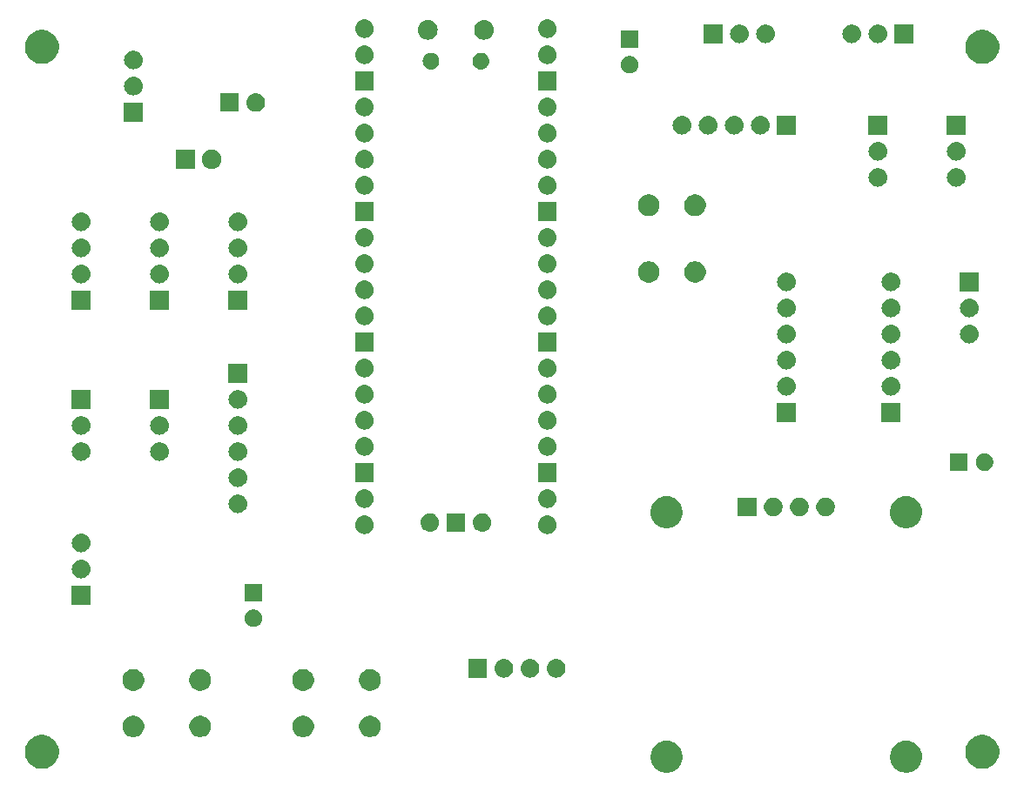
<source format=gbr>
G04 #@! TF.GenerationSoftware,KiCad,Pcbnew,5.0.2+dfsg1-1*
G04 #@! TF.CreationDate,2021-03-18T17:53:01+01:00*
G04 #@! TF.ProjectId,pico-dev,7069636f-2d64-4657-962e-6b696361645f,rev?*
G04 #@! TF.SameCoordinates,Original*
G04 #@! TF.FileFunction,Soldermask,Bot*
G04 #@! TF.FilePolarity,Negative*
%FSLAX46Y46*%
G04 Gerber Fmt 4.6, Leading zero omitted, Abs format (unit mm)*
G04 Created by KiCad (PCBNEW 5.0.2+dfsg1-1) date jeu. 18 mars 2021 17:53:01 CET*
%MOMM*%
%LPD*%
G01*
G04 APERTURE LIST*
%ADD10C,0.100000*%
G04 APERTURE END LIST*
D10*
G36*
X161806271Y-96737546D02*
X161962410Y-96768604D01*
X162244674Y-96885521D01*
X162498705Y-97055259D01*
X162714741Y-97271295D01*
X162884479Y-97525326D01*
X162926755Y-97627391D01*
X163001396Y-97807591D01*
X163030243Y-97952611D01*
X163061000Y-98107240D01*
X163061000Y-98412760D01*
X163001396Y-98712410D01*
X162884479Y-98994674D01*
X162714741Y-99248705D01*
X162498705Y-99464741D01*
X162244674Y-99634479D01*
X161962410Y-99751396D01*
X161862527Y-99771264D01*
X161662762Y-99811000D01*
X161357238Y-99811000D01*
X161157473Y-99771264D01*
X161057590Y-99751396D01*
X160775326Y-99634479D01*
X160521295Y-99464741D01*
X160305259Y-99248705D01*
X160135521Y-98994674D01*
X160018604Y-98712410D01*
X159959000Y-98412760D01*
X159959000Y-98107240D01*
X159989758Y-97952611D01*
X160018604Y-97807591D01*
X160093245Y-97627391D01*
X160135521Y-97525326D01*
X160305259Y-97271295D01*
X160521295Y-97055259D01*
X160775326Y-96885521D01*
X161057590Y-96768604D01*
X161213729Y-96737546D01*
X161357238Y-96709000D01*
X161662762Y-96709000D01*
X161806271Y-96737546D01*
X161806271Y-96737546D01*
G37*
G36*
X138506271Y-96737546D02*
X138662410Y-96768604D01*
X138944674Y-96885521D01*
X139198705Y-97055259D01*
X139414741Y-97271295D01*
X139584479Y-97525326D01*
X139626755Y-97627391D01*
X139701396Y-97807591D01*
X139730243Y-97952611D01*
X139761000Y-98107240D01*
X139761000Y-98412760D01*
X139701396Y-98712410D01*
X139584479Y-98994674D01*
X139414741Y-99248705D01*
X139198705Y-99464741D01*
X138944674Y-99634479D01*
X138662410Y-99751396D01*
X138562527Y-99771264D01*
X138362762Y-99811000D01*
X138057238Y-99811000D01*
X137857473Y-99771264D01*
X137757590Y-99751396D01*
X137475326Y-99634479D01*
X137221295Y-99464741D01*
X137005259Y-99248705D01*
X136835521Y-98994674D01*
X136718604Y-98712410D01*
X136659000Y-98412760D01*
X136659000Y-98107240D01*
X136689758Y-97952611D01*
X136718604Y-97807591D01*
X136793245Y-97627391D01*
X136835521Y-97525326D01*
X137005259Y-97271295D01*
X137221295Y-97055259D01*
X137475326Y-96885521D01*
X137757590Y-96768604D01*
X137913729Y-96737546D01*
X138057238Y-96709000D01*
X138362762Y-96709000D01*
X138506271Y-96737546D01*
X138506271Y-96737546D01*
G37*
G36*
X169285256Y-96181298D02*
X169391579Y-96202447D01*
X169473512Y-96236385D01*
X169664779Y-96315610D01*
X169692042Y-96326903D01*
X169958852Y-96505180D01*
X169962454Y-96507587D01*
X170192413Y-96737546D01*
X170373098Y-97007960D01*
X170497553Y-97308422D01*
X170561000Y-97627389D01*
X170561000Y-97952611D01*
X170530242Y-98107240D01*
X170497553Y-98271579D01*
X170373097Y-98572042D01*
X170279306Y-98712410D01*
X170192413Y-98842454D01*
X169962454Y-99072413D01*
X169962451Y-99072415D01*
X169692042Y-99253097D01*
X169391579Y-99377553D01*
X169285256Y-99398702D01*
X169072611Y-99441000D01*
X168747389Y-99441000D01*
X168534744Y-99398702D01*
X168428421Y-99377553D01*
X168127958Y-99253097D01*
X167857549Y-99072415D01*
X167857546Y-99072413D01*
X167627587Y-98842454D01*
X167540694Y-98712410D01*
X167446903Y-98572042D01*
X167322447Y-98271579D01*
X167289758Y-98107240D01*
X167259000Y-97952611D01*
X167259000Y-97627389D01*
X167322447Y-97308422D01*
X167446902Y-97007960D01*
X167627587Y-96737546D01*
X167857546Y-96507587D01*
X167861148Y-96505180D01*
X168127958Y-96326903D01*
X168155222Y-96315610D01*
X168346488Y-96236385D01*
X168428421Y-96202447D01*
X168534744Y-96181298D01*
X168747389Y-96139000D01*
X169072611Y-96139000D01*
X169285256Y-96181298D01*
X169285256Y-96181298D01*
G37*
G36*
X77845256Y-96181298D02*
X77951579Y-96202447D01*
X78033512Y-96236385D01*
X78224779Y-96315610D01*
X78252042Y-96326903D01*
X78518852Y-96505180D01*
X78522454Y-96507587D01*
X78752413Y-96737546D01*
X78933098Y-97007960D01*
X79057553Y-97308422D01*
X79121000Y-97627389D01*
X79121000Y-97952611D01*
X79090242Y-98107240D01*
X79057553Y-98271579D01*
X78933097Y-98572042D01*
X78839306Y-98712410D01*
X78752413Y-98842454D01*
X78522454Y-99072413D01*
X78522451Y-99072415D01*
X78252042Y-99253097D01*
X77951579Y-99377553D01*
X77845256Y-99398702D01*
X77632611Y-99441000D01*
X77307389Y-99441000D01*
X77094744Y-99398702D01*
X76988421Y-99377553D01*
X76687958Y-99253097D01*
X76417549Y-99072415D01*
X76417546Y-99072413D01*
X76187587Y-98842454D01*
X76100694Y-98712410D01*
X76006903Y-98572042D01*
X75882447Y-98271579D01*
X75849758Y-98107240D01*
X75819000Y-97952611D01*
X75819000Y-97627389D01*
X75882447Y-97308422D01*
X76006902Y-97007960D01*
X76187587Y-96737546D01*
X76417546Y-96507587D01*
X76421148Y-96505180D01*
X76687958Y-96326903D01*
X76715222Y-96315610D01*
X76906488Y-96236385D01*
X76988421Y-96202447D01*
X77094744Y-96181298D01*
X77307389Y-96139000D01*
X77632611Y-96139000D01*
X77845256Y-96181298D01*
X77845256Y-96181298D01*
G37*
G36*
X103176565Y-94294389D02*
X103367834Y-94373615D01*
X103539976Y-94488637D01*
X103686363Y-94635024D01*
X103801385Y-94807166D01*
X103880611Y-94998435D01*
X103921000Y-95201484D01*
X103921000Y-95408516D01*
X103880611Y-95611565D01*
X103801385Y-95802834D01*
X103686363Y-95974976D01*
X103539976Y-96121363D01*
X103367834Y-96236385D01*
X103176565Y-96315611D01*
X102973516Y-96356000D01*
X102766484Y-96356000D01*
X102563435Y-96315611D01*
X102372166Y-96236385D01*
X102200024Y-96121363D01*
X102053637Y-95974976D01*
X101938615Y-95802834D01*
X101859389Y-95611565D01*
X101819000Y-95408516D01*
X101819000Y-95201484D01*
X101859389Y-94998435D01*
X101938615Y-94807166D01*
X102053637Y-94635024D01*
X102200024Y-94488637D01*
X102372166Y-94373615D01*
X102563435Y-94294389D01*
X102766484Y-94254000D01*
X102973516Y-94254000D01*
X103176565Y-94294389D01*
X103176565Y-94294389D01*
G37*
G36*
X109676565Y-94294389D02*
X109867834Y-94373615D01*
X110039976Y-94488637D01*
X110186363Y-94635024D01*
X110301385Y-94807166D01*
X110380611Y-94998435D01*
X110421000Y-95201484D01*
X110421000Y-95408516D01*
X110380611Y-95611565D01*
X110301385Y-95802834D01*
X110186363Y-95974976D01*
X110039976Y-96121363D01*
X109867834Y-96236385D01*
X109676565Y-96315611D01*
X109473516Y-96356000D01*
X109266484Y-96356000D01*
X109063435Y-96315611D01*
X108872166Y-96236385D01*
X108700024Y-96121363D01*
X108553637Y-95974976D01*
X108438615Y-95802834D01*
X108359389Y-95611565D01*
X108319000Y-95408516D01*
X108319000Y-95201484D01*
X108359389Y-94998435D01*
X108438615Y-94807166D01*
X108553637Y-94635024D01*
X108700024Y-94488637D01*
X108872166Y-94373615D01*
X109063435Y-94294389D01*
X109266484Y-94254000D01*
X109473516Y-94254000D01*
X109676565Y-94294389D01*
X109676565Y-94294389D01*
G37*
G36*
X93166565Y-94294389D02*
X93357834Y-94373615D01*
X93529976Y-94488637D01*
X93676363Y-94635024D01*
X93791385Y-94807166D01*
X93870611Y-94998435D01*
X93911000Y-95201484D01*
X93911000Y-95408516D01*
X93870611Y-95611565D01*
X93791385Y-95802834D01*
X93676363Y-95974976D01*
X93529976Y-96121363D01*
X93357834Y-96236385D01*
X93166565Y-96315611D01*
X92963516Y-96356000D01*
X92756484Y-96356000D01*
X92553435Y-96315611D01*
X92362166Y-96236385D01*
X92190024Y-96121363D01*
X92043637Y-95974976D01*
X91928615Y-95802834D01*
X91849389Y-95611565D01*
X91809000Y-95408516D01*
X91809000Y-95201484D01*
X91849389Y-94998435D01*
X91928615Y-94807166D01*
X92043637Y-94635024D01*
X92190024Y-94488637D01*
X92362166Y-94373615D01*
X92553435Y-94294389D01*
X92756484Y-94254000D01*
X92963516Y-94254000D01*
X93166565Y-94294389D01*
X93166565Y-94294389D01*
G37*
G36*
X86666565Y-94294389D02*
X86857834Y-94373615D01*
X87029976Y-94488637D01*
X87176363Y-94635024D01*
X87291385Y-94807166D01*
X87370611Y-94998435D01*
X87411000Y-95201484D01*
X87411000Y-95408516D01*
X87370611Y-95611565D01*
X87291385Y-95802834D01*
X87176363Y-95974976D01*
X87029976Y-96121363D01*
X86857834Y-96236385D01*
X86666565Y-96315611D01*
X86463516Y-96356000D01*
X86256484Y-96356000D01*
X86053435Y-96315611D01*
X85862166Y-96236385D01*
X85690024Y-96121363D01*
X85543637Y-95974976D01*
X85428615Y-95802834D01*
X85349389Y-95611565D01*
X85309000Y-95408516D01*
X85309000Y-95201484D01*
X85349389Y-94998435D01*
X85428615Y-94807166D01*
X85543637Y-94635024D01*
X85690024Y-94488637D01*
X85862166Y-94373615D01*
X86053435Y-94294389D01*
X86256484Y-94254000D01*
X86463516Y-94254000D01*
X86666565Y-94294389D01*
X86666565Y-94294389D01*
G37*
G36*
X103176565Y-89794389D02*
X103367834Y-89873615D01*
X103539976Y-89988637D01*
X103686363Y-90135024D01*
X103801385Y-90307166D01*
X103880611Y-90498435D01*
X103921000Y-90701484D01*
X103921000Y-90908516D01*
X103880611Y-91111565D01*
X103801385Y-91302834D01*
X103686363Y-91474976D01*
X103539976Y-91621363D01*
X103367834Y-91736385D01*
X103176565Y-91815611D01*
X102973516Y-91856000D01*
X102766484Y-91856000D01*
X102563435Y-91815611D01*
X102372166Y-91736385D01*
X102200024Y-91621363D01*
X102053637Y-91474976D01*
X101938615Y-91302834D01*
X101859389Y-91111565D01*
X101819000Y-90908516D01*
X101819000Y-90701484D01*
X101859389Y-90498435D01*
X101938615Y-90307166D01*
X102053637Y-90135024D01*
X102200024Y-89988637D01*
X102372166Y-89873615D01*
X102563435Y-89794389D01*
X102766484Y-89754000D01*
X102973516Y-89754000D01*
X103176565Y-89794389D01*
X103176565Y-89794389D01*
G37*
G36*
X109676565Y-89794389D02*
X109867834Y-89873615D01*
X110039976Y-89988637D01*
X110186363Y-90135024D01*
X110301385Y-90307166D01*
X110380611Y-90498435D01*
X110421000Y-90701484D01*
X110421000Y-90908516D01*
X110380611Y-91111565D01*
X110301385Y-91302834D01*
X110186363Y-91474976D01*
X110039976Y-91621363D01*
X109867834Y-91736385D01*
X109676565Y-91815611D01*
X109473516Y-91856000D01*
X109266484Y-91856000D01*
X109063435Y-91815611D01*
X108872166Y-91736385D01*
X108700024Y-91621363D01*
X108553637Y-91474976D01*
X108438615Y-91302834D01*
X108359389Y-91111565D01*
X108319000Y-90908516D01*
X108319000Y-90701484D01*
X108359389Y-90498435D01*
X108438615Y-90307166D01*
X108553637Y-90135024D01*
X108700024Y-89988637D01*
X108872166Y-89873615D01*
X109063435Y-89794389D01*
X109266484Y-89754000D01*
X109473516Y-89754000D01*
X109676565Y-89794389D01*
X109676565Y-89794389D01*
G37*
G36*
X86666565Y-89794389D02*
X86857834Y-89873615D01*
X87029976Y-89988637D01*
X87176363Y-90135024D01*
X87291385Y-90307166D01*
X87370611Y-90498435D01*
X87411000Y-90701484D01*
X87411000Y-90908516D01*
X87370611Y-91111565D01*
X87291385Y-91302834D01*
X87176363Y-91474976D01*
X87029976Y-91621363D01*
X86857834Y-91736385D01*
X86666565Y-91815611D01*
X86463516Y-91856000D01*
X86256484Y-91856000D01*
X86053435Y-91815611D01*
X85862166Y-91736385D01*
X85690024Y-91621363D01*
X85543637Y-91474976D01*
X85428615Y-91302834D01*
X85349389Y-91111565D01*
X85309000Y-90908516D01*
X85309000Y-90701484D01*
X85349389Y-90498435D01*
X85428615Y-90307166D01*
X85543637Y-90135024D01*
X85690024Y-89988637D01*
X85862166Y-89873615D01*
X86053435Y-89794389D01*
X86256484Y-89754000D01*
X86463516Y-89754000D01*
X86666565Y-89794389D01*
X86666565Y-89794389D01*
G37*
G36*
X93166565Y-89794389D02*
X93357834Y-89873615D01*
X93529976Y-89988637D01*
X93676363Y-90135024D01*
X93791385Y-90307166D01*
X93870611Y-90498435D01*
X93911000Y-90701484D01*
X93911000Y-90908516D01*
X93870611Y-91111565D01*
X93791385Y-91302834D01*
X93676363Y-91474976D01*
X93529976Y-91621363D01*
X93357834Y-91736385D01*
X93166565Y-91815611D01*
X92963516Y-91856000D01*
X92756484Y-91856000D01*
X92553435Y-91815611D01*
X92362166Y-91736385D01*
X92190024Y-91621363D01*
X92043637Y-91474976D01*
X91928615Y-91302834D01*
X91849389Y-91111565D01*
X91809000Y-90908516D01*
X91809000Y-90701484D01*
X91849389Y-90498435D01*
X91928615Y-90307166D01*
X92043637Y-90135024D01*
X92190024Y-89988637D01*
X92362166Y-89873615D01*
X92553435Y-89794389D01*
X92756484Y-89754000D01*
X92963516Y-89754000D01*
X93166565Y-89794389D01*
X93166565Y-89794389D01*
G37*
G36*
X127593042Y-88767518D02*
X127659227Y-88774037D01*
X127772453Y-88808384D01*
X127829067Y-88825557D01*
X127967687Y-88899652D01*
X127985591Y-88909222D01*
X128021329Y-88938552D01*
X128122786Y-89021814D01*
X128206048Y-89123271D01*
X128235378Y-89159009D01*
X128235379Y-89159011D01*
X128319043Y-89315533D01*
X128319043Y-89315534D01*
X128370563Y-89485373D01*
X128387959Y-89662000D01*
X128370563Y-89838627D01*
X128359949Y-89873616D01*
X128319043Y-90008467D01*
X128251396Y-90135024D01*
X128235378Y-90164991D01*
X128206048Y-90200729D01*
X128122786Y-90302186D01*
X128021329Y-90385448D01*
X127985591Y-90414778D01*
X127985589Y-90414779D01*
X127829067Y-90498443D01*
X127772453Y-90515616D01*
X127659227Y-90549963D01*
X127593042Y-90556482D01*
X127526860Y-90563000D01*
X127438340Y-90563000D01*
X127372158Y-90556482D01*
X127305973Y-90549963D01*
X127192747Y-90515616D01*
X127136133Y-90498443D01*
X126979611Y-90414779D01*
X126979609Y-90414778D01*
X126943871Y-90385448D01*
X126842414Y-90302186D01*
X126759152Y-90200729D01*
X126729822Y-90164991D01*
X126713804Y-90135024D01*
X126646157Y-90008467D01*
X126605251Y-89873616D01*
X126594637Y-89838627D01*
X126577241Y-89662000D01*
X126594637Y-89485373D01*
X126646157Y-89315534D01*
X126646157Y-89315533D01*
X126729821Y-89159011D01*
X126729822Y-89159009D01*
X126759152Y-89123271D01*
X126842414Y-89021814D01*
X126943871Y-88938552D01*
X126979609Y-88909222D01*
X126997513Y-88899652D01*
X127136133Y-88825557D01*
X127192747Y-88808384D01*
X127305973Y-88774037D01*
X127372158Y-88767518D01*
X127438340Y-88761000D01*
X127526860Y-88761000D01*
X127593042Y-88767518D01*
X127593042Y-88767518D01*
G37*
G36*
X125053042Y-88767518D02*
X125119227Y-88774037D01*
X125232453Y-88808384D01*
X125289067Y-88825557D01*
X125427687Y-88899652D01*
X125445591Y-88909222D01*
X125481329Y-88938552D01*
X125582786Y-89021814D01*
X125666048Y-89123271D01*
X125695378Y-89159009D01*
X125695379Y-89159011D01*
X125779043Y-89315533D01*
X125779043Y-89315534D01*
X125830563Y-89485373D01*
X125847959Y-89662000D01*
X125830563Y-89838627D01*
X125819949Y-89873616D01*
X125779043Y-90008467D01*
X125711396Y-90135024D01*
X125695378Y-90164991D01*
X125666048Y-90200729D01*
X125582786Y-90302186D01*
X125481329Y-90385448D01*
X125445591Y-90414778D01*
X125445589Y-90414779D01*
X125289067Y-90498443D01*
X125232453Y-90515616D01*
X125119227Y-90549963D01*
X125053042Y-90556482D01*
X124986860Y-90563000D01*
X124898340Y-90563000D01*
X124832158Y-90556482D01*
X124765973Y-90549963D01*
X124652747Y-90515616D01*
X124596133Y-90498443D01*
X124439611Y-90414779D01*
X124439609Y-90414778D01*
X124403871Y-90385448D01*
X124302414Y-90302186D01*
X124219152Y-90200729D01*
X124189822Y-90164991D01*
X124173804Y-90135024D01*
X124106157Y-90008467D01*
X124065251Y-89873616D01*
X124054637Y-89838627D01*
X124037241Y-89662000D01*
X124054637Y-89485373D01*
X124106157Y-89315534D01*
X124106157Y-89315533D01*
X124189821Y-89159011D01*
X124189822Y-89159009D01*
X124219152Y-89123271D01*
X124302414Y-89021814D01*
X124403871Y-88938552D01*
X124439609Y-88909222D01*
X124457513Y-88899652D01*
X124596133Y-88825557D01*
X124652747Y-88808384D01*
X124765973Y-88774037D01*
X124832158Y-88767518D01*
X124898340Y-88761000D01*
X124986860Y-88761000D01*
X125053042Y-88767518D01*
X125053042Y-88767518D01*
G37*
G36*
X122513042Y-88767518D02*
X122579227Y-88774037D01*
X122692453Y-88808384D01*
X122749067Y-88825557D01*
X122887687Y-88899652D01*
X122905591Y-88909222D01*
X122941329Y-88938552D01*
X123042786Y-89021814D01*
X123126048Y-89123271D01*
X123155378Y-89159009D01*
X123155379Y-89159011D01*
X123239043Y-89315533D01*
X123239043Y-89315534D01*
X123290563Y-89485373D01*
X123307959Y-89662000D01*
X123290563Y-89838627D01*
X123279949Y-89873616D01*
X123239043Y-90008467D01*
X123171396Y-90135024D01*
X123155378Y-90164991D01*
X123126048Y-90200729D01*
X123042786Y-90302186D01*
X122941329Y-90385448D01*
X122905591Y-90414778D01*
X122905589Y-90414779D01*
X122749067Y-90498443D01*
X122692453Y-90515616D01*
X122579227Y-90549963D01*
X122513042Y-90556482D01*
X122446860Y-90563000D01*
X122358340Y-90563000D01*
X122292158Y-90556482D01*
X122225973Y-90549963D01*
X122112747Y-90515616D01*
X122056133Y-90498443D01*
X121899611Y-90414779D01*
X121899609Y-90414778D01*
X121863871Y-90385448D01*
X121762414Y-90302186D01*
X121679152Y-90200729D01*
X121649822Y-90164991D01*
X121633804Y-90135024D01*
X121566157Y-90008467D01*
X121525251Y-89873616D01*
X121514637Y-89838627D01*
X121497241Y-89662000D01*
X121514637Y-89485373D01*
X121566157Y-89315534D01*
X121566157Y-89315533D01*
X121649821Y-89159011D01*
X121649822Y-89159009D01*
X121679152Y-89123271D01*
X121762414Y-89021814D01*
X121863871Y-88938552D01*
X121899609Y-88909222D01*
X121917513Y-88899652D01*
X122056133Y-88825557D01*
X122112747Y-88808384D01*
X122225973Y-88774037D01*
X122292158Y-88767518D01*
X122358340Y-88761000D01*
X122446860Y-88761000D01*
X122513042Y-88767518D01*
X122513042Y-88767518D01*
G37*
G36*
X120763600Y-90563000D02*
X118961600Y-90563000D01*
X118961600Y-88761000D01*
X120763600Y-88761000D01*
X120763600Y-90563000D01*
X120763600Y-90563000D01*
G37*
G36*
X98292228Y-83977703D02*
X98447100Y-84041853D01*
X98586481Y-84134985D01*
X98705015Y-84253519D01*
X98798147Y-84392900D01*
X98862297Y-84547772D01*
X98895000Y-84712184D01*
X98895000Y-84879816D01*
X98862297Y-85044228D01*
X98798147Y-85199100D01*
X98705015Y-85338481D01*
X98586481Y-85457015D01*
X98447100Y-85550147D01*
X98292228Y-85614297D01*
X98127816Y-85647000D01*
X97960184Y-85647000D01*
X97795772Y-85614297D01*
X97640900Y-85550147D01*
X97501519Y-85457015D01*
X97382985Y-85338481D01*
X97289853Y-85199100D01*
X97225703Y-85044228D01*
X97193000Y-84879816D01*
X97193000Y-84712184D01*
X97225703Y-84547772D01*
X97289853Y-84392900D01*
X97382985Y-84253519D01*
X97501519Y-84134985D01*
X97640900Y-84041853D01*
X97795772Y-83977703D01*
X97960184Y-83945000D01*
X98127816Y-83945000D01*
X98292228Y-83977703D01*
X98292228Y-83977703D01*
G37*
G36*
X82181000Y-83451000D02*
X80379000Y-83451000D01*
X80379000Y-81649000D01*
X82181000Y-81649000D01*
X82181000Y-83451000D01*
X82181000Y-83451000D01*
G37*
G36*
X98895000Y-83147000D02*
X97193000Y-83147000D01*
X97193000Y-81445000D01*
X98895000Y-81445000D01*
X98895000Y-83147000D01*
X98895000Y-83147000D01*
G37*
G36*
X81390443Y-79115519D02*
X81456627Y-79122037D01*
X81569853Y-79156384D01*
X81626467Y-79173557D01*
X81765087Y-79247652D01*
X81782991Y-79257222D01*
X81818729Y-79286552D01*
X81920186Y-79369814D01*
X82003448Y-79471271D01*
X82032778Y-79507009D01*
X82032779Y-79507011D01*
X82116443Y-79663533D01*
X82116443Y-79663534D01*
X82167963Y-79833373D01*
X82185359Y-80010000D01*
X82167963Y-80186627D01*
X82133616Y-80299853D01*
X82116443Y-80356467D01*
X82042348Y-80495087D01*
X82032778Y-80512991D01*
X82003448Y-80548729D01*
X81920186Y-80650186D01*
X81818729Y-80733448D01*
X81782991Y-80762778D01*
X81782989Y-80762779D01*
X81626467Y-80846443D01*
X81569853Y-80863616D01*
X81456627Y-80897963D01*
X81390442Y-80904482D01*
X81324260Y-80911000D01*
X81235740Y-80911000D01*
X81169558Y-80904482D01*
X81103373Y-80897963D01*
X80990147Y-80863616D01*
X80933533Y-80846443D01*
X80777011Y-80762779D01*
X80777009Y-80762778D01*
X80741271Y-80733448D01*
X80639814Y-80650186D01*
X80556552Y-80548729D01*
X80527222Y-80512991D01*
X80517652Y-80495087D01*
X80443557Y-80356467D01*
X80426384Y-80299853D01*
X80392037Y-80186627D01*
X80374641Y-80010000D01*
X80392037Y-79833373D01*
X80443557Y-79663534D01*
X80443557Y-79663533D01*
X80527221Y-79507011D01*
X80527222Y-79507009D01*
X80556552Y-79471271D01*
X80639814Y-79369814D01*
X80741271Y-79286552D01*
X80777009Y-79257222D01*
X80794913Y-79247652D01*
X80933533Y-79173557D01*
X80990147Y-79156384D01*
X81103373Y-79122037D01*
X81169557Y-79115519D01*
X81235740Y-79109000D01*
X81324260Y-79109000D01*
X81390443Y-79115519D01*
X81390443Y-79115519D01*
G37*
G36*
X81390443Y-76575519D02*
X81456627Y-76582037D01*
X81569853Y-76616384D01*
X81626467Y-76633557D01*
X81765087Y-76707652D01*
X81782991Y-76717222D01*
X81818729Y-76746552D01*
X81920186Y-76829814D01*
X82003448Y-76931271D01*
X82032778Y-76967009D01*
X82032779Y-76967011D01*
X82116443Y-77123533D01*
X82116443Y-77123534D01*
X82167963Y-77293373D01*
X82185359Y-77470000D01*
X82167963Y-77646627D01*
X82133616Y-77759853D01*
X82116443Y-77816467D01*
X82042348Y-77955087D01*
X82032778Y-77972991D01*
X82003448Y-78008729D01*
X81920186Y-78110186D01*
X81818729Y-78193448D01*
X81782991Y-78222778D01*
X81782989Y-78222779D01*
X81626467Y-78306443D01*
X81569853Y-78323616D01*
X81456627Y-78357963D01*
X81390443Y-78364481D01*
X81324260Y-78371000D01*
X81235740Y-78371000D01*
X81169557Y-78364481D01*
X81103373Y-78357963D01*
X80990147Y-78323616D01*
X80933533Y-78306443D01*
X80777011Y-78222779D01*
X80777009Y-78222778D01*
X80741271Y-78193448D01*
X80639814Y-78110186D01*
X80556552Y-78008729D01*
X80527222Y-77972991D01*
X80517652Y-77955087D01*
X80443557Y-77816467D01*
X80426384Y-77759853D01*
X80392037Y-77646627D01*
X80374641Y-77470000D01*
X80392037Y-77293373D01*
X80443557Y-77123534D01*
X80443557Y-77123533D01*
X80527221Y-76967011D01*
X80527222Y-76967009D01*
X80556552Y-76931271D01*
X80639814Y-76829814D01*
X80741271Y-76746552D01*
X80777009Y-76717222D01*
X80794913Y-76707652D01*
X80933533Y-76633557D01*
X80990147Y-76616384D01*
X81103373Y-76582037D01*
X81169557Y-76575519D01*
X81235740Y-76569000D01*
X81324260Y-76569000D01*
X81390443Y-76575519D01*
X81390443Y-76575519D01*
G37*
G36*
X126729442Y-74797518D02*
X126795627Y-74804037D01*
X126908853Y-74838384D01*
X126965467Y-74855557D01*
X127071828Y-74912409D01*
X127121991Y-74939222D01*
X127146101Y-74959009D01*
X127259186Y-75051814D01*
X127342448Y-75153271D01*
X127371778Y-75189009D01*
X127371779Y-75189011D01*
X127455443Y-75345533D01*
X127455443Y-75345534D01*
X127506963Y-75515373D01*
X127524359Y-75692000D01*
X127506963Y-75868627D01*
X127481855Y-75951396D01*
X127455443Y-76038467D01*
X127421384Y-76102186D01*
X127371778Y-76194991D01*
X127355539Y-76214778D01*
X127259186Y-76332186D01*
X127157729Y-76415448D01*
X127121991Y-76444778D01*
X127121989Y-76444779D01*
X126965467Y-76528443D01*
X126908853Y-76545616D01*
X126795627Y-76579963D01*
X126729443Y-76586481D01*
X126663260Y-76593000D01*
X126574740Y-76593000D01*
X126508557Y-76586481D01*
X126442373Y-76579963D01*
X126329147Y-76545616D01*
X126272533Y-76528443D01*
X126116011Y-76444779D01*
X126116009Y-76444778D01*
X126080271Y-76415448D01*
X125978814Y-76332186D01*
X125882461Y-76214778D01*
X125866222Y-76194991D01*
X125816616Y-76102186D01*
X125782557Y-76038467D01*
X125756145Y-75951396D01*
X125731037Y-75868627D01*
X125713641Y-75692000D01*
X125731037Y-75515373D01*
X125782557Y-75345534D01*
X125782557Y-75345533D01*
X125866221Y-75189011D01*
X125866222Y-75189009D01*
X125895552Y-75153271D01*
X125978814Y-75051814D01*
X126091899Y-74959009D01*
X126116009Y-74939222D01*
X126166172Y-74912409D01*
X126272533Y-74855557D01*
X126329147Y-74838384D01*
X126442373Y-74804037D01*
X126508558Y-74797518D01*
X126574740Y-74791000D01*
X126663260Y-74791000D01*
X126729442Y-74797518D01*
X126729442Y-74797518D01*
G37*
G36*
X108949442Y-74797518D02*
X109015627Y-74804037D01*
X109128853Y-74838384D01*
X109185467Y-74855557D01*
X109291828Y-74912409D01*
X109341991Y-74939222D01*
X109366101Y-74959009D01*
X109479186Y-75051814D01*
X109562448Y-75153271D01*
X109591778Y-75189009D01*
X109591779Y-75189011D01*
X109675443Y-75345533D01*
X109675443Y-75345534D01*
X109726963Y-75515373D01*
X109744359Y-75692000D01*
X109726963Y-75868627D01*
X109701855Y-75951396D01*
X109675443Y-76038467D01*
X109641384Y-76102186D01*
X109591778Y-76194991D01*
X109575539Y-76214778D01*
X109479186Y-76332186D01*
X109377729Y-76415448D01*
X109341991Y-76444778D01*
X109341989Y-76444779D01*
X109185467Y-76528443D01*
X109128853Y-76545616D01*
X109015627Y-76579963D01*
X108949443Y-76586481D01*
X108883260Y-76593000D01*
X108794740Y-76593000D01*
X108728557Y-76586481D01*
X108662373Y-76579963D01*
X108549147Y-76545616D01*
X108492533Y-76528443D01*
X108336011Y-76444779D01*
X108336009Y-76444778D01*
X108300271Y-76415448D01*
X108198814Y-76332186D01*
X108102461Y-76214778D01*
X108086222Y-76194991D01*
X108036616Y-76102186D01*
X108002557Y-76038467D01*
X107976145Y-75951396D01*
X107951037Y-75868627D01*
X107933641Y-75692000D01*
X107951037Y-75515373D01*
X108002557Y-75345534D01*
X108002557Y-75345533D01*
X108086221Y-75189011D01*
X108086222Y-75189009D01*
X108115552Y-75153271D01*
X108198814Y-75051814D01*
X108311899Y-74959009D01*
X108336009Y-74939222D01*
X108386172Y-74912409D01*
X108492533Y-74855557D01*
X108549147Y-74838384D01*
X108662373Y-74804037D01*
X108728558Y-74797518D01*
X108794740Y-74791000D01*
X108883260Y-74791000D01*
X108949442Y-74797518D01*
X108949442Y-74797518D01*
G37*
G36*
X115299443Y-74567519D02*
X115365627Y-74574037D01*
X115478853Y-74608384D01*
X115535467Y-74625557D01*
X115599629Y-74659853D01*
X115691991Y-74709222D01*
X115727729Y-74738552D01*
X115829186Y-74821814D01*
X115903534Y-74912409D01*
X115941778Y-74959009D01*
X115941779Y-74959011D01*
X116025443Y-75115533D01*
X116025443Y-75115534D01*
X116076963Y-75285373D01*
X116094359Y-75462000D01*
X116076963Y-75638627D01*
X116042616Y-75751853D01*
X116025443Y-75808467D01*
X116011539Y-75834479D01*
X115941778Y-75964991D01*
X115912448Y-76000729D01*
X115829186Y-76102186D01*
X115727729Y-76185448D01*
X115691991Y-76214778D01*
X115691989Y-76214779D01*
X115535467Y-76298443D01*
X115478853Y-76315616D01*
X115365627Y-76349963D01*
X115299443Y-76356481D01*
X115233260Y-76363000D01*
X115144740Y-76363000D01*
X115078557Y-76356481D01*
X115012373Y-76349963D01*
X114899147Y-76315616D01*
X114842533Y-76298443D01*
X114686011Y-76214779D01*
X114686009Y-76214778D01*
X114650271Y-76185448D01*
X114548814Y-76102186D01*
X114465552Y-76000729D01*
X114436222Y-75964991D01*
X114366461Y-75834479D01*
X114352557Y-75808467D01*
X114335384Y-75751853D01*
X114301037Y-75638627D01*
X114283641Y-75462000D01*
X114301037Y-75285373D01*
X114352557Y-75115534D01*
X114352557Y-75115533D01*
X114436221Y-74959011D01*
X114436222Y-74959009D01*
X114474466Y-74912409D01*
X114548814Y-74821814D01*
X114650271Y-74738552D01*
X114686009Y-74709222D01*
X114778371Y-74659853D01*
X114842533Y-74625557D01*
X114899147Y-74608384D01*
X115012373Y-74574037D01*
X115078557Y-74567519D01*
X115144740Y-74561000D01*
X115233260Y-74561000D01*
X115299443Y-74567519D01*
X115299443Y-74567519D01*
G37*
G36*
X118630000Y-76363000D02*
X116828000Y-76363000D01*
X116828000Y-74561000D01*
X118630000Y-74561000D01*
X118630000Y-76363000D01*
X118630000Y-76363000D01*
G37*
G36*
X120379443Y-74567519D02*
X120445627Y-74574037D01*
X120558853Y-74608384D01*
X120615467Y-74625557D01*
X120679629Y-74659853D01*
X120771991Y-74709222D01*
X120807729Y-74738552D01*
X120909186Y-74821814D01*
X120983534Y-74912409D01*
X121021778Y-74959009D01*
X121021779Y-74959011D01*
X121105443Y-75115533D01*
X121105443Y-75115534D01*
X121156963Y-75285373D01*
X121174359Y-75462000D01*
X121156963Y-75638627D01*
X121122616Y-75751853D01*
X121105443Y-75808467D01*
X121091539Y-75834479D01*
X121021778Y-75964991D01*
X120992448Y-76000729D01*
X120909186Y-76102186D01*
X120807729Y-76185448D01*
X120771991Y-76214778D01*
X120771989Y-76214779D01*
X120615467Y-76298443D01*
X120558853Y-76315616D01*
X120445627Y-76349963D01*
X120379443Y-76356481D01*
X120313260Y-76363000D01*
X120224740Y-76363000D01*
X120158557Y-76356481D01*
X120092373Y-76349963D01*
X119979147Y-76315616D01*
X119922533Y-76298443D01*
X119766011Y-76214779D01*
X119766009Y-76214778D01*
X119730271Y-76185448D01*
X119628814Y-76102186D01*
X119545552Y-76000729D01*
X119516222Y-75964991D01*
X119446461Y-75834479D01*
X119432557Y-75808467D01*
X119415384Y-75751853D01*
X119381037Y-75638627D01*
X119363641Y-75462000D01*
X119381037Y-75285373D01*
X119432557Y-75115534D01*
X119432557Y-75115533D01*
X119516221Y-74959011D01*
X119516222Y-74959009D01*
X119554466Y-74912409D01*
X119628814Y-74821814D01*
X119730271Y-74738552D01*
X119766009Y-74709222D01*
X119858371Y-74659853D01*
X119922533Y-74625557D01*
X119979147Y-74608384D01*
X120092373Y-74574037D01*
X120158557Y-74567519D01*
X120224740Y-74561000D01*
X120313260Y-74561000D01*
X120379443Y-74567519D01*
X120379443Y-74567519D01*
G37*
G36*
X161862527Y-72948736D02*
X161962410Y-72968604D01*
X162244674Y-73085521D01*
X162498705Y-73255259D01*
X162714741Y-73471295D01*
X162884479Y-73725326D01*
X163001396Y-74007590D01*
X163021264Y-74107473D01*
X163061000Y-74307238D01*
X163061000Y-74612762D01*
X163051633Y-74659853D01*
X163001396Y-74912410D01*
X162884479Y-75194674D01*
X162714741Y-75448705D01*
X162498705Y-75664741D01*
X162244674Y-75834479D01*
X161962410Y-75951396D01*
X161894073Y-75964989D01*
X161662762Y-76011000D01*
X161357238Y-76011000D01*
X161125927Y-75964989D01*
X161057590Y-75951396D01*
X160775326Y-75834479D01*
X160521295Y-75664741D01*
X160305259Y-75448705D01*
X160135521Y-75194674D01*
X160018604Y-74912410D01*
X159968367Y-74659853D01*
X159959000Y-74612762D01*
X159959000Y-74307238D01*
X159998736Y-74107473D01*
X160018604Y-74007590D01*
X160135521Y-73725326D01*
X160305259Y-73471295D01*
X160521295Y-73255259D01*
X160775326Y-73085521D01*
X161057590Y-72968604D01*
X161157473Y-72948736D01*
X161357238Y-72909000D01*
X161662762Y-72909000D01*
X161862527Y-72948736D01*
X161862527Y-72948736D01*
G37*
G36*
X138562527Y-72948736D02*
X138662410Y-72968604D01*
X138944674Y-73085521D01*
X139198705Y-73255259D01*
X139414741Y-73471295D01*
X139584479Y-73725326D01*
X139701396Y-74007590D01*
X139721264Y-74107473D01*
X139761000Y-74307238D01*
X139761000Y-74612762D01*
X139751633Y-74659853D01*
X139701396Y-74912410D01*
X139584479Y-75194674D01*
X139414741Y-75448705D01*
X139198705Y-75664741D01*
X138944674Y-75834479D01*
X138662410Y-75951396D01*
X138594073Y-75964989D01*
X138362762Y-76011000D01*
X138057238Y-76011000D01*
X137825927Y-75964989D01*
X137757590Y-75951396D01*
X137475326Y-75834479D01*
X137221295Y-75664741D01*
X137005259Y-75448705D01*
X136835521Y-75194674D01*
X136718604Y-74912410D01*
X136668367Y-74659853D01*
X136659000Y-74612762D01*
X136659000Y-74307238D01*
X136698736Y-74107473D01*
X136718604Y-74007590D01*
X136835521Y-73725326D01*
X137005259Y-73471295D01*
X137221295Y-73255259D01*
X137475326Y-73085521D01*
X137757590Y-72968604D01*
X137857473Y-72948736D01*
X138057238Y-72909000D01*
X138362762Y-72909000D01*
X138562527Y-72948736D01*
X138562527Y-72948736D01*
G37*
G36*
X146951000Y-74861000D02*
X145149000Y-74861000D01*
X145149000Y-73059000D01*
X146951000Y-73059000D01*
X146951000Y-74861000D01*
X146951000Y-74861000D01*
G37*
G36*
X151392812Y-73093624D02*
X151556784Y-73161544D01*
X151704354Y-73260147D01*
X151829853Y-73385646D01*
X151928456Y-73533216D01*
X151996376Y-73697188D01*
X152031000Y-73871259D01*
X152031000Y-74048741D01*
X151996376Y-74222812D01*
X151928456Y-74386784D01*
X151829853Y-74534354D01*
X151704354Y-74659853D01*
X151556784Y-74758456D01*
X151392812Y-74826376D01*
X151218741Y-74861000D01*
X151041259Y-74861000D01*
X150867188Y-74826376D01*
X150703216Y-74758456D01*
X150555646Y-74659853D01*
X150430147Y-74534354D01*
X150331544Y-74386784D01*
X150263624Y-74222812D01*
X150229000Y-74048741D01*
X150229000Y-73871259D01*
X150263624Y-73697188D01*
X150331544Y-73533216D01*
X150430147Y-73385646D01*
X150555646Y-73260147D01*
X150703216Y-73161544D01*
X150867188Y-73093624D01*
X151041259Y-73059000D01*
X151218741Y-73059000D01*
X151392812Y-73093624D01*
X151392812Y-73093624D01*
G37*
G36*
X153932812Y-73093624D02*
X154096784Y-73161544D01*
X154244354Y-73260147D01*
X154369853Y-73385646D01*
X154468456Y-73533216D01*
X154536376Y-73697188D01*
X154571000Y-73871259D01*
X154571000Y-74048741D01*
X154536376Y-74222812D01*
X154468456Y-74386784D01*
X154369853Y-74534354D01*
X154244354Y-74659853D01*
X154096784Y-74758456D01*
X153932812Y-74826376D01*
X153758741Y-74861000D01*
X153581259Y-74861000D01*
X153407188Y-74826376D01*
X153243216Y-74758456D01*
X153095646Y-74659853D01*
X152970147Y-74534354D01*
X152871544Y-74386784D01*
X152803624Y-74222812D01*
X152769000Y-74048741D01*
X152769000Y-73871259D01*
X152803624Y-73697188D01*
X152871544Y-73533216D01*
X152970147Y-73385646D01*
X153095646Y-73260147D01*
X153243216Y-73161544D01*
X153407188Y-73093624D01*
X153581259Y-73059000D01*
X153758741Y-73059000D01*
X153932812Y-73093624D01*
X153932812Y-73093624D01*
G37*
G36*
X148852812Y-73093624D02*
X149016784Y-73161544D01*
X149164354Y-73260147D01*
X149289853Y-73385646D01*
X149388456Y-73533216D01*
X149456376Y-73697188D01*
X149491000Y-73871259D01*
X149491000Y-74048741D01*
X149456376Y-74222812D01*
X149388456Y-74386784D01*
X149289853Y-74534354D01*
X149164354Y-74659853D01*
X149016784Y-74758456D01*
X148852812Y-74826376D01*
X148678741Y-74861000D01*
X148501259Y-74861000D01*
X148327188Y-74826376D01*
X148163216Y-74758456D01*
X148015646Y-74659853D01*
X147890147Y-74534354D01*
X147791544Y-74386784D01*
X147723624Y-74222812D01*
X147689000Y-74048741D01*
X147689000Y-73871259D01*
X147723624Y-73697188D01*
X147791544Y-73533216D01*
X147890147Y-73385646D01*
X148015646Y-73260147D01*
X148163216Y-73161544D01*
X148327188Y-73093624D01*
X148501259Y-73059000D01*
X148678741Y-73059000D01*
X148852812Y-73093624D01*
X148852812Y-73093624D01*
G37*
G36*
X96630442Y-72765518D02*
X96696627Y-72772037D01*
X96807049Y-72805533D01*
X96866467Y-72823557D01*
X97005087Y-72897652D01*
X97022991Y-72907222D01*
X97025157Y-72909000D01*
X97160186Y-73019814D01*
X97220759Y-73093624D01*
X97272778Y-73157009D01*
X97272779Y-73157011D01*
X97356443Y-73313533D01*
X97373616Y-73370147D01*
X97407963Y-73483373D01*
X97425359Y-73660000D01*
X97407963Y-73836627D01*
X97387289Y-73904779D01*
X97356443Y-74006467D01*
X97331570Y-74053000D01*
X97272778Y-74162991D01*
X97243448Y-74198729D01*
X97160186Y-74300186D01*
X97058729Y-74383448D01*
X97022991Y-74412778D01*
X97022989Y-74412779D01*
X96866467Y-74496443D01*
X96809853Y-74513616D01*
X96696627Y-74547963D01*
X96630442Y-74554482D01*
X96564260Y-74561000D01*
X96475740Y-74561000D01*
X96409558Y-74554482D01*
X96343373Y-74547963D01*
X96230147Y-74513616D01*
X96173533Y-74496443D01*
X96017011Y-74412779D01*
X96017009Y-74412778D01*
X95981271Y-74383448D01*
X95879814Y-74300186D01*
X95796552Y-74198729D01*
X95767222Y-74162991D01*
X95708430Y-74053000D01*
X95683557Y-74006467D01*
X95652711Y-73904779D01*
X95632037Y-73836627D01*
X95614641Y-73660000D01*
X95632037Y-73483373D01*
X95666384Y-73370147D01*
X95683557Y-73313533D01*
X95767221Y-73157011D01*
X95767222Y-73157009D01*
X95819241Y-73093624D01*
X95879814Y-73019814D01*
X96014843Y-72909000D01*
X96017009Y-72907222D01*
X96034913Y-72897652D01*
X96173533Y-72823557D01*
X96232951Y-72805533D01*
X96343373Y-72772037D01*
X96409558Y-72765518D01*
X96475740Y-72759000D01*
X96564260Y-72759000D01*
X96630442Y-72765518D01*
X96630442Y-72765518D01*
G37*
G36*
X108949443Y-72257519D02*
X109015627Y-72264037D01*
X109128853Y-72298384D01*
X109185467Y-72315557D01*
X109324087Y-72389652D01*
X109341991Y-72399222D01*
X109377729Y-72428552D01*
X109479186Y-72511814D01*
X109562448Y-72613271D01*
X109591778Y-72649009D01*
X109591779Y-72649011D01*
X109675443Y-72805533D01*
X109675443Y-72805534D01*
X109726963Y-72975373D01*
X109744359Y-73152000D01*
X109726963Y-73328627D01*
X109692616Y-73441853D01*
X109675443Y-73498467D01*
X109656869Y-73533216D01*
X109591778Y-73654991D01*
X109587667Y-73660000D01*
X109479186Y-73792186D01*
X109382834Y-73871259D01*
X109341991Y-73904778D01*
X109341989Y-73904779D01*
X109185467Y-73988443D01*
X109128853Y-74005616D01*
X109015627Y-74039963D01*
X108949442Y-74046482D01*
X108883260Y-74053000D01*
X108794740Y-74053000D01*
X108728558Y-74046482D01*
X108662373Y-74039963D01*
X108549147Y-74005616D01*
X108492533Y-73988443D01*
X108336011Y-73904779D01*
X108336009Y-73904778D01*
X108295166Y-73871259D01*
X108198814Y-73792186D01*
X108090333Y-73660000D01*
X108086222Y-73654991D01*
X108021131Y-73533216D01*
X108002557Y-73498467D01*
X107985384Y-73441853D01*
X107951037Y-73328627D01*
X107933641Y-73152000D01*
X107951037Y-72975373D01*
X108002557Y-72805534D01*
X108002557Y-72805533D01*
X108086221Y-72649011D01*
X108086222Y-72649009D01*
X108115552Y-72613271D01*
X108198814Y-72511814D01*
X108300271Y-72428552D01*
X108336009Y-72399222D01*
X108353913Y-72389652D01*
X108492533Y-72315557D01*
X108549147Y-72298384D01*
X108662373Y-72264037D01*
X108728557Y-72257519D01*
X108794740Y-72251000D01*
X108883260Y-72251000D01*
X108949443Y-72257519D01*
X108949443Y-72257519D01*
G37*
G36*
X126729443Y-72257519D02*
X126795627Y-72264037D01*
X126908853Y-72298384D01*
X126965467Y-72315557D01*
X127104087Y-72389652D01*
X127121991Y-72399222D01*
X127157729Y-72428552D01*
X127259186Y-72511814D01*
X127342448Y-72613271D01*
X127371778Y-72649009D01*
X127371779Y-72649011D01*
X127455443Y-72805533D01*
X127455443Y-72805534D01*
X127506963Y-72975373D01*
X127524359Y-73152000D01*
X127506963Y-73328627D01*
X127472616Y-73441853D01*
X127455443Y-73498467D01*
X127436869Y-73533216D01*
X127371778Y-73654991D01*
X127367667Y-73660000D01*
X127259186Y-73792186D01*
X127162834Y-73871259D01*
X127121991Y-73904778D01*
X127121989Y-73904779D01*
X126965467Y-73988443D01*
X126908853Y-74005616D01*
X126795627Y-74039963D01*
X126729442Y-74046482D01*
X126663260Y-74053000D01*
X126574740Y-74053000D01*
X126508558Y-74046482D01*
X126442373Y-74039963D01*
X126329147Y-74005616D01*
X126272533Y-73988443D01*
X126116011Y-73904779D01*
X126116009Y-73904778D01*
X126075166Y-73871259D01*
X125978814Y-73792186D01*
X125870333Y-73660000D01*
X125866222Y-73654991D01*
X125801131Y-73533216D01*
X125782557Y-73498467D01*
X125765384Y-73441853D01*
X125731037Y-73328627D01*
X125713641Y-73152000D01*
X125731037Y-72975373D01*
X125782557Y-72805534D01*
X125782557Y-72805533D01*
X125866221Y-72649011D01*
X125866222Y-72649009D01*
X125895552Y-72613271D01*
X125978814Y-72511814D01*
X126080271Y-72428552D01*
X126116009Y-72399222D01*
X126133913Y-72389652D01*
X126272533Y-72315557D01*
X126329147Y-72298384D01*
X126442373Y-72264037D01*
X126508557Y-72257519D01*
X126574740Y-72251000D01*
X126663260Y-72251000D01*
X126729443Y-72257519D01*
X126729443Y-72257519D01*
G37*
G36*
X96630442Y-70225518D02*
X96696627Y-70232037D01*
X96809853Y-70266384D01*
X96866467Y-70283557D01*
X96991044Y-70350146D01*
X97022991Y-70367222D01*
X97058729Y-70396552D01*
X97160186Y-70479814D01*
X97243448Y-70581271D01*
X97272778Y-70617009D01*
X97272779Y-70617011D01*
X97356443Y-70773533D01*
X97356443Y-70773534D01*
X97407963Y-70943373D01*
X97425359Y-71120000D01*
X97407963Y-71296627D01*
X97373616Y-71409853D01*
X97356443Y-71466467D01*
X97331570Y-71513000D01*
X97272778Y-71622991D01*
X97243448Y-71658729D01*
X97160186Y-71760186D01*
X97058729Y-71843448D01*
X97022991Y-71872778D01*
X97022989Y-71872779D01*
X96866467Y-71956443D01*
X96809853Y-71973616D01*
X96696627Y-72007963D01*
X96630443Y-72014481D01*
X96564260Y-72021000D01*
X96475740Y-72021000D01*
X96409557Y-72014481D01*
X96343373Y-72007963D01*
X96230147Y-71973616D01*
X96173533Y-71956443D01*
X96017011Y-71872779D01*
X96017009Y-71872778D01*
X95981271Y-71843448D01*
X95879814Y-71760186D01*
X95796552Y-71658729D01*
X95767222Y-71622991D01*
X95708430Y-71513000D01*
X95683557Y-71466467D01*
X95666384Y-71409853D01*
X95632037Y-71296627D01*
X95614641Y-71120000D01*
X95632037Y-70943373D01*
X95683557Y-70773534D01*
X95683557Y-70773533D01*
X95767221Y-70617011D01*
X95767222Y-70617009D01*
X95796552Y-70581271D01*
X95879814Y-70479814D01*
X95981271Y-70396552D01*
X96017009Y-70367222D01*
X96048956Y-70350146D01*
X96173533Y-70283557D01*
X96230147Y-70266384D01*
X96343373Y-70232037D01*
X96409558Y-70225518D01*
X96475740Y-70219000D01*
X96564260Y-70219000D01*
X96630442Y-70225518D01*
X96630442Y-70225518D01*
G37*
G36*
X109740000Y-71513000D02*
X107938000Y-71513000D01*
X107938000Y-69711000D01*
X109740000Y-69711000D01*
X109740000Y-71513000D01*
X109740000Y-71513000D01*
G37*
G36*
X127520000Y-71513000D02*
X125718000Y-71513000D01*
X125718000Y-69711000D01*
X127520000Y-69711000D01*
X127520000Y-71513000D01*
X127520000Y-71513000D01*
G37*
G36*
X169372228Y-68777703D02*
X169527100Y-68841853D01*
X169666481Y-68934985D01*
X169785015Y-69053519D01*
X169878147Y-69192900D01*
X169942297Y-69347772D01*
X169975000Y-69512184D01*
X169975000Y-69679816D01*
X169942297Y-69844228D01*
X169878147Y-69999100D01*
X169785015Y-70138481D01*
X169666481Y-70257015D01*
X169527100Y-70350147D01*
X169372228Y-70414297D01*
X169207816Y-70447000D01*
X169040184Y-70447000D01*
X168875772Y-70414297D01*
X168720900Y-70350147D01*
X168581519Y-70257015D01*
X168462985Y-70138481D01*
X168369853Y-69999100D01*
X168305703Y-69844228D01*
X168273000Y-69679816D01*
X168273000Y-69512184D01*
X168305703Y-69347772D01*
X168369853Y-69192900D01*
X168462985Y-69053519D01*
X168581519Y-68934985D01*
X168720900Y-68841853D01*
X168875772Y-68777703D01*
X169040184Y-68745000D01*
X169207816Y-68745000D01*
X169372228Y-68777703D01*
X169372228Y-68777703D01*
G37*
G36*
X167475000Y-70447000D02*
X165773000Y-70447000D01*
X165773000Y-68745000D01*
X167475000Y-68745000D01*
X167475000Y-70447000D01*
X167475000Y-70447000D01*
G37*
G36*
X89010443Y-67685519D02*
X89076627Y-67692037D01*
X89187049Y-67725533D01*
X89246467Y-67743557D01*
X89385087Y-67817652D01*
X89402991Y-67827222D01*
X89438729Y-67856552D01*
X89540186Y-67939814D01*
X89623448Y-68041271D01*
X89652778Y-68077009D01*
X89652779Y-68077011D01*
X89736443Y-68233533D01*
X89753616Y-68290147D01*
X89787963Y-68403373D01*
X89805359Y-68580000D01*
X89787963Y-68756627D01*
X89767289Y-68824779D01*
X89736443Y-68926467D01*
X89711570Y-68973000D01*
X89652778Y-69082991D01*
X89623448Y-69118729D01*
X89540186Y-69220186D01*
X89438729Y-69303448D01*
X89402991Y-69332778D01*
X89402989Y-69332779D01*
X89246467Y-69416443D01*
X89189853Y-69433616D01*
X89076627Y-69467963D01*
X89010442Y-69474482D01*
X88944260Y-69481000D01*
X88855740Y-69481000D01*
X88789558Y-69474482D01*
X88723373Y-69467963D01*
X88610147Y-69433616D01*
X88553533Y-69416443D01*
X88397011Y-69332779D01*
X88397009Y-69332778D01*
X88361271Y-69303448D01*
X88259814Y-69220186D01*
X88176552Y-69118729D01*
X88147222Y-69082991D01*
X88088430Y-68973000D01*
X88063557Y-68926467D01*
X88032711Y-68824779D01*
X88012037Y-68756627D01*
X87994641Y-68580000D01*
X88012037Y-68403373D01*
X88046384Y-68290147D01*
X88063557Y-68233533D01*
X88147221Y-68077011D01*
X88147222Y-68077009D01*
X88176552Y-68041271D01*
X88259814Y-67939814D01*
X88361271Y-67856552D01*
X88397009Y-67827222D01*
X88414913Y-67817652D01*
X88553533Y-67743557D01*
X88612951Y-67725533D01*
X88723373Y-67692037D01*
X88789557Y-67685519D01*
X88855740Y-67679000D01*
X88944260Y-67679000D01*
X89010443Y-67685519D01*
X89010443Y-67685519D01*
G37*
G36*
X96630443Y-67685519D02*
X96696627Y-67692037D01*
X96807049Y-67725533D01*
X96866467Y-67743557D01*
X97005087Y-67817652D01*
X97022991Y-67827222D01*
X97058729Y-67856552D01*
X97160186Y-67939814D01*
X97243448Y-68041271D01*
X97272778Y-68077009D01*
X97272779Y-68077011D01*
X97356443Y-68233533D01*
X97373616Y-68290147D01*
X97407963Y-68403373D01*
X97425359Y-68580000D01*
X97407963Y-68756627D01*
X97387289Y-68824779D01*
X97356443Y-68926467D01*
X97331570Y-68973000D01*
X97272778Y-69082991D01*
X97243448Y-69118729D01*
X97160186Y-69220186D01*
X97058729Y-69303448D01*
X97022991Y-69332778D01*
X97022989Y-69332779D01*
X96866467Y-69416443D01*
X96809853Y-69433616D01*
X96696627Y-69467963D01*
X96630442Y-69474482D01*
X96564260Y-69481000D01*
X96475740Y-69481000D01*
X96409558Y-69474482D01*
X96343373Y-69467963D01*
X96230147Y-69433616D01*
X96173533Y-69416443D01*
X96017011Y-69332779D01*
X96017009Y-69332778D01*
X95981271Y-69303448D01*
X95879814Y-69220186D01*
X95796552Y-69118729D01*
X95767222Y-69082991D01*
X95708430Y-68973000D01*
X95683557Y-68926467D01*
X95652711Y-68824779D01*
X95632037Y-68756627D01*
X95614641Y-68580000D01*
X95632037Y-68403373D01*
X95666384Y-68290147D01*
X95683557Y-68233533D01*
X95767221Y-68077011D01*
X95767222Y-68077009D01*
X95796552Y-68041271D01*
X95879814Y-67939814D01*
X95981271Y-67856552D01*
X96017009Y-67827222D01*
X96034913Y-67817652D01*
X96173533Y-67743557D01*
X96232951Y-67725533D01*
X96343373Y-67692037D01*
X96409557Y-67685519D01*
X96475740Y-67679000D01*
X96564260Y-67679000D01*
X96630443Y-67685519D01*
X96630443Y-67685519D01*
G37*
G36*
X81390443Y-67685519D02*
X81456627Y-67692037D01*
X81567049Y-67725533D01*
X81626467Y-67743557D01*
X81765087Y-67817652D01*
X81782991Y-67827222D01*
X81818729Y-67856552D01*
X81920186Y-67939814D01*
X82003448Y-68041271D01*
X82032778Y-68077009D01*
X82032779Y-68077011D01*
X82116443Y-68233533D01*
X82133616Y-68290147D01*
X82167963Y-68403373D01*
X82185359Y-68580000D01*
X82167963Y-68756627D01*
X82147289Y-68824779D01*
X82116443Y-68926467D01*
X82091570Y-68973000D01*
X82032778Y-69082991D01*
X82003448Y-69118729D01*
X81920186Y-69220186D01*
X81818729Y-69303448D01*
X81782991Y-69332778D01*
X81782989Y-69332779D01*
X81626467Y-69416443D01*
X81569853Y-69433616D01*
X81456627Y-69467963D01*
X81390442Y-69474482D01*
X81324260Y-69481000D01*
X81235740Y-69481000D01*
X81169558Y-69474482D01*
X81103373Y-69467963D01*
X80990147Y-69433616D01*
X80933533Y-69416443D01*
X80777011Y-69332779D01*
X80777009Y-69332778D01*
X80741271Y-69303448D01*
X80639814Y-69220186D01*
X80556552Y-69118729D01*
X80527222Y-69082991D01*
X80468430Y-68973000D01*
X80443557Y-68926467D01*
X80412711Y-68824779D01*
X80392037Y-68756627D01*
X80374641Y-68580000D01*
X80392037Y-68403373D01*
X80426384Y-68290147D01*
X80443557Y-68233533D01*
X80527221Y-68077011D01*
X80527222Y-68077009D01*
X80556552Y-68041271D01*
X80639814Y-67939814D01*
X80741271Y-67856552D01*
X80777009Y-67827222D01*
X80794913Y-67817652D01*
X80933533Y-67743557D01*
X80992951Y-67725533D01*
X81103373Y-67692037D01*
X81169557Y-67685519D01*
X81235740Y-67679000D01*
X81324260Y-67679000D01*
X81390443Y-67685519D01*
X81390443Y-67685519D01*
G37*
G36*
X126729442Y-67177518D02*
X126795627Y-67184037D01*
X126908853Y-67218384D01*
X126965467Y-67235557D01*
X127104087Y-67309652D01*
X127121991Y-67319222D01*
X127157729Y-67348552D01*
X127259186Y-67431814D01*
X127342448Y-67533271D01*
X127371778Y-67569009D01*
X127371779Y-67569011D01*
X127455443Y-67725533D01*
X127455443Y-67725534D01*
X127506963Y-67895373D01*
X127524359Y-68072000D01*
X127506963Y-68248627D01*
X127472616Y-68361853D01*
X127455443Y-68418467D01*
X127381348Y-68557087D01*
X127371778Y-68574991D01*
X127367667Y-68580000D01*
X127259186Y-68712186D01*
X127157729Y-68795448D01*
X127121991Y-68824778D01*
X127121989Y-68824779D01*
X126965467Y-68908443D01*
X126908853Y-68925616D01*
X126795627Y-68959963D01*
X126729442Y-68966482D01*
X126663260Y-68973000D01*
X126574740Y-68973000D01*
X126508558Y-68966482D01*
X126442373Y-68959963D01*
X126329147Y-68925616D01*
X126272533Y-68908443D01*
X126116011Y-68824779D01*
X126116009Y-68824778D01*
X126080271Y-68795448D01*
X125978814Y-68712186D01*
X125870333Y-68580000D01*
X125866222Y-68574991D01*
X125856652Y-68557087D01*
X125782557Y-68418467D01*
X125765384Y-68361853D01*
X125731037Y-68248627D01*
X125713641Y-68072000D01*
X125731037Y-67895373D01*
X125782557Y-67725534D01*
X125782557Y-67725533D01*
X125866221Y-67569011D01*
X125866222Y-67569009D01*
X125895552Y-67533271D01*
X125978814Y-67431814D01*
X126080271Y-67348552D01*
X126116009Y-67319222D01*
X126133913Y-67309652D01*
X126272533Y-67235557D01*
X126329147Y-67218384D01*
X126442373Y-67184037D01*
X126508558Y-67177518D01*
X126574740Y-67171000D01*
X126663260Y-67171000D01*
X126729442Y-67177518D01*
X126729442Y-67177518D01*
G37*
G36*
X108949442Y-67177518D02*
X109015627Y-67184037D01*
X109128853Y-67218384D01*
X109185467Y-67235557D01*
X109324087Y-67309652D01*
X109341991Y-67319222D01*
X109377729Y-67348552D01*
X109479186Y-67431814D01*
X109562448Y-67533271D01*
X109591778Y-67569009D01*
X109591779Y-67569011D01*
X109675443Y-67725533D01*
X109675443Y-67725534D01*
X109726963Y-67895373D01*
X109744359Y-68072000D01*
X109726963Y-68248627D01*
X109692616Y-68361853D01*
X109675443Y-68418467D01*
X109601348Y-68557087D01*
X109591778Y-68574991D01*
X109587667Y-68580000D01*
X109479186Y-68712186D01*
X109377729Y-68795448D01*
X109341991Y-68824778D01*
X109341989Y-68824779D01*
X109185467Y-68908443D01*
X109128853Y-68925616D01*
X109015627Y-68959963D01*
X108949442Y-68966482D01*
X108883260Y-68973000D01*
X108794740Y-68973000D01*
X108728558Y-68966482D01*
X108662373Y-68959963D01*
X108549147Y-68925616D01*
X108492533Y-68908443D01*
X108336011Y-68824779D01*
X108336009Y-68824778D01*
X108300271Y-68795448D01*
X108198814Y-68712186D01*
X108090333Y-68580000D01*
X108086222Y-68574991D01*
X108076652Y-68557087D01*
X108002557Y-68418467D01*
X107985384Y-68361853D01*
X107951037Y-68248627D01*
X107933641Y-68072000D01*
X107951037Y-67895373D01*
X108002557Y-67725534D01*
X108002557Y-67725533D01*
X108086221Y-67569011D01*
X108086222Y-67569009D01*
X108115552Y-67533271D01*
X108198814Y-67431814D01*
X108300271Y-67348552D01*
X108336009Y-67319222D01*
X108353913Y-67309652D01*
X108492533Y-67235557D01*
X108549147Y-67218384D01*
X108662373Y-67184037D01*
X108728558Y-67177518D01*
X108794740Y-67171000D01*
X108883260Y-67171000D01*
X108949442Y-67177518D01*
X108949442Y-67177518D01*
G37*
G36*
X89010442Y-65145518D02*
X89076627Y-65152037D01*
X89187049Y-65185533D01*
X89246467Y-65203557D01*
X89385087Y-65277652D01*
X89402991Y-65287222D01*
X89438729Y-65316552D01*
X89540186Y-65399814D01*
X89623448Y-65501271D01*
X89652778Y-65537009D01*
X89652779Y-65537011D01*
X89736443Y-65693533D01*
X89753616Y-65750147D01*
X89787963Y-65863373D01*
X89805359Y-66040000D01*
X89787963Y-66216627D01*
X89767289Y-66284779D01*
X89736443Y-66386467D01*
X89711570Y-66433000D01*
X89652778Y-66542991D01*
X89623448Y-66578729D01*
X89540186Y-66680186D01*
X89438729Y-66763448D01*
X89402991Y-66792778D01*
X89402989Y-66792779D01*
X89246467Y-66876443D01*
X89189853Y-66893616D01*
X89076627Y-66927963D01*
X89010442Y-66934482D01*
X88944260Y-66941000D01*
X88855740Y-66941000D01*
X88789558Y-66934482D01*
X88723373Y-66927963D01*
X88610147Y-66893616D01*
X88553533Y-66876443D01*
X88397011Y-66792779D01*
X88397009Y-66792778D01*
X88361271Y-66763448D01*
X88259814Y-66680186D01*
X88176552Y-66578729D01*
X88147222Y-66542991D01*
X88088430Y-66433000D01*
X88063557Y-66386467D01*
X88032711Y-66284779D01*
X88012037Y-66216627D01*
X87994641Y-66040000D01*
X88012037Y-65863373D01*
X88046384Y-65750147D01*
X88063557Y-65693533D01*
X88147221Y-65537011D01*
X88147222Y-65537009D01*
X88176552Y-65501271D01*
X88259814Y-65399814D01*
X88361271Y-65316552D01*
X88397009Y-65287222D01*
X88414913Y-65277652D01*
X88553533Y-65203557D01*
X88612951Y-65185533D01*
X88723373Y-65152037D01*
X88789558Y-65145518D01*
X88855740Y-65139000D01*
X88944260Y-65139000D01*
X89010442Y-65145518D01*
X89010442Y-65145518D01*
G37*
G36*
X96630442Y-65145518D02*
X96696627Y-65152037D01*
X96807049Y-65185533D01*
X96866467Y-65203557D01*
X97005087Y-65277652D01*
X97022991Y-65287222D01*
X97058729Y-65316552D01*
X97160186Y-65399814D01*
X97243448Y-65501271D01*
X97272778Y-65537009D01*
X97272779Y-65537011D01*
X97356443Y-65693533D01*
X97373616Y-65750147D01*
X97407963Y-65863373D01*
X97425359Y-66040000D01*
X97407963Y-66216627D01*
X97387289Y-66284779D01*
X97356443Y-66386467D01*
X97331570Y-66433000D01*
X97272778Y-66542991D01*
X97243448Y-66578729D01*
X97160186Y-66680186D01*
X97058729Y-66763448D01*
X97022991Y-66792778D01*
X97022989Y-66792779D01*
X96866467Y-66876443D01*
X96809853Y-66893616D01*
X96696627Y-66927963D01*
X96630442Y-66934482D01*
X96564260Y-66941000D01*
X96475740Y-66941000D01*
X96409558Y-66934482D01*
X96343373Y-66927963D01*
X96230147Y-66893616D01*
X96173533Y-66876443D01*
X96017011Y-66792779D01*
X96017009Y-66792778D01*
X95981271Y-66763448D01*
X95879814Y-66680186D01*
X95796552Y-66578729D01*
X95767222Y-66542991D01*
X95708430Y-66433000D01*
X95683557Y-66386467D01*
X95652711Y-66284779D01*
X95632037Y-66216627D01*
X95614641Y-66040000D01*
X95632037Y-65863373D01*
X95666384Y-65750147D01*
X95683557Y-65693533D01*
X95767221Y-65537011D01*
X95767222Y-65537009D01*
X95796552Y-65501271D01*
X95879814Y-65399814D01*
X95981271Y-65316552D01*
X96017009Y-65287222D01*
X96034913Y-65277652D01*
X96173533Y-65203557D01*
X96232951Y-65185533D01*
X96343373Y-65152037D01*
X96409558Y-65145518D01*
X96475740Y-65139000D01*
X96564260Y-65139000D01*
X96630442Y-65145518D01*
X96630442Y-65145518D01*
G37*
G36*
X81390442Y-65145518D02*
X81456627Y-65152037D01*
X81567049Y-65185533D01*
X81626467Y-65203557D01*
X81765087Y-65277652D01*
X81782991Y-65287222D01*
X81818729Y-65316552D01*
X81920186Y-65399814D01*
X82003448Y-65501271D01*
X82032778Y-65537009D01*
X82032779Y-65537011D01*
X82116443Y-65693533D01*
X82133616Y-65750147D01*
X82167963Y-65863373D01*
X82185359Y-66040000D01*
X82167963Y-66216627D01*
X82147289Y-66284779D01*
X82116443Y-66386467D01*
X82091570Y-66433000D01*
X82032778Y-66542991D01*
X82003448Y-66578729D01*
X81920186Y-66680186D01*
X81818729Y-66763448D01*
X81782991Y-66792778D01*
X81782989Y-66792779D01*
X81626467Y-66876443D01*
X81569853Y-66893616D01*
X81456627Y-66927963D01*
X81390442Y-66934482D01*
X81324260Y-66941000D01*
X81235740Y-66941000D01*
X81169558Y-66934482D01*
X81103373Y-66927963D01*
X80990147Y-66893616D01*
X80933533Y-66876443D01*
X80777011Y-66792779D01*
X80777009Y-66792778D01*
X80741271Y-66763448D01*
X80639814Y-66680186D01*
X80556552Y-66578729D01*
X80527222Y-66542991D01*
X80468430Y-66433000D01*
X80443557Y-66386467D01*
X80412711Y-66284779D01*
X80392037Y-66216627D01*
X80374641Y-66040000D01*
X80392037Y-65863373D01*
X80426384Y-65750147D01*
X80443557Y-65693533D01*
X80527221Y-65537011D01*
X80527222Y-65537009D01*
X80556552Y-65501271D01*
X80639814Y-65399814D01*
X80741271Y-65316552D01*
X80777009Y-65287222D01*
X80794913Y-65277652D01*
X80933533Y-65203557D01*
X80992951Y-65185533D01*
X81103373Y-65152037D01*
X81169558Y-65145518D01*
X81235740Y-65139000D01*
X81324260Y-65139000D01*
X81390442Y-65145518D01*
X81390442Y-65145518D01*
G37*
G36*
X126729443Y-64637519D02*
X126795627Y-64644037D01*
X126908853Y-64678384D01*
X126965467Y-64695557D01*
X127104087Y-64769652D01*
X127121991Y-64779222D01*
X127157729Y-64808552D01*
X127259186Y-64891814D01*
X127342448Y-64993271D01*
X127371778Y-65029009D01*
X127371779Y-65029011D01*
X127455443Y-65185533D01*
X127455443Y-65185534D01*
X127506963Y-65355373D01*
X127524359Y-65532000D01*
X127506963Y-65708627D01*
X127472616Y-65821853D01*
X127455443Y-65878467D01*
X127381348Y-66017087D01*
X127371778Y-66034991D01*
X127367667Y-66040000D01*
X127259186Y-66172186D01*
X127157729Y-66255448D01*
X127121991Y-66284778D01*
X127121989Y-66284779D01*
X126965467Y-66368443D01*
X126908853Y-66385616D01*
X126795627Y-66419963D01*
X126729443Y-66426481D01*
X126663260Y-66433000D01*
X126574740Y-66433000D01*
X126508557Y-66426481D01*
X126442373Y-66419963D01*
X126329147Y-66385616D01*
X126272533Y-66368443D01*
X126116011Y-66284779D01*
X126116009Y-66284778D01*
X126080271Y-66255448D01*
X125978814Y-66172186D01*
X125870333Y-66040000D01*
X125866222Y-66034991D01*
X125856652Y-66017087D01*
X125782557Y-65878467D01*
X125765384Y-65821853D01*
X125731037Y-65708627D01*
X125713641Y-65532000D01*
X125731037Y-65355373D01*
X125782557Y-65185534D01*
X125782557Y-65185533D01*
X125866221Y-65029011D01*
X125866222Y-65029009D01*
X125895552Y-64993271D01*
X125978814Y-64891814D01*
X126080271Y-64808552D01*
X126116009Y-64779222D01*
X126133913Y-64769652D01*
X126272533Y-64695557D01*
X126329147Y-64678384D01*
X126442373Y-64644037D01*
X126508557Y-64637519D01*
X126574740Y-64631000D01*
X126663260Y-64631000D01*
X126729443Y-64637519D01*
X126729443Y-64637519D01*
G37*
G36*
X108949443Y-64637519D02*
X109015627Y-64644037D01*
X109128853Y-64678384D01*
X109185467Y-64695557D01*
X109324087Y-64769652D01*
X109341991Y-64779222D01*
X109377729Y-64808552D01*
X109479186Y-64891814D01*
X109562448Y-64993271D01*
X109591778Y-65029009D01*
X109591779Y-65029011D01*
X109675443Y-65185533D01*
X109675443Y-65185534D01*
X109726963Y-65355373D01*
X109744359Y-65532000D01*
X109726963Y-65708627D01*
X109692616Y-65821853D01*
X109675443Y-65878467D01*
X109601348Y-66017087D01*
X109591778Y-66034991D01*
X109587667Y-66040000D01*
X109479186Y-66172186D01*
X109377729Y-66255448D01*
X109341991Y-66284778D01*
X109341989Y-66284779D01*
X109185467Y-66368443D01*
X109128853Y-66385616D01*
X109015627Y-66419963D01*
X108949443Y-66426481D01*
X108883260Y-66433000D01*
X108794740Y-66433000D01*
X108728557Y-66426481D01*
X108662373Y-66419963D01*
X108549147Y-66385616D01*
X108492533Y-66368443D01*
X108336011Y-66284779D01*
X108336009Y-66284778D01*
X108300271Y-66255448D01*
X108198814Y-66172186D01*
X108090333Y-66040000D01*
X108086222Y-66034991D01*
X108076652Y-66017087D01*
X108002557Y-65878467D01*
X107985384Y-65821853D01*
X107951037Y-65708627D01*
X107933641Y-65532000D01*
X107951037Y-65355373D01*
X108002557Y-65185534D01*
X108002557Y-65185533D01*
X108086221Y-65029011D01*
X108086222Y-65029009D01*
X108115552Y-64993271D01*
X108198814Y-64891814D01*
X108300271Y-64808552D01*
X108336009Y-64779222D01*
X108353913Y-64769652D01*
X108492533Y-64695557D01*
X108549147Y-64678384D01*
X108662373Y-64644037D01*
X108728557Y-64637519D01*
X108794740Y-64631000D01*
X108883260Y-64631000D01*
X108949443Y-64637519D01*
X108949443Y-64637519D01*
G37*
G36*
X160921000Y-65671000D02*
X159119000Y-65671000D01*
X159119000Y-63869000D01*
X160921000Y-63869000D01*
X160921000Y-65671000D01*
X160921000Y-65671000D01*
G37*
G36*
X150761000Y-65671000D02*
X148959000Y-65671000D01*
X148959000Y-63869000D01*
X150761000Y-63869000D01*
X150761000Y-65671000D01*
X150761000Y-65671000D01*
G37*
G36*
X96630442Y-62605518D02*
X96696627Y-62612037D01*
X96807049Y-62645533D01*
X96866467Y-62663557D01*
X96996363Y-62732989D01*
X97022991Y-62747222D01*
X97058729Y-62776552D01*
X97160186Y-62859814D01*
X97243448Y-62961271D01*
X97272778Y-62997009D01*
X97272779Y-62997011D01*
X97356443Y-63153533D01*
X97373616Y-63210147D01*
X97407963Y-63323373D01*
X97425359Y-63500000D01*
X97407963Y-63676627D01*
X97387289Y-63744779D01*
X97356443Y-63846467D01*
X97331570Y-63893000D01*
X97272778Y-64002991D01*
X97243448Y-64038729D01*
X97160186Y-64140186D01*
X97058729Y-64223448D01*
X97022991Y-64252778D01*
X97022989Y-64252779D01*
X96866467Y-64336443D01*
X96809853Y-64353616D01*
X96696627Y-64387963D01*
X96630442Y-64394482D01*
X96564260Y-64401000D01*
X96475740Y-64401000D01*
X96409558Y-64394482D01*
X96343373Y-64387963D01*
X96230147Y-64353616D01*
X96173533Y-64336443D01*
X96017011Y-64252779D01*
X96017009Y-64252778D01*
X95981271Y-64223448D01*
X95879814Y-64140186D01*
X95796552Y-64038729D01*
X95767222Y-64002991D01*
X95708430Y-63893000D01*
X95683557Y-63846467D01*
X95652711Y-63744779D01*
X95632037Y-63676627D01*
X95614641Y-63500000D01*
X95632037Y-63323373D01*
X95666384Y-63210147D01*
X95683557Y-63153533D01*
X95767221Y-62997011D01*
X95767222Y-62997009D01*
X95796552Y-62961271D01*
X95879814Y-62859814D01*
X95981271Y-62776552D01*
X96017009Y-62747222D01*
X96043637Y-62732989D01*
X96173533Y-62663557D01*
X96232951Y-62645533D01*
X96343373Y-62612037D01*
X96409558Y-62605518D01*
X96475740Y-62599000D01*
X96564260Y-62599000D01*
X96630442Y-62605518D01*
X96630442Y-62605518D01*
G37*
G36*
X89801000Y-64401000D02*
X87999000Y-64401000D01*
X87999000Y-62599000D01*
X89801000Y-62599000D01*
X89801000Y-64401000D01*
X89801000Y-64401000D01*
G37*
G36*
X82181000Y-64401000D02*
X80379000Y-64401000D01*
X80379000Y-62599000D01*
X82181000Y-62599000D01*
X82181000Y-64401000D01*
X82181000Y-64401000D01*
G37*
G36*
X126729443Y-62097519D02*
X126795627Y-62104037D01*
X126908853Y-62138384D01*
X126965467Y-62155557D01*
X127104087Y-62229652D01*
X127121991Y-62239222D01*
X127157729Y-62268552D01*
X127259186Y-62351814D01*
X127342448Y-62453271D01*
X127371778Y-62489009D01*
X127371779Y-62489011D01*
X127455443Y-62645533D01*
X127455443Y-62645534D01*
X127506963Y-62815373D01*
X127524359Y-62992000D01*
X127506963Y-63168627D01*
X127472616Y-63281853D01*
X127455443Y-63338467D01*
X127381348Y-63477087D01*
X127371778Y-63494991D01*
X127367667Y-63500000D01*
X127259186Y-63632186D01*
X127157729Y-63715448D01*
X127121991Y-63744778D01*
X127121989Y-63744779D01*
X126965467Y-63828443D01*
X126908853Y-63845616D01*
X126795627Y-63879963D01*
X126729442Y-63886482D01*
X126663260Y-63893000D01*
X126574740Y-63893000D01*
X126508558Y-63886482D01*
X126442373Y-63879963D01*
X126329147Y-63845616D01*
X126272533Y-63828443D01*
X126116011Y-63744779D01*
X126116009Y-63744778D01*
X126080271Y-63715448D01*
X125978814Y-63632186D01*
X125870333Y-63500000D01*
X125866222Y-63494991D01*
X125856652Y-63477087D01*
X125782557Y-63338467D01*
X125765384Y-63281853D01*
X125731037Y-63168627D01*
X125713641Y-62992000D01*
X125731037Y-62815373D01*
X125782557Y-62645534D01*
X125782557Y-62645533D01*
X125866221Y-62489011D01*
X125866222Y-62489009D01*
X125895552Y-62453271D01*
X125978814Y-62351814D01*
X126080271Y-62268552D01*
X126116009Y-62239222D01*
X126133913Y-62229652D01*
X126272533Y-62155557D01*
X126329147Y-62138384D01*
X126442373Y-62104037D01*
X126508557Y-62097519D01*
X126574740Y-62091000D01*
X126663260Y-62091000D01*
X126729443Y-62097519D01*
X126729443Y-62097519D01*
G37*
G36*
X108949443Y-62097519D02*
X109015627Y-62104037D01*
X109128853Y-62138384D01*
X109185467Y-62155557D01*
X109324087Y-62229652D01*
X109341991Y-62239222D01*
X109377729Y-62268552D01*
X109479186Y-62351814D01*
X109562448Y-62453271D01*
X109591778Y-62489009D01*
X109591779Y-62489011D01*
X109675443Y-62645533D01*
X109675443Y-62645534D01*
X109726963Y-62815373D01*
X109744359Y-62992000D01*
X109726963Y-63168627D01*
X109692616Y-63281853D01*
X109675443Y-63338467D01*
X109601348Y-63477087D01*
X109591778Y-63494991D01*
X109587667Y-63500000D01*
X109479186Y-63632186D01*
X109377729Y-63715448D01*
X109341991Y-63744778D01*
X109341989Y-63744779D01*
X109185467Y-63828443D01*
X109128853Y-63845616D01*
X109015627Y-63879963D01*
X108949442Y-63886482D01*
X108883260Y-63893000D01*
X108794740Y-63893000D01*
X108728558Y-63886482D01*
X108662373Y-63879963D01*
X108549147Y-63845616D01*
X108492533Y-63828443D01*
X108336011Y-63744779D01*
X108336009Y-63744778D01*
X108300271Y-63715448D01*
X108198814Y-63632186D01*
X108090333Y-63500000D01*
X108086222Y-63494991D01*
X108076652Y-63477087D01*
X108002557Y-63338467D01*
X107985384Y-63281853D01*
X107951037Y-63168627D01*
X107933641Y-62992000D01*
X107951037Y-62815373D01*
X108002557Y-62645534D01*
X108002557Y-62645533D01*
X108086221Y-62489011D01*
X108086222Y-62489009D01*
X108115552Y-62453271D01*
X108198814Y-62351814D01*
X108300271Y-62268552D01*
X108336009Y-62239222D01*
X108353913Y-62229652D01*
X108492533Y-62155557D01*
X108549147Y-62138384D01*
X108662373Y-62104037D01*
X108728557Y-62097519D01*
X108794740Y-62091000D01*
X108883260Y-62091000D01*
X108949443Y-62097519D01*
X108949443Y-62097519D01*
G37*
G36*
X160130443Y-61335519D02*
X160196627Y-61342037D01*
X160309853Y-61376384D01*
X160366467Y-61393557D01*
X160505087Y-61467652D01*
X160522991Y-61477222D01*
X160558729Y-61506552D01*
X160660186Y-61589814D01*
X160743448Y-61691271D01*
X160772778Y-61727009D01*
X160772779Y-61727011D01*
X160856443Y-61883533D01*
X160856443Y-61883534D01*
X160907963Y-62053373D01*
X160925359Y-62230000D01*
X160907963Y-62406627D01*
X160882973Y-62489009D01*
X160856443Y-62576467D01*
X160837430Y-62612037D01*
X160772778Y-62732991D01*
X160743448Y-62768729D01*
X160660186Y-62870186D01*
X160558729Y-62953448D01*
X160522991Y-62982778D01*
X160522989Y-62982779D01*
X160366467Y-63066443D01*
X160309853Y-63083616D01*
X160196627Y-63117963D01*
X160130443Y-63124481D01*
X160064260Y-63131000D01*
X159975740Y-63131000D01*
X159909557Y-63124481D01*
X159843373Y-63117963D01*
X159730147Y-63083616D01*
X159673533Y-63066443D01*
X159517011Y-62982779D01*
X159517009Y-62982778D01*
X159481271Y-62953448D01*
X159379814Y-62870186D01*
X159296552Y-62768729D01*
X159267222Y-62732991D01*
X159202570Y-62612037D01*
X159183557Y-62576467D01*
X159157027Y-62489009D01*
X159132037Y-62406627D01*
X159114641Y-62230000D01*
X159132037Y-62053373D01*
X159183557Y-61883534D01*
X159183557Y-61883533D01*
X159267221Y-61727011D01*
X159267222Y-61727009D01*
X159296552Y-61691271D01*
X159379814Y-61589814D01*
X159481271Y-61506552D01*
X159517009Y-61477222D01*
X159534913Y-61467652D01*
X159673533Y-61393557D01*
X159730147Y-61376384D01*
X159843373Y-61342037D01*
X159909557Y-61335519D01*
X159975740Y-61329000D01*
X160064260Y-61329000D01*
X160130443Y-61335519D01*
X160130443Y-61335519D01*
G37*
G36*
X149970443Y-61335519D02*
X150036627Y-61342037D01*
X150149853Y-61376384D01*
X150206467Y-61393557D01*
X150345087Y-61467652D01*
X150362991Y-61477222D01*
X150398729Y-61506552D01*
X150500186Y-61589814D01*
X150583448Y-61691271D01*
X150612778Y-61727009D01*
X150612779Y-61727011D01*
X150696443Y-61883533D01*
X150696443Y-61883534D01*
X150747963Y-62053373D01*
X150765359Y-62230000D01*
X150747963Y-62406627D01*
X150722973Y-62489009D01*
X150696443Y-62576467D01*
X150677430Y-62612037D01*
X150612778Y-62732991D01*
X150583448Y-62768729D01*
X150500186Y-62870186D01*
X150398729Y-62953448D01*
X150362991Y-62982778D01*
X150362989Y-62982779D01*
X150206467Y-63066443D01*
X150149853Y-63083616D01*
X150036627Y-63117963D01*
X149970443Y-63124481D01*
X149904260Y-63131000D01*
X149815740Y-63131000D01*
X149749557Y-63124481D01*
X149683373Y-63117963D01*
X149570147Y-63083616D01*
X149513533Y-63066443D01*
X149357011Y-62982779D01*
X149357009Y-62982778D01*
X149321271Y-62953448D01*
X149219814Y-62870186D01*
X149136552Y-62768729D01*
X149107222Y-62732991D01*
X149042570Y-62612037D01*
X149023557Y-62576467D01*
X148997027Y-62489009D01*
X148972037Y-62406627D01*
X148954641Y-62230000D01*
X148972037Y-62053373D01*
X149023557Y-61883534D01*
X149023557Y-61883533D01*
X149107221Y-61727011D01*
X149107222Y-61727009D01*
X149136552Y-61691271D01*
X149219814Y-61589814D01*
X149321271Y-61506552D01*
X149357009Y-61477222D01*
X149374913Y-61467652D01*
X149513533Y-61393557D01*
X149570147Y-61376384D01*
X149683373Y-61342037D01*
X149749557Y-61335519D01*
X149815740Y-61329000D01*
X149904260Y-61329000D01*
X149970443Y-61335519D01*
X149970443Y-61335519D01*
G37*
G36*
X97421000Y-61861000D02*
X95619000Y-61861000D01*
X95619000Y-60059000D01*
X97421000Y-60059000D01*
X97421000Y-61861000D01*
X97421000Y-61861000D01*
G37*
G36*
X108949443Y-59557519D02*
X109015627Y-59564037D01*
X109128853Y-59598384D01*
X109185467Y-59615557D01*
X109324087Y-59689652D01*
X109341991Y-59699222D01*
X109377729Y-59728552D01*
X109479186Y-59811814D01*
X109562448Y-59913271D01*
X109591778Y-59949009D01*
X109591779Y-59949011D01*
X109675443Y-60105533D01*
X109675443Y-60105534D01*
X109726963Y-60275373D01*
X109744359Y-60452000D01*
X109726963Y-60628627D01*
X109692616Y-60741853D01*
X109675443Y-60798467D01*
X109601348Y-60937087D01*
X109591778Y-60954991D01*
X109562448Y-60990729D01*
X109479186Y-61092186D01*
X109377729Y-61175448D01*
X109341991Y-61204778D01*
X109341989Y-61204779D01*
X109185467Y-61288443D01*
X109128853Y-61305616D01*
X109015627Y-61339963D01*
X108949443Y-61346481D01*
X108883260Y-61353000D01*
X108794740Y-61353000D01*
X108728557Y-61346481D01*
X108662373Y-61339963D01*
X108549147Y-61305616D01*
X108492533Y-61288443D01*
X108336011Y-61204779D01*
X108336009Y-61204778D01*
X108300271Y-61175448D01*
X108198814Y-61092186D01*
X108115552Y-60990729D01*
X108086222Y-60954991D01*
X108076652Y-60937087D01*
X108002557Y-60798467D01*
X107985384Y-60741853D01*
X107951037Y-60628627D01*
X107933641Y-60452000D01*
X107951037Y-60275373D01*
X108002557Y-60105534D01*
X108002557Y-60105533D01*
X108086221Y-59949011D01*
X108086222Y-59949009D01*
X108115552Y-59913271D01*
X108198814Y-59811814D01*
X108300271Y-59728552D01*
X108336009Y-59699222D01*
X108353913Y-59689652D01*
X108492533Y-59615557D01*
X108549147Y-59598384D01*
X108662373Y-59564037D01*
X108728557Y-59557519D01*
X108794740Y-59551000D01*
X108883260Y-59551000D01*
X108949443Y-59557519D01*
X108949443Y-59557519D01*
G37*
G36*
X126729443Y-59557519D02*
X126795627Y-59564037D01*
X126908853Y-59598384D01*
X126965467Y-59615557D01*
X127104087Y-59689652D01*
X127121991Y-59699222D01*
X127157729Y-59728552D01*
X127259186Y-59811814D01*
X127342448Y-59913271D01*
X127371778Y-59949009D01*
X127371779Y-59949011D01*
X127455443Y-60105533D01*
X127455443Y-60105534D01*
X127506963Y-60275373D01*
X127524359Y-60452000D01*
X127506963Y-60628627D01*
X127472616Y-60741853D01*
X127455443Y-60798467D01*
X127381348Y-60937087D01*
X127371778Y-60954991D01*
X127342448Y-60990729D01*
X127259186Y-61092186D01*
X127157729Y-61175448D01*
X127121991Y-61204778D01*
X127121989Y-61204779D01*
X126965467Y-61288443D01*
X126908853Y-61305616D01*
X126795627Y-61339963D01*
X126729443Y-61346481D01*
X126663260Y-61353000D01*
X126574740Y-61353000D01*
X126508557Y-61346481D01*
X126442373Y-61339963D01*
X126329147Y-61305616D01*
X126272533Y-61288443D01*
X126116011Y-61204779D01*
X126116009Y-61204778D01*
X126080271Y-61175448D01*
X125978814Y-61092186D01*
X125895552Y-60990729D01*
X125866222Y-60954991D01*
X125856652Y-60937087D01*
X125782557Y-60798467D01*
X125765384Y-60741853D01*
X125731037Y-60628627D01*
X125713641Y-60452000D01*
X125731037Y-60275373D01*
X125782557Y-60105534D01*
X125782557Y-60105533D01*
X125866221Y-59949011D01*
X125866222Y-59949009D01*
X125895552Y-59913271D01*
X125978814Y-59811814D01*
X126080271Y-59728552D01*
X126116009Y-59699222D01*
X126133913Y-59689652D01*
X126272533Y-59615557D01*
X126329147Y-59598384D01*
X126442373Y-59564037D01*
X126508557Y-59557519D01*
X126574740Y-59551000D01*
X126663260Y-59551000D01*
X126729443Y-59557519D01*
X126729443Y-59557519D01*
G37*
G36*
X149970442Y-58795518D02*
X150036627Y-58802037D01*
X150149853Y-58836384D01*
X150206467Y-58853557D01*
X150345087Y-58927652D01*
X150362991Y-58937222D01*
X150398729Y-58966552D01*
X150500186Y-59049814D01*
X150583448Y-59151271D01*
X150612778Y-59187009D01*
X150612779Y-59187011D01*
X150696443Y-59343533D01*
X150696443Y-59343534D01*
X150747963Y-59513373D01*
X150765359Y-59690000D01*
X150747963Y-59866627D01*
X150722973Y-59949009D01*
X150696443Y-60036467D01*
X150659526Y-60105533D01*
X150612778Y-60192991D01*
X150583448Y-60228729D01*
X150500186Y-60330186D01*
X150398729Y-60413448D01*
X150362991Y-60442778D01*
X150362989Y-60442779D01*
X150206467Y-60526443D01*
X150149853Y-60543616D01*
X150036627Y-60577963D01*
X149970443Y-60584481D01*
X149904260Y-60591000D01*
X149815740Y-60591000D01*
X149749557Y-60584481D01*
X149683373Y-60577963D01*
X149570147Y-60543616D01*
X149513533Y-60526443D01*
X149357011Y-60442779D01*
X149357009Y-60442778D01*
X149321271Y-60413448D01*
X149219814Y-60330186D01*
X149136552Y-60228729D01*
X149107222Y-60192991D01*
X149060474Y-60105533D01*
X149023557Y-60036467D01*
X148997027Y-59949009D01*
X148972037Y-59866627D01*
X148954641Y-59690000D01*
X148972037Y-59513373D01*
X149023557Y-59343534D01*
X149023557Y-59343533D01*
X149107221Y-59187011D01*
X149107222Y-59187009D01*
X149136552Y-59151271D01*
X149219814Y-59049814D01*
X149321271Y-58966552D01*
X149357009Y-58937222D01*
X149374913Y-58927652D01*
X149513533Y-58853557D01*
X149570147Y-58836384D01*
X149683373Y-58802037D01*
X149749558Y-58795518D01*
X149815740Y-58789000D01*
X149904260Y-58789000D01*
X149970442Y-58795518D01*
X149970442Y-58795518D01*
G37*
G36*
X160130442Y-58795518D02*
X160196627Y-58802037D01*
X160309853Y-58836384D01*
X160366467Y-58853557D01*
X160505087Y-58927652D01*
X160522991Y-58937222D01*
X160558729Y-58966552D01*
X160660186Y-59049814D01*
X160743448Y-59151271D01*
X160772778Y-59187009D01*
X160772779Y-59187011D01*
X160856443Y-59343533D01*
X160856443Y-59343534D01*
X160907963Y-59513373D01*
X160925359Y-59690000D01*
X160907963Y-59866627D01*
X160882973Y-59949009D01*
X160856443Y-60036467D01*
X160819526Y-60105533D01*
X160772778Y-60192991D01*
X160743448Y-60228729D01*
X160660186Y-60330186D01*
X160558729Y-60413448D01*
X160522991Y-60442778D01*
X160522989Y-60442779D01*
X160366467Y-60526443D01*
X160309853Y-60543616D01*
X160196627Y-60577963D01*
X160130443Y-60584481D01*
X160064260Y-60591000D01*
X159975740Y-60591000D01*
X159909557Y-60584481D01*
X159843373Y-60577963D01*
X159730147Y-60543616D01*
X159673533Y-60526443D01*
X159517011Y-60442779D01*
X159517009Y-60442778D01*
X159481271Y-60413448D01*
X159379814Y-60330186D01*
X159296552Y-60228729D01*
X159267222Y-60192991D01*
X159220474Y-60105533D01*
X159183557Y-60036467D01*
X159157027Y-59949009D01*
X159132037Y-59866627D01*
X159114641Y-59690000D01*
X159132037Y-59513373D01*
X159183557Y-59343534D01*
X159183557Y-59343533D01*
X159267221Y-59187011D01*
X159267222Y-59187009D01*
X159296552Y-59151271D01*
X159379814Y-59049814D01*
X159481271Y-58966552D01*
X159517009Y-58937222D01*
X159534913Y-58927652D01*
X159673533Y-58853557D01*
X159730147Y-58836384D01*
X159843373Y-58802037D01*
X159909558Y-58795518D01*
X159975740Y-58789000D01*
X160064260Y-58789000D01*
X160130442Y-58795518D01*
X160130442Y-58795518D01*
G37*
G36*
X109740000Y-58813000D02*
X107938000Y-58813000D01*
X107938000Y-57011000D01*
X109740000Y-57011000D01*
X109740000Y-58813000D01*
X109740000Y-58813000D01*
G37*
G36*
X127520000Y-58813000D02*
X125718000Y-58813000D01*
X125718000Y-57011000D01*
X127520000Y-57011000D01*
X127520000Y-58813000D01*
X127520000Y-58813000D01*
G37*
G36*
X149970443Y-56255519D02*
X150036627Y-56262037D01*
X150149853Y-56296384D01*
X150206467Y-56313557D01*
X150345087Y-56387652D01*
X150362991Y-56397222D01*
X150398729Y-56426552D01*
X150500186Y-56509814D01*
X150583448Y-56611271D01*
X150612778Y-56647009D01*
X150612779Y-56647011D01*
X150696443Y-56803533D01*
X150696443Y-56803534D01*
X150747963Y-56973373D01*
X150765359Y-57150000D01*
X150747963Y-57326627D01*
X150713616Y-57439853D01*
X150696443Y-57496467D01*
X150622348Y-57635087D01*
X150612778Y-57652991D01*
X150583448Y-57688729D01*
X150500186Y-57790186D01*
X150398729Y-57873448D01*
X150362991Y-57902778D01*
X150362989Y-57902779D01*
X150206467Y-57986443D01*
X150149853Y-58003616D01*
X150036627Y-58037963D01*
X149970442Y-58044482D01*
X149904260Y-58051000D01*
X149815740Y-58051000D01*
X149749558Y-58044482D01*
X149683373Y-58037963D01*
X149570147Y-58003616D01*
X149513533Y-57986443D01*
X149357011Y-57902779D01*
X149357009Y-57902778D01*
X149321271Y-57873448D01*
X149219814Y-57790186D01*
X149136552Y-57688729D01*
X149107222Y-57652991D01*
X149097652Y-57635087D01*
X149023557Y-57496467D01*
X149006384Y-57439853D01*
X148972037Y-57326627D01*
X148954641Y-57150000D01*
X148972037Y-56973373D01*
X149023557Y-56803534D01*
X149023557Y-56803533D01*
X149107221Y-56647011D01*
X149107222Y-56647009D01*
X149136552Y-56611271D01*
X149219814Y-56509814D01*
X149321271Y-56426552D01*
X149357009Y-56397222D01*
X149374913Y-56387652D01*
X149513533Y-56313557D01*
X149570147Y-56296384D01*
X149683373Y-56262037D01*
X149749557Y-56255519D01*
X149815740Y-56249000D01*
X149904260Y-56249000D01*
X149970443Y-56255519D01*
X149970443Y-56255519D01*
G37*
G36*
X167750443Y-56255519D02*
X167816627Y-56262037D01*
X167929853Y-56296384D01*
X167986467Y-56313557D01*
X168125087Y-56387652D01*
X168142991Y-56397222D01*
X168178729Y-56426552D01*
X168280186Y-56509814D01*
X168363448Y-56611271D01*
X168392778Y-56647009D01*
X168392779Y-56647011D01*
X168476443Y-56803533D01*
X168476443Y-56803534D01*
X168527963Y-56973373D01*
X168545359Y-57150000D01*
X168527963Y-57326627D01*
X168493616Y-57439853D01*
X168476443Y-57496467D01*
X168402348Y-57635087D01*
X168392778Y-57652991D01*
X168363448Y-57688729D01*
X168280186Y-57790186D01*
X168178729Y-57873448D01*
X168142991Y-57902778D01*
X168142989Y-57902779D01*
X167986467Y-57986443D01*
X167929853Y-58003616D01*
X167816627Y-58037963D01*
X167750442Y-58044482D01*
X167684260Y-58051000D01*
X167595740Y-58051000D01*
X167529558Y-58044482D01*
X167463373Y-58037963D01*
X167350147Y-58003616D01*
X167293533Y-57986443D01*
X167137011Y-57902779D01*
X167137009Y-57902778D01*
X167101271Y-57873448D01*
X166999814Y-57790186D01*
X166916552Y-57688729D01*
X166887222Y-57652991D01*
X166877652Y-57635087D01*
X166803557Y-57496467D01*
X166786384Y-57439853D01*
X166752037Y-57326627D01*
X166734641Y-57150000D01*
X166752037Y-56973373D01*
X166803557Y-56803534D01*
X166803557Y-56803533D01*
X166887221Y-56647011D01*
X166887222Y-56647009D01*
X166916552Y-56611271D01*
X166999814Y-56509814D01*
X167101271Y-56426552D01*
X167137009Y-56397222D01*
X167154913Y-56387652D01*
X167293533Y-56313557D01*
X167350147Y-56296384D01*
X167463373Y-56262037D01*
X167529557Y-56255519D01*
X167595740Y-56249000D01*
X167684260Y-56249000D01*
X167750443Y-56255519D01*
X167750443Y-56255519D01*
G37*
G36*
X160130443Y-56255519D02*
X160196627Y-56262037D01*
X160309853Y-56296384D01*
X160366467Y-56313557D01*
X160505087Y-56387652D01*
X160522991Y-56397222D01*
X160558729Y-56426552D01*
X160660186Y-56509814D01*
X160743448Y-56611271D01*
X160772778Y-56647009D01*
X160772779Y-56647011D01*
X160856443Y-56803533D01*
X160856443Y-56803534D01*
X160907963Y-56973373D01*
X160925359Y-57150000D01*
X160907963Y-57326627D01*
X160873616Y-57439853D01*
X160856443Y-57496467D01*
X160782348Y-57635087D01*
X160772778Y-57652991D01*
X160743448Y-57688729D01*
X160660186Y-57790186D01*
X160558729Y-57873448D01*
X160522991Y-57902778D01*
X160522989Y-57902779D01*
X160366467Y-57986443D01*
X160309853Y-58003616D01*
X160196627Y-58037963D01*
X160130442Y-58044482D01*
X160064260Y-58051000D01*
X159975740Y-58051000D01*
X159909558Y-58044482D01*
X159843373Y-58037963D01*
X159730147Y-58003616D01*
X159673533Y-57986443D01*
X159517011Y-57902779D01*
X159517009Y-57902778D01*
X159481271Y-57873448D01*
X159379814Y-57790186D01*
X159296552Y-57688729D01*
X159267222Y-57652991D01*
X159257652Y-57635087D01*
X159183557Y-57496467D01*
X159166384Y-57439853D01*
X159132037Y-57326627D01*
X159114641Y-57150000D01*
X159132037Y-56973373D01*
X159183557Y-56803534D01*
X159183557Y-56803533D01*
X159267221Y-56647011D01*
X159267222Y-56647009D01*
X159296552Y-56611271D01*
X159379814Y-56509814D01*
X159481271Y-56426552D01*
X159517009Y-56397222D01*
X159534913Y-56387652D01*
X159673533Y-56313557D01*
X159730147Y-56296384D01*
X159843373Y-56262037D01*
X159909557Y-56255519D01*
X159975740Y-56249000D01*
X160064260Y-56249000D01*
X160130443Y-56255519D01*
X160130443Y-56255519D01*
G37*
G36*
X108949443Y-54477519D02*
X109015627Y-54484037D01*
X109128853Y-54518384D01*
X109185467Y-54535557D01*
X109324087Y-54609652D01*
X109341991Y-54619222D01*
X109377729Y-54648552D01*
X109479186Y-54731814D01*
X109562448Y-54833271D01*
X109591778Y-54869009D01*
X109591779Y-54869011D01*
X109675443Y-55025533D01*
X109675443Y-55025534D01*
X109726963Y-55195373D01*
X109744359Y-55372000D01*
X109726963Y-55548627D01*
X109692616Y-55661853D01*
X109675443Y-55718467D01*
X109601348Y-55857087D01*
X109591778Y-55874991D01*
X109562448Y-55910729D01*
X109479186Y-56012186D01*
X109377729Y-56095448D01*
X109341991Y-56124778D01*
X109341989Y-56124779D01*
X109185467Y-56208443D01*
X109128853Y-56225616D01*
X109015627Y-56259963D01*
X108949443Y-56266481D01*
X108883260Y-56273000D01*
X108794740Y-56273000D01*
X108728557Y-56266481D01*
X108662373Y-56259963D01*
X108549147Y-56225616D01*
X108492533Y-56208443D01*
X108336011Y-56124779D01*
X108336009Y-56124778D01*
X108300271Y-56095448D01*
X108198814Y-56012186D01*
X108115552Y-55910729D01*
X108086222Y-55874991D01*
X108076652Y-55857087D01*
X108002557Y-55718467D01*
X107985384Y-55661853D01*
X107951037Y-55548627D01*
X107933641Y-55372000D01*
X107951037Y-55195373D01*
X108002557Y-55025534D01*
X108002557Y-55025533D01*
X108086221Y-54869011D01*
X108086222Y-54869009D01*
X108115552Y-54833271D01*
X108198814Y-54731814D01*
X108300271Y-54648552D01*
X108336009Y-54619222D01*
X108353913Y-54609652D01*
X108492533Y-54535557D01*
X108549147Y-54518384D01*
X108662373Y-54484037D01*
X108728557Y-54477519D01*
X108794740Y-54471000D01*
X108883260Y-54471000D01*
X108949443Y-54477519D01*
X108949443Y-54477519D01*
G37*
G36*
X126729443Y-54477519D02*
X126795627Y-54484037D01*
X126908853Y-54518384D01*
X126965467Y-54535557D01*
X127104087Y-54609652D01*
X127121991Y-54619222D01*
X127157729Y-54648552D01*
X127259186Y-54731814D01*
X127342448Y-54833271D01*
X127371778Y-54869009D01*
X127371779Y-54869011D01*
X127455443Y-55025533D01*
X127455443Y-55025534D01*
X127506963Y-55195373D01*
X127524359Y-55372000D01*
X127506963Y-55548627D01*
X127472616Y-55661853D01*
X127455443Y-55718467D01*
X127381348Y-55857087D01*
X127371778Y-55874991D01*
X127342448Y-55910729D01*
X127259186Y-56012186D01*
X127157729Y-56095448D01*
X127121991Y-56124778D01*
X127121989Y-56124779D01*
X126965467Y-56208443D01*
X126908853Y-56225616D01*
X126795627Y-56259963D01*
X126729443Y-56266481D01*
X126663260Y-56273000D01*
X126574740Y-56273000D01*
X126508557Y-56266481D01*
X126442373Y-56259963D01*
X126329147Y-56225616D01*
X126272533Y-56208443D01*
X126116011Y-56124779D01*
X126116009Y-56124778D01*
X126080271Y-56095448D01*
X125978814Y-56012186D01*
X125895552Y-55910729D01*
X125866222Y-55874991D01*
X125856652Y-55857087D01*
X125782557Y-55718467D01*
X125765384Y-55661853D01*
X125731037Y-55548627D01*
X125713641Y-55372000D01*
X125731037Y-55195373D01*
X125782557Y-55025534D01*
X125782557Y-55025533D01*
X125866221Y-54869011D01*
X125866222Y-54869009D01*
X125895552Y-54833271D01*
X125978814Y-54731814D01*
X126080271Y-54648552D01*
X126116009Y-54619222D01*
X126133913Y-54609652D01*
X126272533Y-54535557D01*
X126329147Y-54518384D01*
X126442373Y-54484037D01*
X126508557Y-54477519D01*
X126574740Y-54471000D01*
X126663260Y-54471000D01*
X126729443Y-54477519D01*
X126729443Y-54477519D01*
G37*
G36*
X149970442Y-53715518D02*
X150036627Y-53722037D01*
X150149853Y-53756384D01*
X150206467Y-53773557D01*
X150345087Y-53847652D01*
X150362991Y-53857222D01*
X150398729Y-53886552D01*
X150500186Y-53969814D01*
X150583448Y-54071271D01*
X150612778Y-54107009D01*
X150612779Y-54107011D01*
X150696443Y-54263533D01*
X150696443Y-54263534D01*
X150747963Y-54433373D01*
X150765359Y-54610000D01*
X150747963Y-54786627D01*
X150722973Y-54869009D01*
X150696443Y-54956467D01*
X150659526Y-55025533D01*
X150612778Y-55112991D01*
X150583448Y-55148729D01*
X150500186Y-55250186D01*
X150398729Y-55333448D01*
X150362991Y-55362778D01*
X150362989Y-55362779D01*
X150206467Y-55446443D01*
X150149853Y-55463616D01*
X150036627Y-55497963D01*
X149970442Y-55504482D01*
X149904260Y-55511000D01*
X149815740Y-55511000D01*
X149749558Y-55504482D01*
X149683373Y-55497963D01*
X149570147Y-55463616D01*
X149513533Y-55446443D01*
X149357011Y-55362779D01*
X149357009Y-55362778D01*
X149321271Y-55333448D01*
X149219814Y-55250186D01*
X149136552Y-55148729D01*
X149107222Y-55112991D01*
X149060474Y-55025533D01*
X149023557Y-54956467D01*
X148997027Y-54869009D01*
X148972037Y-54786627D01*
X148954641Y-54610000D01*
X148972037Y-54433373D01*
X149023557Y-54263534D01*
X149023557Y-54263533D01*
X149107221Y-54107011D01*
X149107222Y-54107009D01*
X149136552Y-54071271D01*
X149219814Y-53969814D01*
X149321271Y-53886552D01*
X149357009Y-53857222D01*
X149374913Y-53847652D01*
X149513533Y-53773557D01*
X149570147Y-53756384D01*
X149683373Y-53722037D01*
X149749558Y-53715518D01*
X149815740Y-53709000D01*
X149904260Y-53709000D01*
X149970442Y-53715518D01*
X149970442Y-53715518D01*
G37*
G36*
X160130442Y-53715518D02*
X160196627Y-53722037D01*
X160309853Y-53756384D01*
X160366467Y-53773557D01*
X160505087Y-53847652D01*
X160522991Y-53857222D01*
X160558729Y-53886552D01*
X160660186Y-53969814D01*
X160743448Y-54071271D01*
X160772778Y-54107009D01*
X160772779Y-54107011D01*
X160856443Y-54263533D01*
X160856443Y-54263534D01*
X160907963Y-54433373D01*
X160925359Y-54610000D01*
X160907963Y-54786627D01*
X160882973Y-54869009D01*
X160856443Y-54956467D01*
X160819526Y-55025533D01*
X160772778Y-55112991D01*
X160743448Y-55148729D01*
X160660186Y-55250186D01*
X160558729Y-55333448D01*
X160522991Y-55362778D01*
X160522989Y-55362779D01*
X160366467Y-55446443D01*
X160309853Y-55463616D01*
X160196627Y-55497963D01*
X160130442Y-55504482D01*
X160064260Y-55511000D01*
X159975740Y-55511000D01*
X159909558Y-55504482D01*
X159843373Y-55497963D01*
X159730147Y-55463616D01*
X159673533Y-55446443D01*
X159517011Y-55362779D01*
X159517009Y-55362778D01*
X159481271Y-55333448D01*
X159379814Y-55250186D01*
X159296552Y-55148729D01*
X159267222Y-55112991D01*
X159220474Y-55025533D01*
X159183557Y-54956467D01*
X159157027Y-54869009D01*
X159132037Y-54786627D01*
X159114641Y-54610000D01*
X159132037Y-54433373D01*
X159183557Y-54263534D01*
X159183557Y-54263533D01*
X159267221Y-54107011D01*
X159267222Y-54107009D01*
X159296552Y-54071271D01*
X159379814Y-53969814D01*
X159481271Y-53886552D01*
X159517009Y-53857222D01*
X159534913Y-53847652D01*
X159673533Y-53773557D01*
X159730147Y-53756384D01*
X159843373Y-53722037D01*
X159909558Y-53715518D01*
X159975740Y-53709000D01*
X160064260Y-53709000D01*
X160130442Y-53715518D01*
X160130442Y-53715518D01*
G37*
G36*
X167750442Y-53715518D02*
X167816627Y-53722037D01*
X167929853Y-53756384D01*
X167986467Y-53773557D01*
X168125087Y-53847652D01*
X168142991Y-53857222D01*
X168178729Y-53886552D01*
X168280186Y-53969814D01*
X168363448Y-54071271D01*
X168392778Y-54107009D01*
X168392779Y-54107011D01*
X168476443Y-54263533D01*
X168476443Y-54263534D01*
X168527963Y-54433373D01*
X168545359Y-54610000D01*
X168527963Y-54786627D01*
X168502973Y-54869009D01*
X168476443Y-54956467D01*
X168439526Y-55025533D01*
X168392778Y-55112991D01*
X168363448Y-55148729D01*
X168280186Y-55250186D01*
X168178729Y-55333448D01*
X168142991Y-55362778D01*
X168142989Y-55362779D01*
X167986467Y-55446443D01*
X167929853Y-55463616D01*
X167816627Y-55497963D01*
X167750442Y-55504482D01*
X167684260Y-55511000D01*
X167595740Y-55511000D01*
X167529558Y-55504482D01*
X167463373Y-55497963D01*
X167350147Y-55463616D01*
X167293533Y-55446443D01*
X167137011Y-55362779D01*
X167137009Y-55362778D01*
X167101271Y-55333448D01*
X166999814Y-55250186D01*
X166916552Y-55148729D01*
X166887222Y-55112991D01*
X166840474Y-55025533D01*
X166803557Y-54956467D01*
X166777027Y-54869009D01*
X166752037Y-54786627D01*
X166734641Y-54610000D01*
X166752037Y-54433373D01*
X166803557Y-54263534D01*
X166803557Y-54263533D01*
X166887221Y-54107011D01*
X166887222Y-54107009D01*
X166916552Y-54071271D01*
X166999814Y-53969814D01*
X167101271Y-53886552D01*
X167137009Y-53857222D01*
X167154913Y-53847652D01*
X167293533Y-53773557D01*
X167350147Y-53756384D01*
X167463373Y-53722037D01*
X167529558Y-53715518D01*
X167595740Y-53709000D01*
X167684260Y-53709000D01*
X167750442Y-53715518D01*
X167750442Y-53715518D01*
G37*
G36*
X97421000Y-54749000D02*
X95619000Y-54749000D01*
X95619000Y-52947000D01*
X97421000Y-52947000D01*
X97421000Y-54749000D01*
X97421000Y-54749000D01*
G37*
G36*
X89801000Y-54749000D02*
X87999000Y-54749000D01*
X87999000Y-52947000D01*
X89801000Y-52947000D01*
X89801000Y-54749000D01*
X89801000Y-54749000D01*
G37*
G36*
X82181000Y-54749000D02*
X80379000Y-54749000D01*
X80379000Y-52947000D01*
X82181000Y-52947000D01*
X82181000Y-54749000D01*
X82181000Y-54749000D01*
G37*
G36*
X126729443Y-51937519D02*
X126795627Y-51944037D01*
X126908853Y-51978384D01*
X126965467Y-51995557D01*
X127087485Y-52060778D01*
X127121991Y-52079222D01*
X127157729Y-52108552D01*
X127259186Y-52191814D01*
X127342448Y-52293271D01*
X127371778Y-52329009D01*
X127371779Y-52329011D01*
X127455443Y-52485533D01*
X127455443Y-52485534D01*
X127506963Y-52655373D01*
X127524359Y-52832000D01*
X127506963Y-53008627D01*
X127472616Y-53121853D01*
X127455443Y-53178467D01*
X127381348Y-53317087D01*
X127371778Y-53334991D01*
X127342448Y-53370729D01*
X127259186Y-53472186D01*
X127157729Y-53555448D01*
X127121991Y-53584778D01*
X127121989Y-53584779D01*
X126965467Y-53668443D01*
X126908853Y-53685616D01*
X126795627Y-53719963D01*
X126729443Y-53726481D01*
X126663260Y-53733000D01*
X126574740Y-53733000D01*
X126508557Y-53726481D01*
X126442373Y-53719963D01*
X126329147Y-53685616D01*
X126272533Y-53668443D01*
X126116011Y-53584779D01*
X126116009Y-53584778D01*
X126080271Y-53555448D01*
X125978814Y-53472186D01*
X125895552Y-53370729D01*
X125866222Y-53334991D01*
X125856652Y-53317087D01*
X125782557Y-53178467D01*
X125765384Y-53121853D01*
X125731037Y-53008627D01*
X125713641Y-52832000D01*
X125731037Y-52655373D01*
X125782557Y-52485534D01*
X125782557Y-52485533D01*
X125866221Y-52329011D01*
X125866222Y-52329009D01*
X125895552Y-52293271D01*
X125978814Y-52191814D01*
X126080271Y-52108552D01*
X126116009Y-52079222D01*
X126150515Y-52060778D01*
X126272533Y-51995557D01*
X126329147Y-51978384D01*
X126442373Y-51944037D01*
X126508557Y-51937519D01*
X126574740Y-51931000D01*
X126663260Y-51931000D01*
X126729443Y-51937519D01*
X126729443Y-51937519D01*
G37*
G36*
X108949443Y-51937519D02*
X109015627Y-51944037D01*
X109128853Y-51978384D01*
X109185467Y-51995557D01*
X109307485Y-52060778D01*
X109341991Y-52079222D01*
X109377729Y-52108552D01*
X109479186Y-52191814D01*
X109562448Y-52293271D01*
X109591778Y-52329009D01*
X109591779Y-52329011D01*
X109675443Y-52485533D01*
X109675443Y-52485534D01*
X109726963Y-52655373D01*
X109744359Y-52832000D01*
X109726963Y-53008627D01*
X109692616Y-53121853D01*
X109675443Y-53178467D01*
X109601348Y-53317087D01*
X109591778Y-53334991D01*
X109562448Y-53370729D01*
X109479186Y-53472186D01*
X109377729Y-53555448D01*
X109341991Y-53584778D01*
X109341989Y-53584779D01*
X109185467Y-53668443D01*
X109128853Y-53685616D01*
X109015627Y-53719963D01*
X108949443Y-53726481D01*
X108883260Y-53733000D01*
X108794740Y-53733000D01*
X108728557Y-53726481D01*
X108662373Y-53719963D01*
X108549147Y-53685616D01*
X108492533Y-53668443D01*
X108336011Y-53584779D01*
X108336009Y-53584778D01*
X108300271Y-53555448D01*
X108198814Y-53472186D01*
X108115552Y-53370729D01*
X108086222Y-53334991D01*
X108076652Y-53317087D01*
X108002557Y-53178467D01*
X107985384Y-53121853D01*
X107951037Y-53008627D01*
X107933641Y-52832000D01*
X107951037Y-52655373D01*
X108002557Y-52485534D01*
X108002557Y-52485533D01*
X108086221Y-52329011D01*
X108086222Y-52329009D01*
X108115552Y-52293271D01*
X108198814Y-52191814D01*
X108300271Y-52108552D01*
X108336009Y-52079222D01*
X108370515Y-52060778D01*
X108492533Y-51995557D01*
X108549147Y-51978384D01*
X108662373Y-51944037D01*
X108728557Y-51937519D01*
X108794740Y-51931000D01*
X108883260Y-51931000D01*
X108949443Y-51937519D01*
X108949443Y-51937519D01*
G37*
G36*
X168541000Y-52971000D02*
X166739000Y-52971000D01*
X166739000Y-51169000D01*
X168541000Y-51169000D01*
X168541000Y-52971000D01*
X168541000Y-52971000D01*
G37*
G36*
X160130443Y-51175519D02*
X160196627Y-51182037D01*
X160283257Y-51208316D01*
X160366467Y-51233557D01*
X160505087Y-51307652D01*
X160522991Y-51317222D01*
X160558729Y-51346552D01*
X160660186Y-51429814D01*
X160743448Y-51531271D01*
X160772778Y-51567009D01*
X160772779Y-51567011D01*
X160856443Y-51723533D01*
X160856443Y-51723534D01*
X160907963Y-51893373D01*
X160925359Y-52070000D01*
X160907963Y-52246627D01*
X160882973Y-52329009D01*
X160856443Y-52416467D01*
X160819526Y-52485533D01*
X160772778Y-52572991D01*
X160743448Y-52608729D01*
X160660186Y-52710186D01*
X160558729Y-52793448D01*
X160522991Y-52822778D01*
X160522989Y-52822779D01*
X160366467Y-52906443D01*
X160309853Y-52923616D01*
X160196627Y-52957963D01*
X160130442Y-52964482D01*
X160064260Y-52971000D01*
X159975740Y-52971000D01*
X159909558Y-52964482D01*
X159843373Y-52957963D01*
X159730147Y-52923616D01*
X159673533Y-52906443D01*
X159517011Y-52822779D01*
X159517009Y-52822778D01*
X159481271Y-52793448D01*
X159379814Y-52710186D01*
X159296552Y-52608729D01*
X159267222Y-52572991D01*
X159220474Y-52485533D01*
X159183557Y-52416467D01*
X159157027Y-52329009D01*
X159132037Y-52246627D01*
X159114641Y-52070000D01*
X159132037Y-51893373D01*
X159183557Y-51723534D01*
X159183557Y-51723533D01*
X159267221Y-51567011D01*
X159267222Y-51567009D01*
X159296552Y-51531271D01*
X159379814Y-51429814D01*
X159481271Y-51346552D01*
X159517009Y-51317222D01*
X159534913Y-51307652D01*
X159673533Y-51233557D01*
X159756743Y-51208316D01*
X159843373Y-51182037D01*
X159909557Y-51175519D01*
X159975740Y-51169000D01*
X160064260Y-51169000D01*
X160130443Y-51175519D01*
X160130443Y-51175519D01*
G37*
G36*
X149970443Y-51175519D02*
X150036627Y-51182037D01*
X150123257Y-51208316D01*
X150206467Y-51233557D01*
X150345087Y-51307652D01*
X150362991Y-51317222D01*
X150398729Y-51346552D01*
X150500186Y-51429814D01*
X150583448Y-51531271D01*
X150612778Y-51567009D01*
X150612779Y-51567011D01*
X150696443Y-51723533D01*
X150696443Y-51723534D01*
X150747963Y-51893373D01*
X150765359Y-52070000D01*
X150747963Y-52246627D01*
X150722973Y-52329009D01*
X150696443Y-52416467D01*
X150659526Y-52485533D01*
X150612778Y-52572991D01*
X150583448Y-52608729D01*
X150500186Y-52710186D01*
X150398729Y-52793448D01*
X150362991Y-52822778D01*
X150362989Y-52822779D01*
X150206467Y-52906443D01*
X150149853Y-52923616D01*
X150036627Y-52957963D01*
X149970442Y-52964482D01*
X149904260Y-52971000D01*
X149815740Y-52971000D01*
X149749558Y-52964482D01*
X149683373Y-52957963D01*
X149570147Y-52923616D01*
X149513533Y-52906443D01*
X149357011Y-52822779D01*
X149357009Y-52822778D01*
X149321271Y-52793448D01*
X149219814Y-52710186D01*
X149136552Y-52608729D01*
X149107222Y-52572991D01*
X149060474Y-52485533D01*
X149023557Y-52416467D01*
X148997027Y-52329009D01*
X148972037Y-52246627D01*
X148954641Y-52070000D01*
X148972037Y-51893373D01*
X149023557Y-51723534D01*
X149023557Y-51723533D01*
X149107221Y-51567011D01*
X149107222Y-51567009D01*
X149136552Y-51531271D01*
X149219814Y-51429814D01*
X149321271Y-51346552D01*
X149357009Y-51317222D01*
X149374913Y-51307652D01*
X149513533Y-51233557D01*
X149596743Y-51208316D01*
X149683373Y-51182037D01*
X149749557Y-51175519D01*
X149815740Y-51169000D01*
X149904260Y-51169000D01*
X149970443Y-51175519D01*
X149970443Y-51175519D01*
G37*
G36*
X81390443Y-50413519D02*
X81456627Y-50420037D01*
X81569853Y-50454384D01*
X81626467Y-50471557D01*
X81765087Y-50545652D01*
X81782991Y-50555222D01*
X81818729Y-50584552D01*
X81920186Y-50667814D01*
X82003448Y-50769271D01*
X82032778Y-50805009D01*
X82032779Y-50805011D01*
X82116443Y-50961533D01*
X82116443Y-50961534D01*
X82167963Y-51131373D01*
X82185359Y-51308000D01*
X82167963Y-51484627D01*
X82142973Y-51567009D01*
X82116443Y-51654467D01*
X82042348Y-51793087D01*
X82032778Y-51810991D01*
X82003448Y-51846729D01*
X81920186Y-51948186D01*
X81818729Y-52031448D01*
X81782991Y-52060778D01*
X81782989Y-52060779D01*
X81626467Y-52144443D01*
X81589027Y-52155800D01*
X81456627Y-52195963D01*
X81390443Y-52202481D01*
X81324260Y-52209000D01*
X81235740Y-52209000D01*
X81169557Y-52202481D01*
X81103373Y-52195963D01*
X80970973Y-52155800D01*
X80933533Y-52144443D01*
X80777011Y-52060779D01*
X80777009Y-52060778D01*
X80741271Y-52031448D01*
X80639814Y-51948186D01*
X80556552Y-51846729D01*
X80527222Y-51810991D01*
X80517652Y-51793087D01*
X80443557Y-51654467D01*
X80417027Y-51567009D01*
X80392037Y-51484627D01*
X80374641Y-51308000D01*
X80392037Y-51131373D01*
X80443557Y-50961534D01*
X80443557Y-50961533D01*
X80527221Y-50805011D01*
X80527222Y-50805009D01*
X80556552Y-50769271D01*
X80639814Y-50667814D01*
X80741271Y-50584552D01*
X80777009Y-50555222D01*
X80794913Y-50545652D01*
X80933533Y-50471557D01*
X80990147Y-50454384D01*
X81103373Y-50420037D01*
X81169558Y-50413518D01*
X81235740Y-50407000D01*
X81324260Y-50407000D01*
X81390443Y-50413519D01*
X81390443Y-50413519D01*
G37*
G36*
X89010443Y-50413519D02*
X89076627Y-50420037D01*
X89189853Y-50454384D01*
X89246467Y-50471557D01*
X89385087Y-50545652D01*
X89402991Y-50555222D01*
X89438729Y-50584552D01*
X89540186Y-50667814D01*
X89623448Y-50769271D01*
X89652778Y-50805009D01*
X89652779Y-50805011D01*
X89736443Y-50961533D01*
X89736443Y-50961534D01*
X89787963Y-51131373D01*
X89805359Y-51308000D01*
X89787963Y-51484627D01*
X89762973Y-51567009D01*
X89736443Y-51654467D01*
X89662348Y-51793087D01*
X89652778Y-51810991D01*
X89623448Y-51846729D01*
X89540186Y-51948186D01*
X89438729Y-52031448D01*
X89402991Y-52060778D01*
X89402989Y-52060779D01*
X89246467Y-52144443D01*
X89209027Y-52155800D01*
X89076627Y-52195963D01*
X89010443Y-52202481D01*
X88944260Y-52209000D01*
X88855740Y-52209000D01*
X88789557Y-52202481D01*
X88723373Y-52195963D01*
X88590973Y-52155800D01*
X88553533Y-52144443D01*
X88397011Y-52060779D01*
X88397009Y-52060778D01*
X88361271Y-52031448D01*
X88259814Y-51948186D01*
X88176552Y-51846729D01*
X88147222Y-51810991D01*
X88137652Y-51793087D01*
X88063557Y-51654467D01*
X88037027Y-51567009D01*
X88012037Y-51484627D01*
X87994641Y-51308000D01*
X88012037Y-51131373D01*
X88063557Y-50961534D01*
X88063557Y-50961533D01*
X88147221Y-50805011D01*
X88147222Y-50805009D01*
X88176552Y-50769271D01*
X88259814Y-50667814D01*
X88361271Y-50584552D01*
X88397009Y-50555222D01*
X88414913Y-50545652D01*
X88553533Y-50471557D01*
X88610147Y-50454384D01*
X88723373Y-50420037D01*
X88789558Y-50413518D01*
X88855740Y-50407000D01*
X88944260Y-50407000D01*
X89010443Y-50413519D01*
X89010443Y-50413519D01*
G37*
G36*
X96630443Y-50413519D02*
X96696627Y-50420037D01*
X96809853Y-50454384D01*
X96866467Y-50471557D01*
X97005087Y-50545652D01*
X97022991Y-50555222D01*
X97058729Y-50584552D01*
X97160186Y-50667814D01*
X97243448Y-50769271D01*
X97272778Y-50805009D01*
X97272779Y-50805011D01*
X97356443Y-50961533D01*
X97356443Y-50961534D01*
X97407963Y-51131373D01*
X97425359Y-51308000D01*
X97407963Y-51484627D01*
X97382973Y-51567009D01*
X97356443Y-51654467D01*
X97282348Y-51793087D01*
X97272778Y-51810991D01*
X97243448Y-51846729D01*
X97160186Y-51948186D01*
X97058729Y-52031448D01*
X97022991Y-52060778D01*
X97022989Y-52060779D01*
X96866467Y-52144443D01*
X96829027Y-52155800D01*
X96696627Y-52195963D01*
X96630443Y-52202481D01*
X96564260Y-52209000D01*
X96475740Y-52209000D01*
X96409557Y-52202481D01*
X96343373Y-52195963D01*
X96210973Y-52155800D01*
X96173533Y-52144443D01*
X96017011Y-52060779D01*
X96017009Y-52060778D01*
X95981271Y-52031448D01*
X95879814Y-51948186D01*
X95796552Y-51846729D01*
X95767222Y-51810991D01*
X95757652Y-51793087D01*
X95683557Y-51654467D01*
X95657027Y-51567009D01*
X95632037Y-51484627D01*
X95614641Y-51308000D01*
X95632037Y-51131373D01*
X95683557Y-50961534D01*
X95683557Y-50961533D01*
X95767221Y-50805011D01*
X95767222Y-50805009D01*
X95796552Y-50769271D01*
X95879814Y-50667814D01*
X95981271Y-50584552D01*
X96017009Y-50555222D01*
X96034913Y-50545652D01*
X96173533Y-50471557D01*
X96230147Y-50454384D01*
X96343373Y-50420037D01*
X96409558Y-50413518D01*
X96475740Y-50407000D01*
X96564260Y-50407000D01*
X96630443Y-50413519D01*
X96630443Y-50413519D01*
G37*
G36*
X141280765Y-50094189D02*
X141472034Y-50173415D01*
X141644176Y-50288437D01*
X141790563Y-50434824D01*
X141905585Y-50606966D01*
X141984811Y-50798235D01*
X142025200Y-51001284D01*
X142025200Y-51208316D01*
X141984811Y-51411365D01*
X141905585Y-51602634D01*
X141790563Y-51774776D01*
X141644176Y-51921163D01*
X141472034Y-52036185D01*
X141280765Y-52115411D01*
X141077716Y-52155800D01*
X140870684Y-52155800D01*
X140667635Y-52115411D01*
X140476366Y-52036185D01*
X140304224Y-51921163D01*
X140157837Y-51774776D01*
X140042815Y-51602634D01*
X139963589Y-51411365D01*
X139923200Y-51208316D01*
X139923200Y-51001284D01*
X139963589Y-50798235D01*
X140042815Y-50606966D01*
X140157837Y-50434824D01*
X140304224Y-50288437D01*
X140476366Y-50173415D01*
X140667635Y-50094189D01*
X140870684Y-50053800D01*
X141077716Y-50053800D01*
X141280765Y-50094189D01*
X141280765Y-50094189D01*
G37*
G36*
X136780765Y-50094189D02*
X136972034Y-50173415D01*
X137144176Y-50288437D01*
X137290563Y-50434824D01*
X137405585Y-50606966D01*
X137484811Y-50798235D01*
X137525200Y-51001284D01*
X137525200Y-51208316D01*
X137484811Y-51411365D01*
X137405585Y-51602634D01*
X137290563Y-51774776D01*
X137144176Y-51921163D01*
X136972034Y-52036185D01*
X136780765Y-52115411D01*
X136577716Y-52155800D01*
X136370684Y-52155800D01*
X136167635Y-52115411D01*
X135976366Y-52036185D01*
X135804224Y-51921163D01*
X135657837Y-51774776D01*
X135542815Y-51602634D01*
X135463589Y-51411365D01*
X135423200Y-51208316D01*
X135423200Y-51001284D01*
X135463589Y-50798235D01*
X135542815Y-50606966D01*
X135657837Y-50434824D01*
X135804224Y-50288437D01*
X135976366Y-50173415D01*
X136167635Y-50094189D01*
X136370684Y-50053800D01*
X136577716Y-50053800D01*
X136780765Y-50094189D01*
X136780765Y-50094189D01*
G37*
G36*
X108949442Y-49397518D02*
X109015627Y-49404037D01*
X109128853Y-49438384D01*
X109185467Y-49455557D01*
X109307485Y-49520778D01*
X109341991Y-49539222D01*
X109377729Y-49568552D01*
X109479186Y-49651814D01*
X109562448Y-49753271D01*
X109591778Y-49789009D01*
X109591779Y-49789011D01*
X109675443Y-49945533D01*
X109675443Y-49945534D01*
X109726963Y-50115373D01*
X109744359Y-50292000D01*
X109726963Y-50468627D01*
X109726074Y-50471557D01*
X109675443Y-50638467D01*
X109659756Y-50667814D01*
X109591778Y-50794991D01*
X109562448Y-50830729D01*
X109479186Y-50932186D01*
X109394986Y-51001286D01*
X109341991Y-51044778D01*
X109341989Y-51044779D01*
X109185467Y-51128443D01*
X109128853Y-51145616D01*
X109015627Y-51179963D01*
X108949443Y-51186481D01*
X108883260Y-51193000D01*
X108794740Y-51193000D01*
X108728558Y-51186482D01*
X108662373Y-51179963D01*
X108549147Y-51145616D01*
X108492533Y-51128443D01*
X108336011Y-51044779D01*
X108336009Y-51044778D01*
X108283014Y-51001286D01*
X108198814Y-50932186D01*
X108115552Y-50830729D01*
X108086222Y-50794991D01*
X108018244Y-50667814D01*
X108002557Y-50638467D01*
X107951926Y-50471557D01*
X107951037Y-50468627D01*
X107933641Y-50292000D01*
X107951037Y-50115373D01*
X108002557Y-49945534D01*
X108002557Y-49945533D01*
X108086221Y-49789011D01*
X108086222Y-49789009D01*
X108115552Y-49753271D01*
X108198814Y-49651814D01*
X108300271Y-49568552D01*
X108336009Y-49539222D01*
X108370515Y-49520778D01*
X108492533Y-49455557D01*
X108549147Y-49438384D01*
X108662373Y-49404037D01*
X108728558Y-49397518D01*
X108794740Y-49391000D01*
X108883260Y-49391000D01*
X108949442Y-49397518D01*
X108949442Y-49397518D01*
G37*
G36*
X126729442Y-49397518D02*
X126795627Y-49404037D01*
X126908853Y-49438384D01*
X126965467Y-49455557D01*
X127087485Y-49520778D01*
X127121991Y-49539222D01*
X127157729Y-49568552D01*
X127259186Y-49651814D01*
X127342448Y-49753271D01*
X127371778Y-49789009D01*
X127371779Y-49789011D01*
X127455443Y-49945533D01*
X127455443Y-49945534D01*
X127506963Y-50115373D01*
X127524359Y-50292000D01*
X127506963Y-50468627D01*
X127506074Y-50471557D01*
X127455443Y-50638467D01*
X127439756Y-50667814D01*
X127371778Y-50794991D01*
X127342448Y-50830729D01*
X127259186Y-50932186D01*
X127174986Y-51001286D01*
X127121991Y-51044778D01*
X127121989Y-51044779D01*
X126965467Y-51128443D01*
X126908853Y-51145616D01*
X126795627Y-51179963D01*
X126729443Y-51186481D01*
X126663260Y-51193000D01*
X126574740Y-51193000D01*
X126508558Y-51186482D01*
X126442373Y-51179963D01*
X126329147Y-51145616D01*
X126272533Y-51128443D01*
X126116011Y-51044779D01*
X126116009Y-51044778D01*
X126063014Y-51001286D01*
X125978814Y-50932186D01*
X125895552Y-50830729D01*
X125866222Y-50794991D01*
X125798244Y-50667814D01*
X125782557Y-50638467D01*
X125731926Y-50471557D01*
X125731037Y-50468627D01*
X125713641Y-50292000D01*
X125731037Y-50115373D01*
X125782557Y-49945534D01*
X125782557Y-49945533D01*
X125866221Y-49789011D01*
X125866222Y-49789009D01*
X125895552Y-49753271D01*
X125978814Y-49651814D01*
X126080271Y-49568552D01*
X126116009Y-49539222D01*
X126150515Y-49520778D01*
X126272533Y-49455557D01*
X126329147Y-49438384D01*
X126442373Y-49404037D01*
X126508558Y-49397518D01*
X126574740Y-49391000D01*
X126663260Y-49391000D01*
X126729442Y-49397518D01*
X126729442Y-49397518D01*
G37*
G36*
X89010442Y-47873518D02*
X89076627Y-47880037D01*
X89189853Y-47914384D01*
X89246467Y-47931557D01*
X89385087Y-48005652D01*
X89402991Y-48015222D01*
X89438729Y-48044552D01*
X89540186Y-48127814D01*
X89623448Y-48229271D01*
X89652778Y-48265009D01*
X89652779Y-48265011D01*
X89736443Y-48421533D01*
X89736443Y-48421534D01*
X89787963Y-48591373D01*
X89805359Y-48768000D01*
X89787963Y-48944627D01*
X89753616Y-49057853D01*
X89736443Y-49114467D01*
X89662348Y-49253087D01*
X89652778Y-49270991D01*
X89623448Y-49306729D01*
X89540186Y-49408186D01*
X89438729Y-49491448D01*
X89402991Y-49520778D01*
X89402989Y-49520779D01*
X89246467Y-49604443D01*
X89189853Y-49621616D01*
X89076627Y-49655963D01*
X89010442Y-49662482D01*
X88944260Y-49669000D01*
X88855740Y-49669000D01*
X88789558Y-49662482D01*
X88723373Y-49655963D01*
X88610147Y-49621616D01*
X88553533Y-49604443D01*
X88397011Y-49520779D01*
X88397009Y-49520778D01*
X88361271Y-49491448D01*
X88259814Y-49408186D01*
X88176552Y-49306729D01*
X88147222Y-49270991D01*
X88137652Y-49253087D01*
X88063557Y-49114467D01*
X88046384Y-49057853D01*
X88012037Y-48944627D01*
X87994641Y-48768000D01*
X88012037Y-48591373D01*
X88063557Y-48421534D01*
X88063557Y-48421533D01*
X88147221Y-48265011D01*
X88147222Y-48265009D01*
X88176552Y-48229271D01*
X88259814Y-48127814D01*
X88361271Y-48044552D01*
X88397009Y-48015222D01*
X88414913Y-48005652D01*
X88553533Y-47931557D01*
X88610147Y-47914384D01*
X88723373Y-47880037D01*
X88789558Y-47873518D01*
X88855740Y-47867000D01*
X88944260Y-47867000D01*
X89010442Y-47873518D01*
X89010442Y-47873518D01*
G37*
G36*
X96630442Y-47873518D02*
X96696627Y-47880037D01*
X96809853Y-47914384D01*
X96866467Y-47931557D01*
X97005087Y-48005652D01*
X97022991Y-48015222D01*
X97058729Y-48044552D01*
X97160186Y-48127814D01*
X97243448Y-48229271D01*
X97272778Y-48265009D01*
X97272779Y-48265011D01*
X97356443Y-48421533D01*
X97356443Y-48421534D01*
X97407963Y-48591373D01*
X97425359Y-48768000D01*
X97407963Y-48944627D01*
X97373616Y-49057853D01*
X97356443Y-49114467D01*
X97282348Y-49253087D01*
X97272778Y-49270991D01*
X97243448Y-49306729D01*
X97160186Y-49408186D01*
X97058729Y-49491448D01*
X97022991Y-49520778D01*
X97022989Y-49520779D01*
X96866467Y-49604443D01*
X96809853Y-49621616D01*
X96696627Y-49655963D01*
X96630442Y-49662482D01*
X96564260Y-49669000D01*
X96475740Y-49669000D01*
X96409558Y-49662482D01*
X96343373Y-49655963D01*
X96230147Y-49621616D01*
X96173533Y-49604443D01*
X96017011Y-49520779D01*
X96017009Y-49520778D01*
X95981271Y-49491448D01*
X95879814Y-49408186D01*
X95796552Y-49306729D01*
X95767222Y-49270991D01*
X95757652Y-49253087D01*
X95683557Y-49114467D01*
X95666384Y-49057853D01*
X95632037Y-48944627D01*
X95614641Y-48768000D01*
X95632037Y-48591373D01*
X95683557Y-48421534D01*
X95683557Y-48421533D01*
X95767221Y-48265011D01*
X95767222Y-48265009D01*
X95796552Y-48229271D01*
X95879814Y-48127814D01*
X95981271Y-48044552D01*
X96017009Y-48015222D01*
X96034913Y-48005652D01*
X96173533Y-47931557D01*
X96230147Y-47914384D01*
X96343373Y-47880037D01*
X96409558Y-47873518D01*
X96475740Y-47867000D01*
X96564260Y-47867000D01*
X96630442Y-47873518D01*
X96630442Y-47873518D01*
G37*
G36*
X81390442Y-47873518D02*
X81456627Y-47880037D01*
X81569853Y-47914384D01*
X81626467Y-47931557D01*
X81765087Y-48005652D01*
X81782991Y-48015222D01*
X81818729Y-48044552D01*
X81920186Y-48127814D01*
X82003448Y-48229271D01*
X82032778Y-48265009D01*
X82032779Y-48265011D01*
X82116443Y-48421533D01*
X82116443Y-48421534D01*
X82167963Y-48591373D01*
X82185359Y-48768000D01*
X82167963Y-48944627D01*
X82133616Y-49057853D01*
X82116443Y-49114467D01*
X82042348Y-49253087D01*
X82032778Y-49270991D01*
X82003448Y-49306729D01*
X81920186Y-49408186D01*
X81818729Y-49491448D01*
X81782991Y-49520778D01*
X81782989Y-49520779D01*
X81626467Y-49604443D01*
X81569853Y-49621616D01*
X81456627Y-49655963D01*
X81390442Y-49662482D01*
X81324260Y-49669000D01*
X81235740Y-49669000D01*
X81169558Y-49662482D01*
X81103373Y-49655963D01*
X80990147Y-49621616D01*
X80933533Y-49604443D01*
X80777011Y-49520779D01*
X80777009Y-49520778D01*
X80741271Y-49491448D01*
X80639814Y-49408186D01*
X80556552Y-49306729D01*
X80527222Y-49270991D01*
X80517652Y-49253087D01*
X80443557Y-49114467D01*
X80426384Y-49057853D01*
X80392037Y-48944627D01*
X80374641Y-48768000D01*
X80392037Y-48591373D01*
X80443557Y-48421534D01*
X80443557Y-48421533D01*
X80527221Y-48265011D01*
X80527222Y-48265009D01*
X80556552Y-48229271D01*
X80639814Y-48127814D01*
X80741271Y-48044552D01*
X80777009Y-48015222D01*
X80794913Y-48005652D01*
X80933533Y-47931557D01*
X80990147Y-47914384D01*
X81103373Y-47880037D01*
X81169558Y-47873518D01*
X81235740Y-47867000D01*
X81324260Y-47867000D01*
X81390442Y-47873518D01*
X81390442Y-47873518D01*
G37*
G36*
X126729442Y-46857518D02*
X126795627Y-46864037D01*
X126908853Y-46898384D01*
X126965467Y-46915557D01*
X127087485Y-46980778D01*
X127121991Y-46999222D01*
X127157729Y-47028552D01*
X127259186Y-47111814D01*
X127342448Y-47213271D01*
X127371778Y-47249009D01*
X127371779Y-47249011D01*
X127455443Y-47405533D01*
X127455443Y-47405534D01*
X127506963Y-47575373D01*
X127524359Y-47752000D01*
X127506963Y-47928627D01*
X127506074Y-47931557D01*
X127455443Y-48098467D01*
X127439756Y-48127814D01*
X127371778Y-48254991D01*
X127342448Y-48290729D01*
X127259186Y-48392186D01*
X127157729Y-48475448D01*
X127121991Y-48504778D01*
X127121989Y-48504779D01*
X126965467Y-48588443D01*
X126908853Y-48605616D01*
X126795627Y-48639963D01*
X126729443Y-48646481D01*
X126663260Y-48653000D01*
X126574740Y-48653000D01*
X126508557Y-48646481D01*
X126442373Y-48639963D01*
X126329147Y-48605616D01*
X126272533Y-48588443D01*
X126116011Y-48504779D01*
X126116009Y-48504778D01*
X126080271Y-48475448D01*
X125978814Y-48392186D01*
X125895552Y-48290729D01*
X125866222Y-48254991D01*
X125798244Y-48127814D01*
X125782557Y-48098467D01*
X125731926Y-47931557D01*
X125731037Y-47928627D01*
X125713641Y-47752000D01*
X125731037Y-47575373D01*
X125782557Y-47405534D01*
X125782557Y-47405533D01*
X125866221Y-47249011D01*
X125866222Y-47249009D01*
X125895552Y-47213271D01*
X125978814Y-47111814D01*
X126080271Y-47028552D01*
X126116009Y-46999222D01*
X126150515Y-46980778D01*
X126272533Y-46915557D01*
X126329147Y-46898384D01*
X126442373Y-46864037D01*
X126508557Y-46857519D01*
X126574740Y-46851000D01*
X126663260Y-46851000D01*
X126729442Y-46857518D01*
X126729442Y-46857518D01*
G37*
G36*
X108949442Y-46857518D02*
X109015627Y-46864037D01*
X109128853Y-46898384D01*
X109185467Y-46915557D01*
X109307485Y-46980778D01*
X109341991Y-46999222D01*
X109377729Y-47028552D01*
X109479186Y-47111814D01*
X109562448Y-47213271D01*
X109591778Y-47249009D01*
X109591779Y-47249011D01*
X109675443Y-47405533D01*
X109675443Y-47405534D01*
X109726963Y-47575373D01*
X109744359Y-47752000D01*
X109726963Y-47928627D01*
X109726074Y-47931557D01*
X109675443Y-48098467D01*
X109659756Y-48127814D01*
X109591778Y-48254991D01*
X109562448Y-48290729D01*
X109479186Y-48392186D01*
X109377729Y-48475448D01*
X109341991Y-48504778D01*
X109341989Y-48504779D01*
X109185467Y-48588443D01*
X109128853Y-48605616D01*
X109015627Y-48639963D01*
X108949443Y-48646481D01*
X108883260Y-48653000D01*
X108794740Y-48653000D01*
X108728557Y-48646481D01*
X108662373Y-48639963D01*
X108549147Y-48605616D01*
X108492533Y-48588443D01*
X108336011Y-48504779D01*
X108336009Y-48504778D01*
X108300271Y-48475448D01*
X108198814Y-48392186D01*
X108115552Y-48290729D01*
X108086222Y-48254991D01*
X108018244Y-48127814D01*
X108002557Y-48098467D01*
X107951926Y-47931557D01*
X107951037Y-47928627D01*
X107933641Y-47752000D01*
X107951037Y-47575373D01*
X108002557Y-47405534D01*
X108002557Y-47405533D01*
X108086221Y-47249011D01*
X108086222Y-47249009D01*
X108115552Y-47213271D01*
X108198814Y-47111814D01*
X108300271Y-47028552D01*
X108336009Y-46999222D01*
X108370515Y-46980778D01*
X108492533Y-46915557D01*
X108549147Y-46898384D01*
X108662373Y-46864037D01*
X108728557Y-46857519D01*
X108794740Y-46851000D01*
X108883260Y-46851000D01*
X108949442Y-46857518D01*
X108949442Y-46857518D01*
G37*
G36*
X96630442Y-45333518D02*
X96696627Y-45340037D01*
X96809853Y-45374384D01*
X96866467Y-45391557D01*
X97005087Y-45465652D01*
X97022991Y-45475222D01*
X97058729Y-45504552D01*
X97160186Y-45587814D01*
X97243448Y-45689271D01*
X97272778Y-45725009D01*
X97272779Y-45725011D01*
X97356443Y-45881533D01*
X97356443Y-45881534D01*
X97407963Y-46051373D01*
X97425359Y-46228000D01*
X97407963Y-46404627D01*
X97373616Y-46517853D01*
X97356443Y-46574467D01*
X97282348Y-46713087D01*
X97272778Y-46730991D01*
X97243448Y-46766729D01*
X97160186Y-46868186D01*
X97058729Y-46951448D01*
X97022991Y-46980778D01*
X97022989Y-46980779D01*
X96866467Y-47064443D01*
X96809853Y-47081616D01*
X96696627Y-47115963D01*
X96630442Y-47122482D01*
X96564260Y-47129000D01*
X96475740Y-47129000D01*
X96409558Y-47122482D01*
X96343373Y-47115963D01*
X96230147Y-47081616D01*
X96173533Y-47064443D01*
X96017011Y-46980779D01*
X96017009Y-46980778D01*
X95981271Y-46951448D01*
X95879814Y-46868186D01*
X95796552Y-46766729D01*
X95767222Y-46730991D01*
X95757652Y-46713087D01*
X95683557Y-46574467D01*
X95666384Y-46517853D01*
X95632037Y-46404627D01*
X95614641Y-46228000D01*
X95632037Y-46051373D01*
X95683557Y-45881534D01*
X95683557Y-45881533D01*
X95767221Y-45725011D01*
X95767222Y-45725009D01*
X95796552Y-45689271D01*
X95879814Y-45587814D01*
X95981271Y-45504552D01*
X96017009Y-45475222D01*
X96034913Y-45465652D01*
X96173533Y-45391557D01*
X96230147Y-45374384D01*
X96343373Y-45340037D01*
X96409557Y-45333519D01*
X96475740Y-45327000D01*
X96564260Y-45327000D01*
X96630442Y-45333518D01*
X96630442Y-45333518D01*
G37*
G36*
X89010442Y-45333518D02*
X89076627Y-45340037D01*
X89189853Y-45374384D01*
X89246467Y-45391557D01*
X89385087Y-45465652D01*
X89402991Y-45475222D01*
X89438729Y-45504552D01*
X89540186Y-45587814D01*
X89623448Y-45689271D01*
X89652778Y-45725009D01*
X89652779Y-45725011D01*
X89736443Y-45881533D01*
X89736443Y-45881534D01*
X89787963Y-46051373D01*
X89805359Y-46228000D01*
X89787963Y-46404627D01*
X89753616Y-46517853D01*
X89736443Y-46574467D01*
X89662348Y-46713087D01*
X89652778Y-46730991D01*
X89623448Y-46766729D01*
X89540186Y-46868186D01*
X89438729Y-46951448D01*
X89402991Y-46980778D01*
X89402989Y-46980779D01*
X89246467Y-47064443D01*
X89189853Y-47081616D01*
X89076627Y-47115963D01*
X89010442Y-47122482D01*
X88944260Y-47129000D01*
X88855740Y-47129000D01*
X88789558Y-47122482D01*
X88723373Y-47115963D01*
X88610147Y-47081616D01*
X88553533Y-47064443D01*
X88397011Y-46980779D01*
X88397009Y-46980778D01*
X88361271Y-46951448D01*
X88259814Y-46868186D01*
X88176552Y-46766729D01*
X88147222Y-46730991D01*
X88137652Y-46713087D01*
X88063557Y-46574467D01*
X88046384Y-46517853D01*
X88012037Y-46404627D01*
X87994641Y-46228000D01*
X88012037Y-46051373D01*
X88063557Y-45881534D01*
X88063557Y-45881533D01*
X88147221Y-45725011D01*
X88147222Y-45725009D01*
X88176552Y-45689271D01*
X88259814Y-45587814D01*
X88361271Y-45504552D01*
X88397009Y-45475222D01*
X88414913Y-45465652D01*
X88553533Y-45391557D01*
X88610147Y-45374384D01*
X88723373Y-45340037D01*
X88789557Y-45333519D01*
X88855740Y-45327000D01*
X88944260Y-45327000D01*
X89010442Y-45333518D01*
X89010442Y-45333518D01*
G37*
G36*
X81390442Y-45333518D02*
X81456627Y-45340037D01*
X81569853Y-45374384D01*
X81626467Y-45391557D01*
X81765087Y-45465652D01*
X81782991Y-45475222D01*
X81818729Y-45504552D01*
X81920186Y-45587814D01*
X82003448Y-45689271D01*
X82032778Y-45725009D01*
X82032779Y-45725011D01*
X82116443Y-45881533D01*
X82116443Y-45881534D01*
X82167963Y-46051373D01*
X82185359Y-46228000D01*
X82167963Y-46404627D01*
X82133616Y-46517853D01*
X82116443Y-46574467D01*
X82042348Y-46713087D01*
X82032778Y-46730991D01*
X82003448Y-46766729D01*
X81920186Y-46868186D01*
X81818729Y-46951448D01*
X81782991Y-46980778D01*
X81782989Y-46980779D01*
X81626467Y-47064443D01*
X81569853Y-47081616D01*
X81456627Y-47115963D01*
X81390442Y-47122482D01*
X81324260Y-47129000D01*
X81235740Y-47129000D01*
X81169558Y-47122482D01*
X81103373Y-47115963D01*
X80990147Y-47081616D01*
X80933533Y-47064443D01*
X80777011Y-46980779D01*
X80777009Y-46980778D01*
X80741271Y-46951448D01*
X80639814Y-46868186D01*
X80556552Y-46766729D01*
X80527222Y-46730991D01*
X80517652Y-46713087D01*
X80443557Y-46574467D01*
X80426384Y-46517853D01*
X80392037Y-46404627D01*
X80374641Y-46228000D01*
X80392037Y-46051373D01*
X80443557Y-45881534D01*
X80443557Y-45881533D01*
X80527221Y-45725011D01*
X80527222Y-45725009D01*
X80556552Y-45689271D01*
X80639814Y-45587814D01*
X80741271Y-45504552D01*
X80777009Y-45475222D01*
X80794913Y-45465652D01*
X80933533Y-45391557D01*
X80990147Y-45374384D01*
X81103373Y-45340037D01*
X81169557Y-45333519D01*
X81235740Y-45327000D01*
X81324260Y-45327000D01*
X81390442Y-45333518D01*
X81390442Y-45333518D01*
G37*
G36*
X109740000Y-46113000D02*
X107938000Y-46113000D01*
X107938000Y-44311000D01*
X109740000Y-44311000D01*
X109740000Y-46113000D01*
X109740000Y-46113000D01*
G37*
G36*
X127520000Y-46113000D02*
X125718000Y-46113000D01*
X125718000Y-44311000D01*
X127520000Y-44311000D01*
X127520000Y-46113000D01*
X127520000Y-46113000D01*
G37*
G36*
X136780765Y-43594189D02*
X136972034Y-43673415D01*
X137144176Y-43788437D01*
X137290563Y-43934824D01*
X137405585Y-44106966D01*
X137484811Y-44298235D01*
X137525200Y-44501284D01*
X137525200Y-44708316D01*
X137484811Y-44911365D01*
X137405585Y-45102634D01*
X137290563Y-45274776D01*
X137144176Y-45421163D01*
X136972034Y-45536185D01*
X136780765Y-45615411D01*
X136577716Y-45655800D01*
X136370684Y-45655800D01*
X136167635Y-45615411D01*
X135976366Y-45536185D01*
X135804224Y-45421163D01*
X135657837Y-45274776D01*
X135542815Y-45102634D01*
X135463589Y-44911365D01*
X135423200Y-44708316D01*
X135423200Y-44501284D01*
X135463589Y-44298235D01*
X135542815Y-44106966D01*
X135657837Y-43934824D01*
X135804224Y-43788437D01*
X135976366Y-43673415D01*
X136167635Y-43594189D01*
X136370684Y-43553800D01*
X136577716Y-43553800D01*
X136780765Y-43594189D01*
X136780765Y-43594189D01*
G37*
G36*
X141280765Y-43594189D02*
X141472034Y-43673415D01*
X141644176Y-43788437D01*
X141790563Y-43934824D01*
X141905585Y-44106966D01*
X141984811Y-44298235D01*
X142025200Y-44501284D01*
X142025200Y-44708316D01*
X141984811Y-44911365D01*
X141905585Y-45102634D01*
X141790563Y-45274776D01*
X141644176Y-45421163D01*
X141472034Y-45536185D01*
X141280765Y-45615411D01*
X141077716Y-45655800D01*
X140870684Y-45655800D01*
X140667635Y-45615411D01*
X140476366Y-45536185D01*
X140304224Y-45421163D01*
X140157837Y-45274776D01*
X140042815Y-45102634D01*
X139963589Y-44911365D01*
X139923200Y-44708316D01*
X139923200Y-44501284D01*
X139963589Y-44298235D01*
X140042815Y-44106966D01*
X140157837Y-43934824D01*
X140304224Y-43788437D01*
X140476366Y-43673415D01*
X140667635Y-43594189D01*
X140870684Y-43553800D01*
X141077716Y-43553800D01*
X141280765Y-43594189D01*
X141280765Y-43594189D01*
G37*
G36*
X126729443Y-41777519D02*
X126795627Y-41784037D01*
X126908853Y-41818384D01*
X126965467Y-41835557D01*
X127104087Y-41909652D01*
X127121991Y-41919222D01*
X127157729Y-41948552D01*
X127259186Y-42031814D01*
X127342448Y-42133271D01*
X127371778Y-42169009D01*
X127371779Y-42169011D01*
X127455443Y-42325533D01*
X127455443Y-42325534D01*
X127506963Y-42495373D01*
X127524359Y-42672000D01*
X127506963Y-42848627D01*
X127472616Y-42961853D01*
X127455443Y-43018467D01*
X127381348Y-43157087D01*
X127371778Y-43174991D01*
X127342448Y-43210729D01*
X127259186Y-43312186D01*
X127157729Y-43395448D01*
X127121991Y-43424778D01*
X127121989Y-43424779D01*
X126965467Y-43508443D01*
X126908853Y-43525616D01*
X126795627Y-43559963D01*
X126729443Y-43566481D01*
X126663260Y-43573000D01*
X126574740Y-43573000D01*
X126508557Y-43566481D01*
X126442373Y-43559963D01*
X126329147Y-43525616D01*
X126272533Y-43508443D01*
X126116011Y-43424779D01*
X126116009Y-43424778D01*
X126080271Y-43395448D01*
X125978814Y-43312186D01*
X125895552Y-43210729D01*
X125866222Y-43174991D01*
X125856652Y-43157087D01*
X125782557Y-43018467D01*
X125765384Y-42961853D01*
X125731037Y-42848627D01*
X125713641Y-42672000D01*
X125731037Y-42495373D01*
X125782557Y-42325534D01*
X125782557Y-42325533D01*
X125866221Y-42169011D01*
X125866222Y-42169009D01*
X125895552Y-42133271D01*
X125978814Y-42031814D01*
X126080271Y-41948552D01*
X126116009Y-41919222D01*
X126133913Y-41909652D01*
X126272533Y-41835557D01*
X126329147Y-41818384D01*
X126442373Y-41784037D01*
X126508557Y-41777519D01*
X126574740Y-41771000D01*
X126663260Y-41771000D01*
X126729443Y-41777519D01*
X126729443Y-41777519D01*
G37*
G36*
X108949443Y-41777519D02*
X109015627Y-41784037D01*
X109128853Y-41818384D01*
X109185467Y-41835557D01*
X109324087Y-41909652D01*
X109341991Y-41919222D01*
X109377729Y-41948552D01*
X109479186Y-42031814D01*
X109562448Y-42133271D01*
X109591778Y-42169009D01*
X109591779Y-42169011D01*
X109675443Y-42325533D01*
X109675443Y-42325534D01*
X109726963Y-42495373D01*
X109744359Y-42672000D01*
X109726963Y-42848627D01*
X109692616Y-42961853D01*
X109675443Y-43018467D01*
X109601348Y-43157087D01*
X109591778Y-43174991D01*
X109562448Y-43210729D01*
X109479186Y-43312186D01*
X109377729Y-43395448D01*
X109341991Y-43424778D01*
X109341989Y-43424779D01*
X109185467Y-43508443D01*
X109128853Y-43525616D01*
X109015627Y-43559963D01*
X108949443Y-43566481D01*
X108883260Y-43573000D01*
X108794740Y-43573000D01*
X108728557Y-43566481D01*
X108662373Y-43559963D01*
X108549147Y-43525616D01*
X108492533Y-43508443D01*
X108336011Y-43424779D01*
X108336009Y-43424778D01*
X108300271Y-43395448D01*
X108198814Y-43312186D01*
X108115552Y-43210729D01*
X108086222Y-43174991D01*
X108076652Y-43157087D01*
X108002557Y-43018467D01*
X107985384Y-42961853D01*
X107951037Y-42848627D01*
X107933641Y-42672000D01*
X107951037Y-42495373D01*
X108002557Y-42325534D01*
X108002557Y-42325533D01*
X108086221Y-42169011D01*
X108086222Y-42169009D01*
X108115552Y-42133271D01*
X108198814Y-42031814D01*
X108300271Y-41948552D01*
X108336009Y-41919222D01*
X108353913Y-41909652D01*
X108492533Y-41835557D01*
X108549147Y-41818384D01*
X108662373Y-41784037D01*
X108728557Y-41777519D01*
X108794740Y-41771000D01*
X108883260Y-41771000D01*
X108949443Y-41777519D01*
X108949443Y-41777519D01*
G37*
G36*
X166480442Y-41015518D02*
X166546627Y-41022037D01*
X166627119Y-41046454D01*
X166716467Y-41073557D01*
X166855087Y-41147652D01*
X166872991Y-41157222D01*
X166908729Y-41186552D01*
X167010186Y-41269814D01*
X167093448Y-41371271D01*
X167122778Y-41407009D01*
X167122779Y-41407011D01*
X167206443Y-41563533D01*
X167206443Y-41563534D01*
X167257963Y-41733373D01*
X167275359Y-41910000D01*
X167257963Y-42086627D01*
X167232973Y-42169009D01*
X167206443Y-42256467D01*
X167169526Y-42325533D01*
X167122778Y-42412991D01*
X167093448Y-42448729D01*
X167010186Y-42550186D01*
X166908729Y-42633448D01*
X166872991Y-42662778D01*
X166872989Y-42662779D01*
X166716467Y-42746443D01*
X166659853Y-42763616D01*
X166546627Y-42797963D01*
X166480442Y-42804482D01*
X166414260Y-42811000D01*
X166325740Y-42811000D01*
X166259557Y-42804481D01*
X166193373Y-42797963D01*
X166080147Y-42763616D01*
X166023533Y-42746443D01*
X165867011Y-42662779D01*
X165867009Y-42662778D01*
X165831271Y-42633448D01*
X165729814Y-42550186D01*
X165646552Y-42448729D01*
X165617222Y-42412991D01*
X165570474Y-42325533D01*
X165533557Y-42256467D01*
X165507027Y-42169009D01*
X165482037Y-42086627D01*
X165464641Y-41910000D01*
X165482037Y-41733373D01*
X165533557Y-41563534D01*
X165533557Y-41563533D01*
X165617221Y-41407011D01*
X165617222Y-41407009D01*
X165646552Y-41371271D01*
X165729814Y-41269814D01*
X165831271Y-41186552D01*
X165867009Y-41157222D01*
X165884913Y-41147652D01*
X166023533Y-41073557D01*
X166112881Y-41046454D01*
X166193373Y-41022037D01*
X166259558Y-41015518D01*
X166325740Y-41009000D01*
X166414260Y-41009000D01*
X166480442Y-41015518D01*
X166480442Y-41015518D01*
G37*
G36*
X158860442Y-41015518D02*
X158926627Y-41022037D01*
X159007119Y-41046454D01*
X159096467Y-41073557D01*
X159235087Y-41147652D01*
X159252991Y-41157222D01*
X159288729Y-41186552D01*
X159390186Y-41269814D01*
X159473448Y-41371271D01*
X159502778Y-41407009D01*
X159502779Y-41407011D01*
X159586443Y-41563533D01*
X159586443Y-41563534D01*
X159637963Y-41733373D01*
X159655359Y-41910000D01*
X159637963Y-42086627D01*
X159612973Y-42169009D01*
X159586443Y-42256467D01*
X159549526Y-42325533D01*
X159502778Y-42412991D01*
X159473448Y-42448729D01*
X159390186Y-42550186D01*
X159288729Y-42633448D01*
X159252991Y-42662778D01*
X159252989Y-42662779D01*
X159096467Y-42746443D01*
X159039853Y-42763616D01*
X158926627Y-42797963D01*
X158860442Y-42804482D01*
X158794260Y-42811000D01*
X158705740Y-42811000D01*
X158639557Y-42804481D01*
X158573373Y-42797963D01*
X158460147Y-42763616D01*
X158403533Y-42746443D01*
X158247011Y-42662779D01*
X158247009Y-42662778D01*
X158211271Y-42633448D01*
X158109814Y-42550186D01*
X158026552Y-42448729D01*
X157997222Y-42412991D01*
X157950474Y-42325533D01*
X157913557Y-42256467D01*
X157887027Y-42169009D01*
X157862037Y-42086627D01*
X157844641Y-41910000D01*
X157862037Y-41733373D01*
X157913557Y-41563534D01*
X157913557Y-41563533D01*
X157997221Y-41407011D01*
X157997222Y-41407009D01*
X158026552Y-41371271D01*
X158109814Y-41269814D01*
X158211271Y-41186552D01*
X158247009Y-41157222D01*
X158264913Y-41147652D01*
X158403533Y-41073557D01*
X158492881Y-41046454D01*
X158573373Y-41022037D01*
X158639558Y-41015518D01*
X158705740Y-41009000D01*
X158794260Y-41009000D01*
X158860442Y-41015518D01*
X158860442Y-41015518D01*
G37*
G36*
X94257396Y-39217546D02*
X94430466Y-39289234D01*
X94586230Y-39393312D01*
X94718688Y-39525770D01*
X94822766Y-39681534D01*
X94894454Y-39854604D01*
X94931000Y-40038333D01*
X94931000Y-40225667D01*
X94894454Y-40409396D01*
X94822766Y-40582466D01*
X94718688Y-40738230D01*
X94586230Y-40870688D01*
X94430466Y-40974766D01*
X94257396Y-41046454D01*
X94073667Y-41083000D01*
X93886333Y-41083000D01*
X93702604Y-41046454D01*
X93529534Y-40974766D01*
X93373770Y-40870688D01*
X93241312Y-40738230D01*
X93137234Y-40582466D01*
X93065546Y-40409396D01*
X93029000Y-40225667D01*
X93029000Y-40038333D01*
X93065546Y-39854604D01*
X93137234Y-39681534D01*
X93241312Y-39525770D01*
X93373770Y-39393312D01*
X93529534Y-39289234D01*
X93702604Y-39217546D01*
X93886333Y-39181000D01*
X94073667Y-39181000D01*
X94257396Y-39217546D01*
X94257396Y-39217546D01*
G37*
G36*
X92391000Y-41083000D02*
X90489000Y-41083000D01*
X90489000Y-39181000D01*
X92391000Y-39181000D01*
X92391000Y-41083000D01*
X92391000Y-41083000D01*
G37*
G36*
X108949443Y-39237519D02*
X109015627Y-39244037D01*
X109128853Y-39278384D01*
X109185467Y-39295557D01*
X109324087Y-39369652D01*
X109341991Y-39379222D01*
X109377729Y-39408552D01*
X109479186Y-39491814D01*
X109562448Y-39593271D01*
X109591778Y-39629009D01*
X109591779Y-39629011D01*
X109675443Y-39785533D01*
X109675443Y-39785534D01*
X109726963Y-39955373D01*
X109744359Y-40132000D01*
X109726963Y-40308627D01*
X109696395Y-40409396D01*
X109675443Y-40478467D01*
X109619853Y-40582467D01*
X109591778Y-40634991D01*
X109562448Y-40670729D01*
X109479186Y-40772186D01*
X109377729Y-40855448D01*
X109341991Y-40884778D01*
X109341989Y-40884779D01*
X109185467Y-40968443D01*
X109164622Y-40974766D01*
X109015627Y-41019963D01*
X108949443Y-41026481D01*
X108883260Y-41033000D01*
X108794740Y-41033000D01*
X108728557Y-41026481D01*
X108662373Y-41019963D01*
X108513378Y-40974766D01*
X108492533Y-40968443D01*
X108336011Y-40884779D01*
X108336009Y-40884778D01*
X108300271Y-40855448D01*
X108198814Y-40772186D01*
X108115552Y-40670729D01*
X108086222Y-40634991D01*
X108058147Y-40582467D01*
X108002557Y-40478467D01*
X107981605Y-40409396D01*
X107951037Y-40308627D01*
X107933641Y-40132000D01*
X107951037Y-39955373D01*
X108002557Y-39785534D01*
X108002557Y-39785533D01*
X108086221Y-39629011D01*
X108086222Y-39629009D01*
X108115552Y-39593271D01*
X108198814Y-39491814D01*
X108300271Y-39408552D01*
X108336009Y-39379222D01*
X108353913Y-39369652D01*
X108492533Y-39295557D01*
X108549147Y-39278384D01*
X108662373Y-39244037D01*
X108728557Y-39237519D01*
X108794740Y-39231000D01*
X108883260Y-39231000D01*
X108949443Y-39237519D01*
X108949443Y-39237519D01*
G37*
G36*
X126729443Y-39237519D02*
X126795627Y-39244037D01*
X126908853Y-39278384D01*
X126965467Y-39295557D01*
X127104087Y-39369652D01*
X127121991Y-39379222D01*
X127157729Y-39408552D01*
X127259186Y-39491814D01*
X127342448Y-39593271D01*
X127371778Y-39629009D01*
X127371779Y-39629011D01*
X127455443Y-39785533D01*
X127455443Y-39785534D01*
X127506963Y-39955373D01*
X127524359Y-40132000D01*
X127506963Y-40308627D01*
X127476395Y-40409396D01*
X127455443Y-40478467D01*
X127399853Y-40582467D01*
X127371778Y-40634991D01*
X127342448Y-40670729D01*
X127259186Y-40772186D01*
X127157729Y-40855448D01*
X127121991Y-40884778D01*
X127121989Y-40884779D01*
X126965467Y-40968443D01*
X126944622Y-40974766D01*
X126795627Y-41019963D01*
X126729443Y-41026481D01*
X126663260Y-41033000D01*
X126574740Y-41033000D01*
X126508557Y-41026481D01*
X126442373Y-41019963D01*
X126293378Y-40974766D01*
X126272533Y-40968443D01*
X126116011Y-40884779D01*
X126116009Y-40884778D01*
X126080271Y-40855448D01*
X125978814Y-40772186D01*
X125895552Y-40670729D01*
X125866222Y-40634991D01*
X125838147Y-40582467D01*
X125782557Y-40478467D01*
X125761605Y-40409396D01*
X125731037Y-40308627D01*
X125713641Y-40132000D01*
X125731037Y-39955373D01*
X125782557Y-39785534D01*
X125782557Y-39785533D01*
X125866221Y-39629011D01*
X125866222Y-39629009D01*
X125895552Y-39593271D01*
X125978814Y-39491814D01*
X126080271Y-39408552D01*
X126116009Y-39379222D01*
X126133913Y-39369652D01*
X126272533Y-39295557D01*
X126329147Y-39278384D01*
X126442373Y-39244037D01*
X126508557Y-39237519D01*
X126574740Y-39231000D01*
X126663260Y-39231000D01*
X126729443Y-39237519D01*
X126729443Y-39237519D01*
G37*
G36*
X158860443Y-38475519D02*
X158926627Y-38482037D01*
X159039853Y-38516384D01*
X159096467Y-38533557D01*
X159235087Y-38607652D01*
X159252991Y-38617222D01*
X159288729Y-38646552D01*
X159390186Y-38729814D01*
X159473448Y-38831271D01*
X159502778Y-38867009D01*
X159502779Y-38867011D01*
X159586443Y-39023533D01*
X159586443Y-39023534D01*
X159637963Y-39193373D01*
X159655359Y-39370000D01*
X159637963Y-39546627D01*
X159612973Y-39629009D01*
X159586443Y-39716467D01*
X159549526Y-39785533D01*
X159502778Y-39872991D01*
X159473448Y-39908729D01*
X159390186Y-40010186D01*
X159288729Y-40093448D01*
X159252991Y-40122778D01*
X159252989Y-40122779D01*
X159096467Y-40206443D01*
X159039853Y-40223616D01*
X158926627Y-40257963D01*
X158860442Y-40264482D01*
X158794260Y-40271000D01*
X158705740Y-40271000D01*
X158639557Y-40264481D01*
X158573373Y-40257963D01*
X158460147Y-40223616D01*
X158403533Y-40206443D01*
X158247011Y-40122779D01*
X158247009Y-40122778D01*
X158211271Y-40093448D01*
X158109814Y-40010186D01*
X158026552Y-39908729D01*
X157997222Y-39872991D01*
X157950474Y-39785533D01*
X157913557Y-39716467D01*
X157887027Y-39629009D01*
X157862037Y-39546627D01*
X157844641Y-39370000D01*
X157862037Y-39193373D01*
X157913557Y-39023534D01*
X157913557Y-39023533D01*
X157997221Y-38867011D01*
X157997222Y-38867009D01*
X158026552Y-38831271D01*
X158109814Y-38729814D01*
X158211271Y-38646552D01*
X158247009Y-38617222D01*
X158264913Y-38607652D01*
X158403533Y-38533557D01*
X158460147Y-38516384D01*
X158573373Y-38482037D01*
X158639557Y-38475519D01*
X158705740Y-38469000D01*
X158794260Y-38469000D01*
X158860443Y-38475519D01*
X158860443Y-38475519D01*
G37*
G36*
X166480443Y-38475519D02*
X166546627Y-38482037D01*
X166659853Y-38516384D01*
X166716467Y-38533557D01*
X166855087Y-38607652D01*
X166872991Y-38617222D01*
X166908729Y-38646552D01*
X167010186Y-38729814D01*
X167093448Y-38831271D01*
X167122778Y-38867009D01*
X167122779Y-38867011D01*
X167206443Y-39023533D01*
X167206443Y-39023534D01*
X167257963Y-39193373D01*
X167275359Y-39370000D01*
X167257963Y-39546627D01*
X167232973Y-39629009D01*
X167206443Y-39716467D01*
X167169526Y-39785533D01*
X167122778Y-39872991D01*
X167093448Y-39908729D01*
X167010186Y-40010186D01*
X166908729Y-40093448D01*
X166872991Y-40122778D01*
X166872989Y-40122779D01*
X166716467Y-40206443D01*
X166659853Y-40223616D01*
X166546627Y-40257963D01*
X166480442Y-40264482D01*
X166414260Y-40271000D01*
X166325740Y-40271000D01*
X166259557Y-40264481D01*
X166193373Y-40257963D01*
X166080147Y-40223616D01*
X166023533Y-40206443D01*
X165867011Y-40122779D01*
X165867009Y-40122778D01*
X165831271Y-40093448D01*
X165729814Y-40010186D01*
X165646552Y-39908729D01*
X165617222Y-39872991D01*
X165570474Y-39785533D01*
X165533557Y-39716467D01*
X165507027Y-39629009D01*
X165482037Y-39546627D01*
X165464641Y-39370000D01*
X165482037Y-39193373D01*
X165533557Y-39023534D01*
X165533557Y-39023533D01*
X165617221Y-38867011D01*
X165617222Y-38867009D01*
X165646552Y-38831271D01*
X165729814Y-38729814D01*
X165831271Y-38646552D01*
X165867009Y-38617222D01*
X165884913Y-38607652D01*
X166023533Y-38533557D01*
X166080147Y-38516384D01*
X166193373Y-38482037D01*
X166259557Y-38475519D01*
X166325740Y-38469000D01*
X166414260Y-38469000D01*
X166480443Y-38475519D01*
X166480443Y-38475519D01*
G37*
G36*
X126729443Y-36697519D02*
X126795627Y-36704037D01*
X126908853Y-36738384D01*
X126965467Y-36755557D01*
X127104087Y-36829652D01*
X127121991Y-36839222D01*
X127157729Y-36868552D01*
X127259186Y-36951814D01*
X127342448Y-37053271D01*
X127371778Y-37089009D01*
X127371779Y-37089011D01*
X127455443Y-37245533D01*
X127455443Y-37245534D01*
X127506963Y-37415373D01*
X127524359Y-37592000D01*
X127506963Y-37768627D01*
X127472616Y-37881853D01*
X127455443Y-37938467D01*
X127381348Y-38077087D01*
X127371778Y-38094991D01*
X127342448Y-38130729D01*
X127259186Y-38232186D01*
X127157729Y-38315448D01*
X127121991Y-38344778D01*
X127121989Y-38344779D01*
X126965467Y-38428443D01*
X126908853Y-38445616D01*
X126795627Y-38479963D01*
X126729442Y-38486482D01*
X126663260Y-38493000D01*
X126574740Y-38493000D01*
X126508558Y-38486482D01*
X126442373Y-38479963D01*
X126329147Y-38445616D01*
X126272533Y-38428443D01*
X126116011Y-38344779D01*
X126116009Y-38344778D01*
X126080271Y-38315448D01*
X125978814Y-38232186D01*
X125895552Y-38130729D01*
X125866222Y-38094991D01*
X125856652Y-38077087D01*
X125782557Y-37938467D01*
X125765384Y-37881853D01*
X125731037Y-37768627D01*
X125713641Y-37592000D01*
X125731037Y-37415373D01*
X125782557Y-37245534D01*
X125782557Y-37245533D01*
X125866221Y-37089011D01*
X125866222Y-37089009D01*
X125895552Y-37053271D01*
X125978814Y-36951814D01*
X126080271Y-36868552D01*
X126116009Y-36839222D01*
X126133913Y-36829652D01*
X126272533Y-36755557D01*
X126329147Y-36738384D01*
X126442373Y-36704037D01*
X126508557Y-36697519D01*
X126574740Y-36691000D01*
X126663260Y-36691000D01*
X126729443Y-36697519D01*
X126729443Y-36697519D01*
G37*
G36*
X108949443Y-36697519D02*
X109015627Y-36704037D01*
X109128853Y-36738384D01*
X109185467Y-36755557D01*
X109324087Y-36829652D01*
X109341991Y-36839222D01*
X109377729Y-36868552D01*
X109479186Y-36951814D01*
X109562448Y-37053271D01*
X109591778Y-37089009D01*
X109591779Y-37089011D01*
X109675443Y-37245533D01*
X109675443Y-37245534D01*
X109726963Y-37415373D01*
X109744359Y-37592000D01*
X109726963Y-37768627D01*
X109692616Y-37881853D01*
X109675443Y-37938467D01*
X109601348Y-38077087D01*
X109591778Y-38094991D01*
X109562448Y-38130729D01*
X109479186Y-38232186D01*
X109377729Y-38315448D01*
X109341991Y-38344778D01*
X109341989Y-38344779D01*
X109185467Y-38428443D01*
X109128853Y-38445616D01*
X109015627Y-38479963D01*
X108949442Y-38486482D01*
X108883260Y-38493000D01*
X108794740Y-38493000D01*
X108728558Y-38486482D01*
X108662373Y-38479963D01*
X108549147Y-38445616D01*
X108492533Y-38428443D01*
X108336011Y-38344779D01*
X108336009Y-38344778D01*
X108300271Y-38315448D01*
X108198814Y-38232186D01*
X108115552Y-38130729D01*
X108086222Y-38094991D01*
X108076652Y-38077087D01*
X108002557Y-37938467D01*
X107985384Y-37881853D01*
X107951037Y-37768627D01*
X107933641Y-37592000D01*
X107951037Y-37415373D01*
X108002557Y-37245534D01*
X108002557Y-37245533D01*
X108086221Y-37089011D01*
X108086222Y-37089009D01*
X108115552Y-37053271D01*
X108198814Y-36951814D01*
X108300271Y-36868552D01*
X108336009Y-36839222D01*
X108353913Y-36829652D01*
X108492533Y-36755557D01*
X108549147Y-36738384D01*
X108662373Y-36704037D01*
X108728557Y-36697519D01*
X108794740Y-36691000D01*
X108883260Y-36691000D01*
X108949443Y-36697519D01*
X108949443Y-36697519D01*
G37*
G36*
X167271000Y-37731000D02*
X165469000Y-37731000D01*
X165469000Y-35929000D01*
X167271000Y-35929000D01*
X167271000Y-37731000D01*
X167271000Y-37731000D01*
G37*
G36*
X159651000Y-37731000D02*
X157849000Y-37731000D01*
X157849000Y-35929000D01*
X159651000Y-35929000D01*
X159651000Y-37731000D01*
X159651000Y-37731000D01*
G37*
G36*
X139810442Y-35935518D02*
X139876627Y-35942037D01*
X139989853Y-35976384D01*
X140046467Y-35993557D01*
X140185087Y-36067652D01*
X140202991Y-36077222D01*
X140238729Y-36106552D01*
X140340186Y-36189814D01*
X140423448Y-36291271D01*
X140452778Y-36327009D01*
X140452779Y-36327011D01*
X140536443Y-36483533D01*
X140536443Y-36483534D01*
X140587963Y-36653373D01*
X140605359Y-36830000D01*
X140587963Y-37006627D01*
X140562973Y-37089009D01*
X140536443Y-37176467D01*
X140499526Y-37245533D01*
X140452778Y-37332991D01*
X140423448Y-37368729D01*
X140340186Y-37470186D01*
X140238729Y-37553448D01*
X140202991Y-37582778D01*
X140202989Y-37582779D01*
X140046467Y-37666443D01*
X139989853Y-37683616D01*
X139876627Y-37717963D01*
X139810443Y-37724481D01*
X139744260Y-37731000D01*
X139655740Y-37731000D01*
X139589557Y-37724481D01*
X139523373Y-37717963D01*
X139410147Y-37683616D01*
X139353533Y-37666443D01*
X139197011Y-37582779D01*
X139197009Y-37582778D01*
X139161271Y-37553448D01*
X139059814Y-37470186D01*
X138976552Y-37368729D01*
X138947222Y-37332991D01*
X138900474Y-37245533D01*
X138863557Y-37176467D01*
X138837027Y-37089009D01*
X138812037Y-37006627D01*
X138794641Y-36830000D01*
X138812037Y-36653373D01*
X138863557Y-36483534D01*
X138863557Y-36483533D01*
X138947221Y-36327011D01*
X138947222Y-36327009D01*
X138976552Y-36291271D01*
X139059814Y-36189814D01*
X139161271Y-36106552D01*
X139197009Y-36077222D01*
X139214913Y-36067652D01*
X139353533Y-35993557D01*
X139410147Y-35976384D01*
X139523373Y-35942037D01*
X139589558Y-35935518D01*
X139655740Y-35929000D01*
X139744260Y-35929000D01*
X139810442Y-35935518D01*
X139810442Y-35935518D01*
G37*
G36*
X150761000Y-37731000D02*
X148959000Y-37731000D01*
X148959000Y-35929000D01*
X150761000Y-35929000D01*
X150761000Y-37731000D01*
X150761000Y-37731000D01*
G37*
G36*
X147430442Y-35935518D02*
X147496627Y-35942037D01*
X147609853Y-35976384D01*
X147666467Y-35993557D01*
X147805087Y-36067652D01*
X147822991Y-36077222D01*
X147858729Y-36106552D01*
X147960186Y-36189814D01*
X148043448Y-36291271D01*
X148072778Y-36327009D01*
X148072779Y-36327011D01*
X148156443Y-36483533D01*
X148156443Y-36483534D01*
X148207963Y-36653373D01*
X148225359Y-36830000D01*
X148207963Y-37006627D01*
X148182973Y-37089009D01*
X148156443Y-37176467D01*
X148119526Y-37245533D01*
X148072778Y-37332991D01*
X148043448Y-37368729D01*
X147960186Y-37470186D01*
X147858729Y-37553448D01*
X147822991Y-37582778D01*
X147822989Y-37582779D01*
X147666467Y-37666443D01*
X147609853Y-37683616D01*
X147496627Y-37717963D01*
X147430443Y-37724481D01*
X147364260Y-37731000D01*
X147275740Y-37731000D01*
X147209557Y-37724481D01*
X147143373Y-37717963D01*
X147030147Y-37683616D01*
X146973533Y-37666443D01*
X146817011Y-37582779D01*
X146817009Y-37582778D01*
X146781271Y-37553448D01*
X146679814Y-37470186D01*
X146596552Y-37368729D01*
X146567222Y-37332991D01*
X146520474Y-37245533D01*
X146483557Y-37176467D01*
X146457027Y-37089009D01*
X146432037Y-37006627D01*
X146414641Y-36830000D01*
X146432037Y-36653373D01*
X146483557Y-36483534D01*
X146483557Y-36483533D01*
X146567221Y-36327011D01*
X146567222Y-36327009D01*
X146596552Y-36291271D01*
X146679814Y-36189814D01*
X146781271Y-36106552D01*
X146817009Y-36077222D01*
X146834913Y-36067652D01*
X146973533Y-35993557D01*
X147030147Y-35976384D01*
X147143373Y-35942037D01*
X147209558Y-35935518D01*
X147275740Y-35929000D01*
X147364260Y-35929000D01*
X147430442Y-35935518D01*
X147430442Y-35935518D01*
G37*
G36*
X144890442Y-35935518D02*
X144956627Y-35942037D01*
X145069853Y-35976384D01*
X145126467Y-35993557D01*
X145265087Y-36067652D01*
X145282991Y-36077222D01*
X145318729Y-36106552D01*
X145420186Y-36189814D01*
X145503448Y-36291271D01*
X145532778Y-36327009D01*
X145532779Y-36327011D01*
X145616443Y-36483533D01*
X145616443Y-36483534D01*
X145667963Y-36653373D01*
X145685359Y-36830000D01*
X145667963Y-37006627D01*
X145642973Y-37089009D01*
X145616443Y-37176467D01*
X145579526Y-37245533D01*
X145532778Y-37332991D01*
X145503448Y-37368729D01*
X145420186Y-37470186D01*
X145318729Y-37553448D01*
X145282991Y-37582778D01*
X145282989Y-37582779D01*
X145126467Y-37666443D01*
X145069853Y-37683616D01*
X144956627Y-37717963D01*
X144890443Y-37724481D01*
X144824260Y-37731000D01*
X144735740Y-37731000D01*
X144669557Y-37724481D01*
X144603373Y-37717963D01*
X144490147Y-37683616D01*
X144433533Y-37666443D01*
X144277011Y-37582779D01*
X144277009Y-37582778D01*
X144241271Y-37553448D01*
X144139814Y-37470186D01*
X144056552Y-37368729D01*
X144027222Y-37332991D01*
X143980474Y-37245533D01*
X143943557Y-37176467D01*
X143917027Y-37089009D01*
X143892037Y-37006627D01*
X143874641Y-36830000D01*
X143892037Y-36653373D01*
X143943557Y-36483534D01*
X143943557Y-36483533D01*
X144027221Y-36327011D01*
X144027222Y-36327009D01*
X144056552Y-36291271D01*
X144139814Y-36189814D01*
X144241271Y-36106552D01*
X144277009Y-36077222D01*
X144294913Y-36067652D01*
X144433533Y-35993557D01*
X144490147Y-35976384D01*
X144603373Y-35942037D01*
X144669558Y-35935518D01*
X144735740Y-35929000D01*
X144824260Y-35929000D01*
X144890442Y-35935518D01*
X144890442Y-35935518D01*
G37*
G36*
X142350442Y-35935518D02*
X142416627Y-35942037D01*
X142529853Y-35976384D01*
X142586467Y-35993557D01*
X142725087Y-36067652D01*
X142742991Y-36077222D01*
X142778729Y-36106552D01*
X142880186Y-36189814D01*
X142963448Y-36291271D01*
X142992778Y-36327009D01*
X142992779Y-36327011D01*
X143076443Y-36483533D01*
X143076443Y-36483534D01*
X143127963Y-36653373D01*
X143145359Y-36830000D01*
X143127963Y-37006627D01*
X143102973Y-37089009D01*
X143076443Y-37176467D01*
X143039526Y-37245533D01*
X142992778Y-37332991D01*
X142963448Y-37368729D01*
X142880186Y-37470186D01*
X142778729Y-37553448D01*
X142742991Y-37582778D01*
X142742989Y-37582779D01*
X142586467Y-37666443D01*
X142529853Y-37683616D01*
X142416627Y-37717963D01*
X142350443Y-37724481D01*
X142284260Y-37731000D01*
X142195740Y-37731000D01*
X142129557Y-37724481D01*
X142063373Y-37717963D01*
X141950147Y-37683616D01*
X141893533Y-37666443D01*
X141737011Y-37582779D01*
X141737009Y-37582778D01*
X141701271Y-37553448D01*
X141599814Y-37470186D01*
X141516552Y-37368729D01*
X141487222Y-37332991D01*
X141440474Y-37245533D01*
X141403557Y-37176467D01*
X141377027Y-37089009D01*
X141352037Y-37006627D01*
X141334641Y-36830000D01*
X141352037Y-36653373D01*
X141403557Y-36483534D01*
X141403557Y-36483533D01*
X141487221Y-36327011D01*
X141487222Y-36327009D01*
X141516552Y-36291271D01*
X141599814Y-36189814D01*
X141701271Y-36106552D01*
X141737009Y-36077222D01*
X141754913Y-36067652D01*
X141893533Y-35993557D01*
X141950147Y-35976384D01*
X142063373Y-35942037D01*
X142129558Y-35935518D01*
X142195740Y-35929000D01*
X142284260Y-35929000D01*
X142350442Y-35935518D01*
X142350442Y-35935518D01*
G37*
G36*
X87261000Y-36461000D02*
X85459000Y-36461000D01*
X85459000Y-34659000D01*
X87261000Y-34659000D01*
X87261000Y-36461000D01*
X87261000Y-36461000D01*
G37*
G36*
X126729442Y-34157518D02*
X126795627Y-34164037D01*
X126908853Y-34198384D01*
X126965467Y-34215557D01*
X127074305Y-34273733D01*
X127121991Y-34299222D01*
X127157729Y-34328552D01*
X127259186Y-34411814D01*
X127342448Y-34513271D01*
X127371778Y-34549009D01*
X127371779Y-34549011D01*
X127455443Y-34705533D01*
X127455443Y-34705534D01*
X127506963Y-34875373D01*
X127524359Y-35052000D01*
X127506963Y-35228627D01*
X127497329Y-35260385D01*
X127455443Y-35398467D01*
X127424347Y-35456643D01*
X127371778Y-35554991D01*
X127342448Y-35590729D01*
X127259186Y-35692186D01*
X127157729Y-35775448D01*
X127121991Y-35804778D01*
X127121989Y-35804779D01*
X126965467Y-35888443D01*
X126908853Y-35905616D01*
X126795627Y-35939963D01*
X126729443Y-35946481D01*
X126663260Y-35953000D01*
X126574740Y-35953000D01*
X126508557Y-35946481D01*
X126442373Y-35939963D01*
X126329147Y-35905616D01*
X126272533Y-35888443D01*
X126116011Y-35804779D01*
X126116009Y-35804778D01*
X126080271Y-35775448D01*
X125978814Y-35692186D01*
X125895552Y-35590729D01*
X125866222Y-35554991D01*
X125813653Y-35456643D01*
X125782557Y-35398467D01*
X125740671Y-35260385D01*
X125731037Y-35228627D01*
X125713641Y-35052000D01*
X125731037Y-34875373D01*
X125782557Y-34705534D01*
X125782557Y-34705533D01*
X125866221Y-34549011D01*
X125866222Y-34549009D01*
X125895552Y-34513271D01*
X125978814Y-34411814D01*
X126080271Y-34328552D01*
X126116009Y-34299222D01*
X126163695Y-34273733D01*
X126272533Y-34215557D01*
X126329147Y-34198384D01*
X126442373Y-34164037D01*
X126508558Y-34157518D01*
X126574740Y-34151000D01*
X126663260Y-34151000D01*
X126729442Y-34157518D01*
X126729442Y-34157518D01*
G37*
G36*
X108949442Y-34157518D02*
X109015627Y-34164037D01*
X109128853Y-34198384D01*
X109185467Y-34215557D01*
X109294305Y-34273733D01*
X109341991Y-34299222D01*
X109377729Y-34328552D01*
X109479186Y-34411814D01*
X109562448Y-34513271D01*
X109591778Y-34549009D01*
X109591779Y-34549011D01*
X109675443Y-34705533D01*
X109675443Y-34705534D01*
X109726963Y-34875373D01*
X109744359Y-35052000D01*
X109726963Y-35228627D01*
X109717329Y-35260385D01*
X109675443Y-35398467D01*
X109644347Y-35456643D01*
X109591778Y-35554991D01*
X109562448Y-35590729D01*
X109479186Y-35692186D01*
X109377729Y-35775448D01*
X109341991Y-35804778D01*
X109341989Y-35804779D01*
X109185467Y-35888443D01*
X109128853Y-35905616D01*
X109015627Y-35939963D01*
X108949443Y-35946481D01*
X108883260Y-35953000D01*
X108794740Y-35953000D01*
X108728557Y-35946481D01*
X108662373Y-35939963D01*
X108549147Y-35905616D01*
X108492533Y-35888443D01*
X108336011Y-35804779D01*
X108336009Y-35804778D01*
X108300271Y-35775448D01*
X108198814Y-35692186D01*
X108115552Y-35590729D01*
X108086222Y-35554991D01*
X108033653Y-35456643D01*
X108002557Y-35398467D01*
X107960671Y-35260385D01*
X107951037Y-35228627D01*
X107933641Y-35052000D01*
X107951037Y-34875373D01*
X108002557Y-34705534D01*
X108002557Y-34705533D01*
X108086221Y-34549011D01*
X108086222Y-34549009D01*
X108115552Y-34513271D01*
X108198814Y-34411814D01*
X108300271Y-34328552D01*
X108336009Y-34299222D01*
X108383695Y-34273733D01*
X108492533Y-34215557D01*
X108549147Y-34198384D01*
X108662373Y-34164037D01*
X108728558Y-34157518D01*
X108794740Y-34151000D01*
X108883260Y-34151000D01*
X108949442Y-34157518D01*
X108949442Y-34157518D01*
G37*
G36*
X96633600Y-35521200D02*
X94831600Y-35521200D01*
X94831600Y-33719200D01*
X96633600Y-33719200D01*
X96633600Y-35521200D01*
X96633600Y-35521200D01*
G37*
G36*
X98383043Y-33725719D02*
X98449227Y-33732237D01*
X98562453Y-33766584D01*
X98619067Y-33783757D01*
X98755051Y-33856443D01*
X98775591Y-33867422D01*
X98811329Y-33896752D01*
X98912786Y-33980014D01*
X98996048Y-34081471D01*
X99025378Y-34117209D01*
X99025379Y-34117211D01*
X99109043Y-34273733D01*
X99116775Y-34299222D01*
X99160563Y-34443573D01*
X99177959Y-34620200D01*
X99160563Y-34796827D01*
X99136736Y-34875373D01*
X99109043Y-34966667D01*
X99063431Y-35052000D01*
X99025378Y-35123191D01*
X98996048Y-35158929D01*
X98912786Y-35260386D01*
X98811329Y-35343648D01*
X98775591Y-35372978D01*
X98775589Y-35372979D01*
X98619067Y-35456643D01*
X98562453Y-35473816D01*
X98449227Y-35508163D01*
X98383042Y-35514682D01*
X98316860Y-35521200D01*
X98228340Y-35521200D01*
X98162158Y-35514682D01*
X98095973Y-35508163D01*
X97982747Y-35473816D01*
X97926133Y-35456643D01*
X97769611Y-35372979D01*
X97769609Y-35372978D01*
X97733871Y-35343648D01*
X97632414Y-35260386D01*
X97549152Y-35158929D01*
X97519822Y-35123191D01*
X97481769Y-35052000D01*
X97436157Y-34966667D01*
X97408464Y-34875373D01*
X97384637Y-34796827D01*
X97367241Y-34620200D01*
X97384637Y-34443573D01*
X97428425Y-34299222D01*
X97436157Y-34273733D01*
X97519821Y-34117211D01*
X97519822Y-34117209D01*
X97549152Y-34081471D01*
X97632414Y-33980014D01*
X97733871Y-33896752D01*
X97769609Y-33867422D01*
X97790149Y-33856443D01*
X97926133Y-33783757D01*
X97982747Y-33766584D01*
X98095973Y-33732237D01*
X98162157Y-33725719D01*
X98228340Y-33719200D01*
X98316860Y-33719200D01*
X98383043Y-33725719D01*
X98383043Y-33725719D01*
G37*
G36*
X86470443Y-32125519D02*
X86536627Y-32132037D01*
X86649853Y-32166384D01*
X86706467Y-32183557D01*
X86845087Y-32257652D01*
X86862991Y-32267222D01*
X86898729Y-32296552D01*
X87000186Y-32379814D01*
X87083448Y-32481271D01*
X87112778Y-32517009D01*
X87112779Y-32517011D01*
X87196443Y-32673533D01*
X87196443Y-32673534D01*
X87247963Y-32843373D01*
X87265359Y-33020000D01*
X87247963Y-33196627D01*
X87213616Y-33309853D01*
X87196443Y-33366467D01*
X87171570Y-33413000D01*
X87112778Y-33522991D01*
X87083448Y-33558729D01*
X87000186Y-33660186D01*
X86928276Y-33719200D01*
X86862991Y-33772778D01*
X86862989Y-33772779D01*
X86706467Y-33856443D01*
X86670273Y-33867422D01*
X86536627Y-33907963D01*
X86470443Y-33914481D01*
X86404260Y-33921000D01*
X86315740Y-33921000D01*
X86249557Y-33914481D01*
X86183373Y-33907963D01*
X86049727Y-33867422D01*
X86013533Y-33856443D01*
X85857011Y-33772779D01*
X85857009Y-33772778D01*
X85791724Y-33719200D01*
X85719814Y-33660186D01*
X85636552Y-33558729D01*
X85607222Y-33522991D01*
X85548430Y-33413000D01*
X85523557Y-33366467D01*
X85506384Y-33309853D01*
X85472037Y-33196627D01*
X85454641Y-33020000D01*
X85472037Y-32843373D01*
X85523557Y-32673534D01*
X85523557Y-32673533D01*
X85607221Y-32517011D01*
X85607222Y-32517009D01*
X85636552Y-32481271D01*
X85719814Y-32379814D01*
X85821271Y-32296552D01*
X85857009Y-32267222D01*
X85874913Y-32257652D01*
X86013533Y-32183557D01*
X86070147Y-32166384D01*
X86183373Y-32132037D01*
X86249557Y-32125519D01*
X86315740Y-32119000D01*
X86404260Y-32119000D01*
X86470443Y-32125519D01*
X86470443Y-32125519D01*
G37*
G36*
X109740000Y-33413000D02*
X107938000Y-33413000D01*
X107938000Y-31611000D01*
X109740000Y-31611000D01*
X109740000Y-33413000D01*
X109740000Y-33413000D01*
G37*
G36*
X127520000Y-33413000D02*
X125718000Y-33413000D01*
X125718000Y-31611000D01*
X127520000Y-31611000D01*
X127520000Y-33413000D01*
X127520000Y-33413000D01*
G37*
G36*
X134868228Y-30129703D02*
X135023100Y-30193853D01*
X135162481Y-30286985D01*
X135281015Y-30405519D01*
X135374147Y-30544900D01*
X135438297Y-30699772D01*
X135471000Y-30864184D01*
X135471000Y-31031816D01*
X135438297Y-31196228D01*
X135374147Y-31351100D01*
X135281015Y-31490481D01*
X135162481Y-31609015D01*
X135023100Y-31702147D01*
X134868228Y-31766297D01*
X134703816Y-31799000D01*
X134536184Y-31799000D01*
X134371772Y-31766297D01*
X134216900Y-31702147D01*
X134077519Y-31609015D01*
X133958985Y-31490481D01*
X133865853Y-31351100D01*
X133801703Y-31196228D01*
X133769000Y-31031816D01*
X133769000Y-30864184D01*
X133801703Y-30699772D01*
X133865853Y-30544900D01*
X133958985Y-30405519D01*
X134077519Y-30286985D01*
X134216900Y-30193853D01*
X134371772Y-30129703D01*
X134536184Y-30097000D01*
X134703816Y-30097000D01*
X134868228Y-30129703D01*
X134868228Y-30129703D01*
G37*
G36*
X115461025Y-29802590D02*
X115612012Y-29848392D01*
X115751165Y-29922770D01*
X115873133Y-30022867D01*
X115973230Y-30144835D01*
X116047608Y-30283988D01*
X116093410Y-30434975D01*
X116108875Y-30592000D01*
X116093410Y-30749025D01*
X116047608Y-30900012D01*
X115973230Y-31039165D01*
X115873133Y-31161133D01*
X115751165Y-31261230D01*
X115612012Y-31335608D01*
X115461025Y-31381410D01*
X115343346Y-31393000D01*
X115264654Y-31393000D01*
X115146975Y-31381410D01*
X114995988Y-31335608D01*
X114856835Y-31261230D01*
X114734867Y-31161133D01*
X114634770Y-31039165D01*
X114560392Y-30900012D01*
X114514590Y-30749025D01*
X114499125Y-30592000D01*
X114514590Y-30434975D01*
X114560392Y-30283988D01*
X114634770Y-30144835D01*
X114734867Y-30022867D01*
X114856835Y-29922770D01*
X114995988Y-29848392D01*
X115146975Y-29802590D01*
X115264654Y-29791000D01*
X115343346Y-29791000D01*
X115461025Y-29802590D01*
X115461025Y-29802590D01*
G37*
G36*
X120311025Y-29802590D02*
X120462012Y-29848392D01*
X120601165Y-29922770D01*
X120723133Y-30022867D01*
X120823230Y-30144835D01*
X120897608Y-30283988D01*
X120943410Y-30434975D01*
X120958875Y-30592000D01*
X120943410Y-30749025D01*
X120897608Y-30900012D01*
X120823230Y-31039165D01*
X120723133Y-31161133D01*
X120601165Y-31261230D01*
X120462012Y-31335608D01*
X120311025Y-31381410D01*
X120193346Y-31393000D01*
X120114654Y-31393000D01*
X119996975Y-31381410D01*
X119845988Y-31335608D01*
X119706835Y-31261230D01*
X119584867Y-31161133D01*
X119484770Y-31039165D01*
X119410392Y-30900012D01*
X119364590Y-30749025D01*
X119349125Y-30592000D01*
X119364590Y-30434975D01*
X119410392Y-30283988D01*
X119484770Y-30144835D01*
X119584867Y-30022867D01*
X119706835Y-29922770D01*
X119845988Y-29848392D01*
X119996975Y-29802590D01*
X120114654Y-29791000D01*
X120193346Y-29791000D01*
X120311025Y-29802590D01*
X120311025Y-29802590D01*
G37*
G36*
X86470443Y-29585519D02*
X86536627Y-29592037D01*
X86647049Y-29625533D01*
X86706467Y-29643557D01*
X86845087Y-29717652D01*
X86862991Y-29727222D01*
X86898729Y-29756552D01*
X87000186Y-29839814D01*
X87068265Y-29922770D01*
X87112778Y-29977009D01*
X87112779Y-29977011D01*
X87196443Y-30133533D01*
X87213616Y-30190147D01*
X87247963Y-30303373D01*
X87265359Y-30480000D01*
X87247963Y-30656627D01*
X87227289Y-30724779D01*
X87196443Y-30826467D01*
X87171570Y-30873000D01*
X87112778Y-30982991D01*
X87083448Y-31018729D01*
X87000186Y-31120186D01*
X86907527Y-31196228D01*
X86862991Y-31232778D01*
X86862989Y-31232779D01*
X86706467Y-31316443D01*
X86649853Y-31333616D01*
X86536627Y-31367963D01*
X86470443Y-31374481D01*
X86404260Y-31381000D01*
X86315740Y-31381000D01*
X86249557Y-31374481D01*
X86183373Y-31367963D01*
X86070147Y-31333616D01*
X86013533Y-31316443D01*
X85857011Y-31232779D01*
X85857009Y-31232778D01*
X85812473Y-31196228D01*
X85719814Y-31120186D01*
X85636552Y-31018729D01*
X85607222Y-30982991D01*
X85548430Y-30873000D01*
X85523557Y-30826467D01*
X85492711Y-30724779D01*
X85472037Y-30656627D01*
X85454641Y-30480000D01*
X85472037Y-30303373D01*
X85506384Y-30190147D01*
X85523557Y-30133533D01*
X85607221Y-29977011D01*
X85607222Y-29977009D01*
X85651735Y-29922770D01*
X85719814Y-29839814D01*
X85821271Y-29756552D01*
X85857009Y-29727222D01*
X85874913Y-29717652D01*
X86013533Y-29643557D01*
X86072951Y-29625533D01*
X86183373Y-29592037D01*
X86249557Y-29585519D01*
X86315740Y-29579000D01*
X86404260Y-29579000D01*
X86470443Y-29585519D01*
X86470443Y-29585519D01*
G37*
G36*
X126729442Y-29077518D02*
X126795627Y-29084037D01*
X126908853Y-29118384D01*
X126965467Y-29135557D01*
X127104087Y-29209652D01*
X127121991Y-29219222D01*
X127157729Y-29248552D01*
X127259186Y-29331814D01*
X127342448Y-29433271D01*
X127371778Y-29469009D01*
X127371779Y-29469011D01*
X127455443Y-29625533D01*
X127455443Y-29625534D01*
X127506963Y-29795373D01*
X127524359Y-29972000D01*
X127506963Y-30148627D01*
X127472616Y-30261853D01*
X127455443Y-30318467D01*
X127408912Y-30405519D01*
X127371778Y-30474991D01*
X127367667Y-30480000D01*
X127259186Y-30612186D01*
X127184963Y-30673098D01*
X127121991Y-30724778D01*
X127121989Y-30724779D01*
X126965467Y-30808443D01*
X126908853Y-30825616D01*
X126795627Y-30859963D01*
X126729443Y-30866481D01*
X126663260Y-30873000D01*
X126574740Y-30873000D01*
X126508557Y-30866481D01*
X126442373Y-30859963D01*
X126329147Y-30825616D01*
X126272533Y-30808443D01*
X126116011Y-30724779D01*
X126116009Y-30724778D01*
X126053037Y-30673098D01*
X125978814Y-30612186D01*
X125870333Y-30480000D01*
X125866222Y-30474991D01*
X125829088Y-30405519D01*
X125782557Y-30318467D01*
X125765384Y-30261853D01*
X125731037Y-30148627D01*
X125713641Y-29972000D01*
X125731037Y-29795373D01*
X125782557Y-29625534D01*
X125782557Y-29625533D01*
X125866221Y-29469011D01*
X125866222Y-29469009D01*
X125895552Y-29433271D01*
X125978814Y-29331814D01*
X126080271Y-29248552D01*
X126116009Y-29219222D01*
X126133913Y-29209652D01*
X126272533Y-29135557D01*
X126329147Y-29118384D01*
X126442373Y-29084037D01*
X126508558Y-29077518D01*
X126574740Y-29071000D01*
X126663260Y-29071000D01*
X126729442Y-29077518D01*
X126729442Y-29077518D01*
G37*
G36*
X108949442Y-29077518D02*
X109015627Y-29084037D01*
X109128853Y-29118384D01*
X109185467Y-29135557D01*
X109324087Y-29209652D01*
X109341991Y-29219222D01*
X109377729Y-29248552D01*
X109479186Y-29331814D01*
X109562448Y-29433271D01*
X109591778Y-29469009D01*
X109591779Y-29469011D01*
X109675443Y-29625533D01*
X109675443Y-29625534D01*
X109726963Y-29795373D01*
X109744359Y-29972000D01*
X109726963Y-30148627D01*
X109692616Y-30261853D01*
X109675443Y-30318467D01*
X109628912Y-30405519D01*
X109591778Y-30474991D01*
X109587667Y-30480000D01*
X109479186Y-30612186D01*
X109404963Y-30673098D01*
X109341991Y-30724778D01*
X109341989Y-30724779D01*
X109185467Y-30808443D01*
X109128853Y-30825616D01*
X109015627Y-30859963D01*
X108949443Y-30866481D01*
X108883260Y-30873000D01*
X108794740Y-30873000D01*
X108728557Y-30866481D01*
X108662373Y-30859963D01*
X108549147Y-30825616D01*
X108492533Y-30808443D01*
X108336011Y-30724779D01*
X108336009Y-30724778D01*
X108273037Y-30673098D01*
X108198814Y-30612186D01*
X108090333Y-30480000D01*
X108086222Y-30474991D01*
X108049088Y-30405519D01*
X108002557Y-30318467D01*
X107985384Y-30261853D01*
X107951037Y-30148627D01*
X107933641Y-29972000D01*
X107951037Y-29795373D01*
X108002557Y-29625534D01*
X108002557Y-29625533D01*
X108086221Y-29469011D01*
X108086222Y-29469009D01*
X108115552Y-29433271D01*
X108198814Y-29331814D01*
X108300271Y-29248552D01*
X108336009Y-29219222D01*
X108353913Y-29209652D01*
X108492533Y-29135557D01*
X108549147Y-29118384D01*
X108662373Y-29084037D01*
X108728558Y-29077518D01*
X108794740Y-29071000D01*
X108883260Y-29071000D01*
X108949442Y-29077518D01*
X108949442Y-29077518D01*
G37*
G36*
X77823648Y-27597000D02*
X77951579Y-27622447D01*
X78252042Y-27746903D01*
X78518852Y-27925180D01*
X78522454Y-27927587D01*
X78752413Y-28157546D01*
X78752415Y-28157549D01*
X78933097Y-28427958D01*
X79042790Y-28692779D01*
X79057553Y-28728422D01*
X79121000Y-29047389D01*
X79121000Y-29372611D01*
X79079946Y-29579000D01*
X79057553Y-29691579D01*
X78933097Y-29992042D01*
X78841114Y-30129704D01*
X78752413Y-30262454D01*
X78522454Y-30492413D01*
X78522451Y-30492415D01*
X78252042Y-30673097D01*
X77951579Y-30797553D01*
X77896831Y-30808443D01*
X77632611Y-30861000D01*
X77307389Y-30861000D01*
X77043169Y-30808443D01*
X76988421Y-30797553D01*
X76687958Y-30673097D01*
X76417549Y-30492415D01*
X76417546Y-30492413D01*
X76187587Y-30262454D01*
X76098886Y-30129704D01*
X76006903Y-29992042D01*
X75882447Y-29691579D01*
X75860054Y-29579000D01*
X75819000Y-29372611D01*
X75819000Y-29047389D01*
X75882447Y-28728422D01*
X75897211Y-28692779D01*
X76006903Y-28427958D01*
X76187585Y-28157549D01*
X76187587Y-28157546D01*
X76417546Y-27927587D01*
X76421148Y-27925180D01*
X76687958Y-27746903D01*
X76988421Y-27622447D01*
X77116352Y-27597000D01*
X77307389Y-27559000D01*
X77632611Y-27559000D01*
X77823648Y-27597000D01*
X77823648Y-27597000D01*
G37*
G36*
X169263648Y-27597000D02*
X169391579Y-27622447D01*
X169692042Y-27746903D01*
X169958852Y-27925180D01*
X169962454Y-27927587D01*
X170192413Y-28157546D01*
X170192415Y-28157549D01*
X170373097Y-28427958D01*
X170482790Y-28692779D01*
X170497553Y-28728422D01*
X170561000Y-29047389D01*
X170561000Y-29372611D01*
X170519946Y-29579000D01*
X170497553Y-29691579D01*
X170373097Y-29992042D01*
X170281114Y-30129704D01*
X170192413Y-30262454D01*
X169962454Y-30492413D01*
X169962451Y-30492415D01*
X169692042Y-30673097D01*
X169391579Y-30797553D01*
X169336831Y-30808443D01*
X169072611Y-30861000D01*
X168747389Y-30861000D01*
X168483169Y-30808443D01*
X168428421Y-30797553D01*
X168127958Y-30673097D01*
X167857549Y-30492415D01*
X167857546Y-30492413D01*
X167627587Y-30262454D01*
X167538886Y-30129704D01*
X167446903Y-29992042D01*
X167322447Y-29691579D01*
X167300054Y-29579000D01*
X167259000Y-29372611D01*
X167259000Y-29047389D01*
X167322447Y-28728422D01*
X167337211Y-28692779D01*
X167446903Y-28427958D01*
X167627585Y-28157549D01*
X167627587Y-28157546D01*
X167857546Y-27927587D01*
X167861148Y-27925180D01*
X168127958Y-27746903D01*
X168428421Y-27622447D01*
X168556352Y-27597000D01*
X168747389Y-27559000D01*
X169072611Y-27559000D01*
X169263648Y-27597000D01*
X169263648Y-27597000D01*
G37*
G36*
X135471000Y-29299000D02*
X133769000Y-29299000D01*
X133769000Y-27597000D01*
X135471000Y-27597000D01*
X135471000Y-29299000D01*
X135471000Y-29299000D01*
G37*
G36*
X143649000Y-28841000D02*
X141847000Y-28841000D01*
X141847000Y-27039000D01*
X143649000Y-27039000D01*
X143649000Y-28841000D01*
X143649000Y-28841000D01*
G37*
G36*
X156320443Y-27045519D02*
X156386627Y-27052037D01*
X156497049Y-27085533D01*
X156556467Y-27103557D01*
X156695087Y-27177652D01*
X156712991Y-27187222D01*
X156748729Y-27216552D01*
X156850186Y-27299814D01*
X156933448Y-27401271D01*
X156962778Y-27437009D01*
X156962779Y-27437011D01*
X157046443Y-27593533D01*
X157055214Y-27622447D01*
X157097963Y-27763373D01*
X157115359Y-27940000D01*
X157097963Y-28116627D01*
X157077289Y-28184779D01*
X157046443Y-28286467D01*
X156972348Y-28425087D01*
X156962778Y-28442991D01*
X156961244Y-28444860D01*
X156850186Y-28580186D01*
X156748729Y-28663448D01*
X156712991Y-28692778D01*
X156712989Y-28692779D01*
X156556467Y-28776443D01*
X156499853Y-28793616D01*
X156386627Y-28827963D01*
X156320442Y-28834482D01*
X156254260Y-28841000D01*
X156165740Y-28841000D01*
X156099558Y-28834482D01*
X156033373Y-28827963D01*
X155920147Y-28793616D01*
X155863533Y-28776443D01*
X155707011Y-28692779D01*
X155707009Y-28692778D01*
X155671271Y-28663448D01*
X155569814Y-28580186D01*
X155458756Y-28444860D01*
X155457222Y-28442991D01*
X155447652Y-28425087D01*
X155373557Y-28286467D01*
X155342711Y-28184779D01*
X155322037Y-28116627D01*
X155304641Y-27940000D01*
X155322037Y-27763373D01*
X155364786Y-27622447D01*
X155373557Y-27593533D01*
X155457221Y-27437011D01*
X155457222Y-27437009D01*
X155486552Y-27401271D01*
X155569814Y-27299814D01*
X155671271Y-27216552D01*
X155707009Y-27187222D01*
X155724913Y-27177652D01*
X155863533Y-27103557D01*
X155922951Y-27085533D01*
X156033373Y-27052037D01*
X156099557Y-27045519D01*
X156165740Y-27039000D01*
X156254260Y-27039000D01*
X156320443Y-27045519D01*
X156320443Y-27045519D01*
G37*
G36*
X158860443Y-27045519D02*
X158926627Y-27052037D01*
X159037049Y-27085533D01*
X159096467Y-27103557D01*
X159235087Y-27177652D01*
X159252991Y-27187222D01*
X159288729Y-27216552D01*
X159390186Y-27299814D01*
X159473448Y-27401271D01*
X159502778Y-27437009D01*
X159502779Y-27437011D01*
X159586443Y-27593533D01*
X159595214Y-27622447D01*
X159637963Y-27763373D01*
X159655359Y-27940000D01*
X159637963Y-28116627D01*
X159617289Y-28184779D01*
X159586443Y-28286467D01*
X159512348Y-28425087D01*
X159502778Y-28442991D01*
X159501244Y-28444860D01*
X159390186Y-28580186D01*
X159288729Y-28663448D01*
X159252991Y-28692778D01*
X159252989Y-28692779D01*
X159096467Y-28776443D01*
X159039853Y-28793616D01*
X158926627Y-28827963D01*
X158860442Y-28834482D01*
X158794260Y-28841000D01*
X158705740Y-28841000D01*
X158639558Y-28834482D01*
X158573373Y-28827963D01*
X158460147Y-28793616D01*
X158403533Y-28776443D01*
X158247011Y-28692779D01*
X158247009Y-28692778D01*
X158211271Y-28663448D01*
X158109814Y-28580186D01*
X157998756Y-28444860D01*
X157997222Y-28442991D01*
X157987652Y-28425087D01*
X157913557Y-28286467D01*
X157882711Y-28184779D01*
X157862037Y-28116627D01*
X157844641Y-27940000D01*
X157862037Y-27763373D01*
X157904786Y-27622447D01*
X157913557Y-27593533D01*
X157997221Y-27437011D01*
X157997222Y-27437009D01*
X158026552Y-27401271D01*
X158109814Y-27299814D01*
X158211271Y-27216552D01*
X158247009Y-27187222D01*
X158264913Y-27177652D01*
X158403533Y-27103557D01*
X158462951Y-27085533D01*
X158573373Y-27052037D01*
X158639557Y-27045519D01*
X158705740Y-27039000D01*
X158794260Y-27039000D01*
X158860443Y-27045519D01*
X158860443Y-27045519D01*
G37*
G36*
X145398443Y-27045519D02*
X145464627Y-27052037D01*
X145575049Y-27085533D01*
X145634467Y-27103557D01*
X145773087Y-27177652D01*
X145790991Y-27187222D01*
X145826729Y-27216552D01*
X145928186Y-27299814D01*
X146011448Y-27401271D01*
X146040778Y-27437009D01*
X146040779Y-27437011D01*
X146124443Y-27593533D01*
X146133214Y-27622447D01*
X146175963Y-27763373D01*
X146193359Y-27940000D01*
X146175963Y-28116627D01*
X146155289Y-28184779D01*
X146124443Y-28286467D01*
X146050348Y-28425087D01*
X146040778Y-28442991D01*
X146039244Y-28444860D01*
X145928186Y-28580186D01*
X145826729Y-28663448D01*
X145790991Y-28692778D01*
X145790989Y-28692779D01*
X145634467Y-28776443D01*
X145577853Y-28793616D01*
X145464627Y-28827963D01*
X145398442Y-28834482D01*
X145332260Y-28841000D01*
X145243740Y-28841000D01*
X145177558Y-28834482D01*
X145111373Y-28827963D01*
X144998147Y-28793616D01*
X144941533Y-28776443D01*
X144785011Y-28692779D01*
X144785009Y-28692778D01*
X144749271Y-28663448D01*
X144647814Y-28580186D01*
X144536756Y-28444860D01*
X144535222Y-28442991D01*
X144525652Y-28425087D01*
X144451557Y-28286467D01*
X144420711Y-28184779D01*
X144400037Y-28116627D01*
X144382641Y-27940000D01*
X144400037Y-27763373D01*
X144442786Y-27622447D01*
X144451557Y-27593533D01*
X144535221Y-27437011D01*
X144535222Y-27437009D01*
X144564552Y-27401271D01*
X144647814Y-27299814D01*
X144749271Y-27216552D01*
X144785009Y-27187222D01*
X144802913Y-27177652D01*
X144941533Y-27103557D01*
X145000951Y-27085533D01*
X145111373Y-27052037D01*
X145177557Y-27045519D01*
X145243740Y-27039000D01*
X145332260Y-27039000D01*
X145398443Y-27045519D01*
X145398443Y-27045519D01*
G37*
G36*
X162191000Y-28841000D02*
X160389000Y-28841000D01*
X160389000Y-27039000D01*
X162191000Y-27039000D01*
X162191000Y-28841000D01*
X162191000Y-28841000D01*
G37*
G36*
X147938443Y-27045519D02*
X148004627Y-27052037D01*
X148115049Y-27085533D01*
X148174467Y-27103557D01*
X148313087Y-27177652D01*
X148330991Y-27187222D01*
X148366729Y-27216552D01*
X148468186Y-27299814D01*
X148551448Y-27401271D01*
X148580778Y-27437009D01*
X148580779Y-27437011D01*
X148664443Y-27593533D01*
X148673214Y-27622447D01*
X148715963Y-27763373D01*
X148733359Y-27940000D01*
X148715963Y-28116627D01*
X148695289Y-28184779D01*
X148664443Y-28286467D01*
X148590348Y-28425087D01*
X148580778Y-28442991D01*
X148579244Y-28444860D01*
X148468186Y-28580186D01*
X148366729Y-28663448D01*
X148330991Y-28692778D01*
X148330989Y-28692779D01*
X148174467Y-28776443D01*
X148117853Y-28793616D01*
X148004627Y-28827963D01*
X147938442Y-28834482D01*
X147872260Y-28841000D01*
X147783740Y-28841000D01*
X147717558Y-28834482D01*
X147651373Y-28827963D01*
X147538147Y-28793616D01*
X147481533Y-28776443D01*
X147325011Y-28692779D01*
X147325009Y-28692778D01*
X147289271Y-28663448D01*
X147187814Y-28580186D01*
X147076756Y-28444860D01*
X147075222Y-28442991D01*
X147065652Y-28425087D01*
X146991557Y-28286467D01*
X146960711Y-28184779D01*
X146940037Y-28116627D01*
X146922641Y-27940000D01*
X146940037Y-27763373D01*
X146982786Y-27622447D01*
X146991557Y-27593533D01*
X147075221Y-27437011D01*
X147075222Y-27437009D01*
X147104552Y-27401271D01*
X147187814Y-27299814D01*
X147289271Y-27216552D01*
X147325009Y-27187222D01*
X147342913Y-27177652D01*
X147481533Y-27103557D01*
X147540951Y-27085533D01*
X147651373Y-27052037D01*
X147717557Y-27045519D01*
X147783740Y-27039000D01*
X147872260Y-27039000D01*
X147938443Y-27045519D01*
X147938443Y-27045519D01*
G37*
G36*
X120640425Y-26624760D02*
X120640428Y-26624761D01*
X120640429Y-26624761D01*
X120819693Y-26679140D01*
X120819695Y-26679141D01*
X120984905Y-26767448D01*
X121129712Y-26886288D01*
X121248552Y-27031095D01*
X121248553Y-27031097D01*
X121336860Y-27196307D01*
X121391239Y-27375571D01*
X121391240Y-27375575D01*
X121409601Y-27562000D01*
X121391240Y-27748425D01*
X121391239Y-27748428D01*
X121391239Y-27748429D01*
X121336893Y-27927585D01*
X121336859Y-27927695D01*
X121248552Y-28092905D01*
X121129712Y-28237712D01*
X120984905Y-28356552D01*
X120823190Y-28442991D01*
X120819693Y-28444860D01*
X120640429Y-28499239D01*
X120640428Y-28499239D01*
X120640425Y-28499240D01*
X120500718Y-28513000D01*
X120407282Y-28513000D01*
X120267575Y-28499240D01*
X120267572Y-28499239D01*
X120267571Y-28499239D01*
X120088307Y-28444860D01*
X120084810Y-28442991D01*
X119923095Y-28356552D01*
X119778288Y-28237712D01*
X119659448Y-28092905D01*
X119571141Y-27927695D01*
X119571108Y-27927585D01*
X119516761Y-27748429D01*
X119516761Y-27748428D01*
X119516760Y-27748425D01*
X119498399Y-27562000D01*
X119516760Y-27375575D01*
X119516761Y-27375571D01*
X119571140Y-27196307D01*
X119659447Y-27031097D01*
X119659448Y-27031095D01*
X119778288Y-26886288D01*
X119923095Y-26767448D01*
X120088305Y-26679141D01*
X120088307Y-26679140D01*
X120267571Y-26624761D01*
X120267572Y-26624761D01*
X120267575Y-26624760D01*
X120407282Y-26611000D01*
X120500718Y-26611000D01*
X120640425Y-26624760D01*
X120640425Y-26624760D01*
G37*
G36*
X115190425Y-26624760D02*
X115190428Y-26624761D01*
X115190429Y-26624761D01*
X115369693Y-26679140D01*
X115369695Y-26679141D01*
X115534905Y-26767448D01*
X115679712Y-26886288D01*
X115798552Y-27031095D01*
X115798553Y-27031097D01*
X115886860Y-27196307D01*
X115941239Y-27375571D01*
X115941240Y-27375575D01*
X115959601Y-27562000D01*
X115941240Y-27748425D01*
X115941239Y-27748428D01*
X115941239Y-27748429D01*
X115886893Y-27927585D01*
X115886859Y-27927695D01*
X115798552Y-28092905D01*
X115679712Y-28237712D01*
X115534905Y-28356552D01*
X115373190Y-28442991D01*
X115369693Y-28444860D01*
X115190429Y-28499239D01*
X115190428Y-28499239D01*
X115190425Y-28499240D01*
X115050718Y-28513000D01*
X114957282Y-28513000D01*
X114817575Y-28499240D01*
X114817572Y-28499239D01*
X114817571Y-28499239D01*
X114638307Y-28444860D01*
X114634810Y-28442991D01*
X114473095Y-28356552D01*
X114328288Y-28237712D01*
X114209448Y-28092905D01*
X114121141Y-27927695D01*
X114121108Y-27927585D01*
X114066761Y-27748429D01*
X114066761Y-27748428D01*
X114066760Y-27748425D01*
X114048399Y-27562000D01*
X114066760Y-27375575D01*
X114066761Y-27375571D01*
X114121140Y-27196307D01*
X114209447Y-27031097D01*
X114209448Y-27031095D01*
X114328288Y-26886288D01*
X114473095Y-26767448D01*
X114638305Y-26679141D01*
X114638307Y-26679140D01*
X114817571Y-26624761D01*
X114817572Y-26624761D01*
X114817575Y-26624760D01*
X114957282Y-26611000D01*
X115050718Y-26611000D01*
X115190425Y-26624760D01*
X115190425Y-26624760D01*
G37*
G36*
X126729443Y-26537519D02*
X126795627Y-26544037D01*
X126908853Y-26578384D01*
X126965467Y-26595557D01*
X127104087Y-26669652D01*
X127121991Y-26679222D01*
X127157729Y-26708552D01*
X127259186Y-26791814D01*
X127336718Y-26886288D01*
X127371778Y-26929009D01*
X127371779Y-26929011D01*
X127455443Y-27085533D01*
X127455443Y-27085534D01*
X127506963Y-27255373D01*
X127524359Y-27432000D01*
X127506963Y-27608627D01*
X127472616Y-27721853D01*
X127455443Y-27778467D01*
X127381348Y-27917087D01*
X127371778Y-27934991D01*
X127367667Y-27940000D01*
X127259186Y-28072186D01*
X127157729Y-28155448D01*
X127121991Y-28184778D01*
X127121989Y-28184779D01*
X126965467Y-28268443D01*
X126908853Y-28285616D01*
X126795627Y-28319963D01*
X126729442Y-28326482D01*
X126663260Y-28333000D01*
X126574740Y-28333000D01*
X126508558Y-28326482D01*
X126442373Y-28319963D01*
X126329147Y-28285616D01*
X126272533Y-28268443D01*
X126116011Y-28184779D01*
X126116009Y-28184778D01*
X126080271Y-28155448D01*
X125978814Y-28072186D01*
X125870333Y-27940000D01*
X125866222Y-27934991D01*
X125856652Y-27917087D01*
X125782557Y-27778467D01*
X125765384Y-27721853D01*
X125731037Y-27608627D01*
X125713641Y-27432000D01*
X125731037Y-27255373D01*
X125782557Y-27085534D01*
X125782557Y-27085533D01*
X125866221Y-26929011D01*
X125866222Y-26929009D01*
X125901282Y-26886288D01*
X125978814Y-26791814D01*
X126080271Y-26708552D01*
X126116009Y-26679222D01*
X126133913Y-26669652D01*
X126272533Y-26595557D01*
X126329147Y-26578384D01*
X126442373Y-26544037D01*
X126508557Y-26537519D01*
X126574740Y-26531000D01*
X126663260Y-26531000D01*
X126729443Y-26537519D01*
X126729443Y-26537519D01*
G37*
G36*
X108949443Y-26537519D02*
X109015627Y-26544037D01*
X109128853Y-26578384D01*
X109185467Y-26595557D01*
X109324087Y-26669652D01*
X109341991Y-26679222D01*
X109377729Y-26708552D01*
X109479186Y-26791814D01*
X109556718Y-26886288D01*
X109591778Y-26929009D01*
X109591779Y-26929011D01*
X109675443Y-27085533D01*
X109675443Y-27085534D01*
X109726963Y-27255373D01*
X109744359Y-27432000D01*
X109726963Y-27608627D01*
X109692616Y-27721853D01*
X109675443Y-27778467D01*
X109601348Y-27917087D01*
X109591778Y-27934991D01*
X109587667Y-27940000D01*
X109479186Y-28072186D01*
X109377729Y-28155448D01*
X109341991Y-28184778D01*
X109341989Y-28184779D01*
X109185467Y-28268443D01*
X109128853Y-28285616D01*
X109015627Y-28319963D01*
X108949442Y-28326482D01*
X108883260Y-28333000D01*
X108794740Y-28333000D01*
X108728558Y-28326482D01*
X108662373Y-28319963D01*
X108549147Y-28285616D01*
X108492533Y-28268443D01*
X108336011Y-28184779D01*
X108336009Y-28184778D01*
X108300271Y-28155448D01*
X108198814Y-28072186D01*
X108090333Y-27940000D01*
X108086222Y-27934991D01*
X108076652Y-27917087D01*
X108002557Y-27778467D01*
X107985384Y-27721853D01*
X107951037Y-27608627D01*
X107933641Y-27432000D01*
X107951037Y-27255373D01*
X108002557Y-27085534D01*
X108002557Y-27085533D01*
X108086221Y-26929011D01*
X108086222Y-26929009D01*
X108121282Y-26886288D01*
X108198814Y-26791814D01*
X108300271Y-26708552D01*
X108336009Y-26679222D01*
X108353913Y-26669652D01*
X108492533Y-26595557D01*
X108549147Y-26578384D01*
X108662373Y-26544037D01*
X108728557Y-26537519D01*
X108794740Y-26531000D01*
X108883260Y-26531000D01*
X108949443Y-26537519D01*
X108949443Y-26537519D01*
G37*
M02*

</source>
